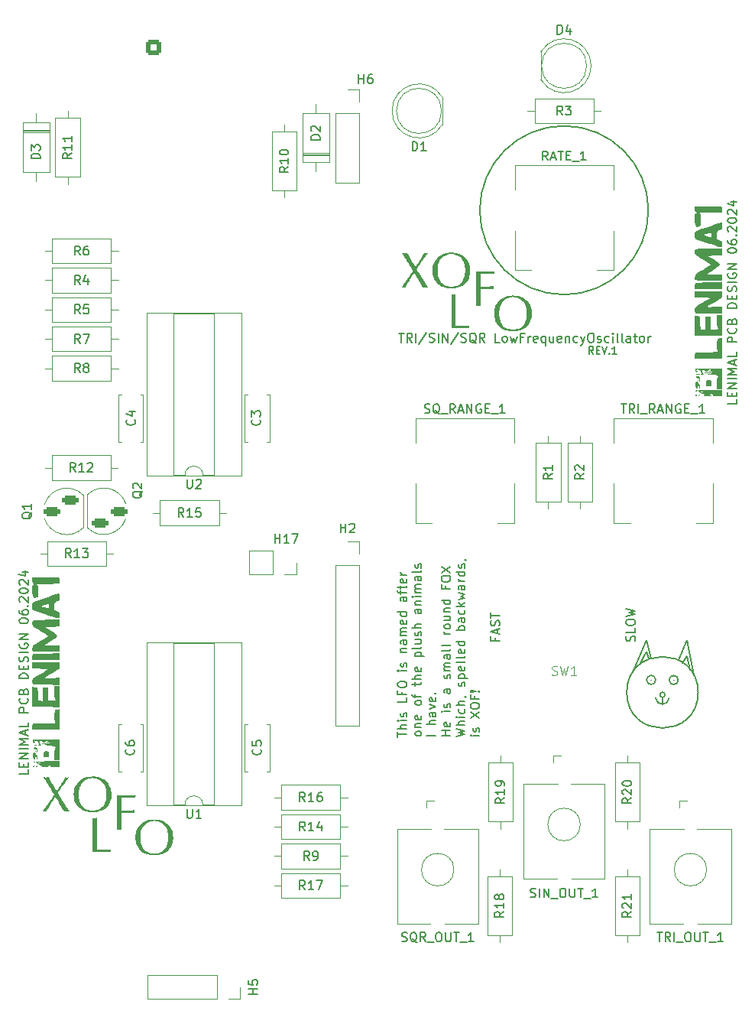
<source format=gto>
G04 #@! TF.GenerationSoftware,KiCad,Pcbnew,8.0.2-1*
G04 #@! TF.CreationDate,2024-06-17T09:13:27+02:00*
G04 #@! TF.ProjectId,XOF,584f462e-6b69-4636-9164-5f7063625858,rev?*
G04 #@! TF.SameCoordinates,Original*
G04 #@! TF.FileFunction,Legend,Top*
G04 #@! TF.FilePolarity,Positive*
%FSLAX46Y46*%
G04 Gerber Fmt 4.6, Leading zero omitted, Abs format (unit mm)*
G04 Created by KiCad (PCBNEW 8.0.2-1) date 2024-06-17 09:13:27*
%MOMM*%
%LPD*%
G01*
G04 APERTURE LIST*
G04 Aperture macros list*
%AMRoundRect*
0 Rectangle with rounded corners*
0 $1 Rounding radius*
0 $2 $3 $4 $5 $6 $7 $8 $9 X,Y pos of 4 corners*
0 Add a 4 corners polygon primitive as box body*
4,1,4,$2,$3,$4,$5,$6,$7,$8,$9,$2,$3,0*
0 Add four circle primitives for the rounded corners*
1,1,$1+$1,$2,$3*
1,1,$1+$1,$4,$5*
1,1,$1+$1,$6,$7*
1,1,$1+$1,$8,$9*
0 Add four rect primitives between the rounded corners*
20,1,$1+$1,$2,$3,$4,$5,0*
20,1,$1+$1,$4,$5,$6,$7,0*
20,1,$1+$1,$6,$7,$8,$9,0*
20,1,$1+$1,$8,$9,$2,$3,0*%
G04 Aperture macros list end*
%ADD10C,0.150000*%
%ADD11C,0.100000*%
%ADD12C,0.120000*%
%ADD13C,0.000000*%
%ADD14C,1.600000*%
%ADD15O,1.600000X1.600000*%
%ADD16C,3.200000*%
%ADD17R,2.400000X1.600000*%
%ADD18O,2.400000X1.600000*%
%ADD19R,1.930000X1.830000*%
%ADD20C,2.130000*%
%ADD21O,4.000000X4.000000*%
%ADD22R,1.800000X1.800000*%
%ADD23C,1.800000*%
%ADD24R,2.200000X2.200000*%
%ADD25O,2.200000X2.200000*%
%ADD26R,1.700000X1.700000*%
%ADD27O,1.700000X1.700000*%
%ADD28R,1.800000X1.100000*%
%ADD29RoundRect,0.275000X0.625000X-0.275000X0.625000X0.275000X-0.625000X0.275000X-0.625000X-0.275000X0*%
%ADD30RoundRect,0.275000X-0.625000X0.275000X-0.625000X-0.275000X0.625000X-0.275000X0.625000X0.275000X0*%
%ADD31C,2.850000*%
%ADD32C,2.000000*%
%ADD33C,1.440000*%
%ADD34R,1.200000X1.200000*%
%ADD35C,1.200000*%
%ADD36R,1.600000X1.600000*%
%ADD37RoundRect,0.250000X-0.600000X0.600000X-0.600000X-0.600000X0.600000X-0.600000X0.600000X0.600000X0*%
%ADD38C,1.700000*%
G04 APERTURE END LIST*
D10*
X120340771Y-72000000D02*
G75*
G02*
X101659229Y-72000000I-9340771J0D01*
G01*
X101659229Y-72000000D02*
G75*
G02*
X120340771Y-72000000I9340771J0D01*
G01*
X121150000Y-124000000D02*
G75*
G02*
X120150000Y-124000000I-500000J0D01*
G01*
X120150000Y-124000000D02*
G75*
G02*
X121150000Y-124000000I500000J0D01*
G01*
X121900000Y-125921973D02*
X121900000Y-126678027D01*
X123650000Y-124000000D02*
G75*
G02*
X122650000Y-124000000I-500000J0D01*
G01*
X122650000Y-124000000D02*
G75*
G02*
X123650000Y-124000000I500000J0D01*
G01*
X122649999Y-126017465D02*
G75*
G02*
X121150001Y-126017465I-749999J95492D01*
G01*
X120650001Y-124000000D02*
X120650001Y-124000000D01*
X120650001Y-124000000D01*
X120650001Y-124000000D01*
X120650001Y-124000000D01*
X120650001Y-124000000D01*
X120650001Y-124000001D01*
X120650001Y-124000001D01*
X120650001Y-124000001D01*
X120650001Y-124000001D01*
X120650001Y-124000001D01*
X120650001Y-124000001D01*
X120650001Y-124000001D01*
X120650000Y-124000001D01*
X120650000Y-124000001D01*
X120650000Y-124000001D01*
X120650000Y-124000001D01*
X120650000Y-124000001D01*
X120650000Y-124000001D01*
X120650000Y-124000001D01*
X120650000Y-124000001D01*
X120650000Y-124000001D01*
X120650000Y-124000001D01*
X120650000Y-124000001D01*
X120650000Y-124000001D01*
X120649999Y-124000001D01*
X120649999Y-124000001D01*
X120649999Y-124000001D01*
X120649999Y-124000001D01*
X120649999Y-124000001D01*
X120649999Y-124000001D01*
X120649999Y-124000000D01*
X120649999Y-124000000D01*
X120649999Y-124000000D01*
X120649999Y-124000000D01*
X120649999Y-124000000D01*
X120649999Y-124000000D01*
X120649999Y-124000000D02*
X120649999Y-124000000D01*
X120649999Y-124000000D01*
X120649999Y-124000000D01*
X120649999Y-124000000D01*
X120649999Y-124000000D01*
X120649999Y-124000000D01*
X120649999Y-123999999D01*
X120649999Y-123999999D01*
X120649999Y-123999999D01*
X120649999Y-123999999D01*
X120649999Y-123999999D01*
X120650000Y-123999999D01*
X120650000Y-123999999D01*
X120650000Y-123999999D01*
X120650000Y-123999999D01*
X120650000Y-123999999D01*
X120650000Y-123999999D01*
X120650000Y-123999999D01*
X120650000Y-123999999D01*
X120650000Y-123999999D01*
X120650000Y-123999999D01*
X120650000Y-123999999D01*
X120650000Y-123999999D01*
X120650001Y-123999999D01*
X120650001Y-123999999D01*
X120650001Y-123999999D01*
X120650001Y-123999999D01*
X120650001Y-123999999D01*
X120650001Y-123999999D01*
X120650001Y-124000000D01*
X120650001Y-124000000D01*
X120650001Y-124000000D01*
X120650001Y-124000000D01*
X120650001Y-124000000D01*
X120650001Y-124000000D01*
X120650001Y-124000000D01*
X120150000Y-119625000D02*
X120650000Y-121625000D01*
X123150001Y-124000000D02*
X123150001Y-124000000D01*
X123150001Y-124000000D01*
X123150001Y-124000000D01*
X123150001Y-124000000D01*
X123150001Y-124000000D01*
X123150001Y-124000001D01*
X123150001Y-124000001D01*
X123150001Y-124000001D01*
X123150001Y-124000001D01*
X123150001Y-124000001D01*
X123150001Y-124000001D01*
X123150001Y-124000001D01*
X123150000Y-124000001D01*
X123150000Y-124000001D01*
X123150000Y-124000001D01*
X123150000Y-124000001D01*
X123150000Y-124000001D01*
X123150000Y-124000001D01*
X123150000Y-124000001D01*
X123150000Y-124000001D01*
X123150000Y-124000001D01*
X123150000Y-124000001D01*
X123150000Y-124000001D01*
X123150000Y-124000001D01*
X123149999Y-124000001D01*
X123149999Y-124000001D01*
X123149999Y-124000001D01*
X123149999Y-124000001D01*
X123149999Y-124000001D01*
X123149999Y-124000001D01*
X123149999Y-124000000D01*
X123149999Y-124000000D01*
X123149999Y-124000000D01*
X123149999Y-124000000D01*
X123149999Y-124000000D01*
X123149999Y-124000000D01*
X123149999Y-124000000D02*
X123149999Y-124000000D01*
X123149999Y-124000000D01*
X123149999Y-124000000D01*
X123149999Y-124000000D01*
X123149999Y-124000000D01*
X123149999Y-124000000D01*
X123149999Y-123999999D01*
X123149999Y-123999999D01*
X123149999Y-123999999D01*
X123149999Y-123999999D01*
X123149999Y-123999999D01*
X123150000Y-123999999D01*
X123150000Y-123999999D01*
X123150000Y-123999999D01*
X123150000Y-123999999D01*
X123150000Y-123999999D01*
X123150000Y-123999999D01*
X123150000Y-123999999D01*
X123150000Y-123999999D01*
X123150000Y-123999999D01*
X123150000Y-123999999D01*
X123150000Y-123999999D01*
X123150000Y-123999999D01*
X123150001Y-123999999D01*
X123150001Y-123999999D01*
X123150001Y-123999999D01*
X123150001Y-123999999D01*
X123150001Y-123999999D01*
X123150001Y-123999999D01*
X123150001Y-124000000D01*
X123150001Y-124000000D01*
X123150001Y-124000000D01*
X123150001Y-124000000D01*
X123150001Y-124000000D01*
X123150001Y-124000000D01*
X123150001Y-124000000D01*
X120400000Y-121625000D02*
X120150000Y-120875000D01*
X122179508Y-125642465D02*
G75*
G02*
X121620492Y-125642465I-279508J0D01*
G01*
X121620492Y-125642465D02*
G75*
G02*
X122179508Y-125642465I279508J0D01*
G01*
X120150000Y-120875000D02*
X119400000Y-122300000D01*
X118650000Y-123125000D02*
X120150000Y-119625000D01*
X124650000Y-119625000D02*
X123650000Y-121800000D01*
X124650000Y-121375000D02*
X124150000Y-122125000D01*
X125852847Y-125375000D02*
G75*
G02*
X117947153Y-125375000I-3952847J0D01*
G01*
X117947153Y-125375000D02*
G75*
G02*
X125852847Y-125375000I3952847J0D01*
G01*
X125350000Y-123500000D02*
X124650000Y-119625000D01*
X124950000Y-122875000D02*
X124650000Y-121375000D01*
G36*
X98500209Y-82695959D02*
G01*
X98500209Y-82491038D01*
X98500209Y-82288436D01*
X98500209Y-82088152D01*
X98500209Y-81977885D01*
X98500209Y-81778889D01*
X98500209Y-81577575D01*
X98500209Y-81373942D01*
X98500209Y-81259811D01*
X98625261Y-81279351D01*
X98746406Y-81287166D01*
X98866573Y-81279351D01*
X98992602Y-81259811D01*
X98992602Y-81464260D01*
X98992602Y-81666544D01*
X98992602Y-81866665D01*
X98992602Y-81976908D01*
X98992602Y-82175354D01*
X98992602Y-82376119D01*
X98992602Y-82579202D01*
X98992602Y-82693028D01*
X98992602Y-82906764D01*
X98992602Y-83111389D01*
X98992602Y-83306903D01*
X98992602Y-83529492D01*
X98992602Y-83738961D01*
X98992602Y-83903496D01*
X98992602Y-84122324D01*
X98992602Y-84330867D01*
X98992602Y-84529126D01*
X98992602Y-84743113D01*
X98992602Y-84819895D01*
X99188302Y-84819895D01*
X99403355Y-84819895D01*
X99612998Y-84819895D01*
X99749755Y-84819895D01*
X99957570Y-84814640D01*
X100174349Y-84798875D01*
X100374567Y-84776038D01*
X100529378Y-84753461D01*
X100501046Y-84920523D01*
X100529378Y-85070000D01*
X100323787Y-85070000D01*
X100118196Y-85070000D01*
X100023307Y-85070000D01*
X99817716Y-85070000D01*
X99612124Y-85070000D01*
X99517236Y-85070000D01*
X99305976Y-85070000D01*
X99100844Y-85070000D01*
X99008234Y-85070000D01*
X98806562Y-85070000D01*
X98598440Y-85070000D01*
X98500209Y-85070000D01*
X98500209Y-84854016D01*
X98500209Y-84657837D01*
X98500209Y-84459957D01*
X98500209Y-84371465D01*
X98500209Y-84171052D01*
X98500209Y-83968785D01*
X98500209Y-83764663D01*
X98500209Y-83650460D01*
X98500209Y-82695959D01*
G37*
X130119819Y-92937030D02*
X130119819Y-93413220D01*
X130119819Y-93413220D02*
X129119819Y-93413220D01*
X129596009Y-92603696D02*
X129596009Y-92270363D01*
X130119819Y-92127506D02*
X130119819Y-92603696D01*
X130119819Y-92603696D02*
X129119819Y-92603696D01*
X129119819Y-92603696D02*
X129119819Y-92127506D01*
X130119819Y-91698934D02*
X129119819Y-91698934D01*
X129119819Y-91698934D02*
X130119819Y-91127506D01*
X130119819Y-91127506D02*
X129119819Y-91127506D01*
X130119819Y-90651315D02*
X129119819Y-90651315D01*
X130119819Y-90175125D02*
X129119819Y-90175125D01*
X129119819Y-90175125D02*
X129834104Y-89841792D01*
X129834104Y-89841792D02*
X129119819Y-89508459D01*
X129119819Y-89508459D02*
X130119819Y-89508459D01*
X129834104Y-89079887D02*
X129834104Y-88603697D01*
X130119819Y-89175125D02*
X129119819Y-88841792D01*
X129119819Y-88841792D02*
X130119819Y-88508459D01*
X130119819Y-87698935D02*
X130119819Y-88175125D01*
X130119819Y-88175125D02*
X129119819Y-88175125D01*
X130119819Y-86603696D02*
X129119819Y-86603696D01*
X129119819Y-86603696D02*
X129119819Y-86222744D01*
X129119819Y-86222744D02*
X129167438Y-86127506D01*
X129167438Y-86127506D02*
X129215057Y-86079887D01*
X129215057Y-86079887D02*
X129310295Y-86032268D01*
X129310295Y-86032268D02*
X129453152Y-86032268D01*
X129453152Y-86032268D02*
X129548390Y-86079887D01*
X129548390Y-86079887D02*
X129596009Y-86127506D01*
X129596009Y-86127506D02*
X129643628Y-86222744D01*
X129643628Y-86222744D02*
X129643628Y-86603696D01*
X130024580Y-85032268D02*
X130072200Y-85079887D01*
X130072200Y-85079887D02*
X130119819Y-85222744D01*
X130119819Y-85222744D02*
X130119819Y-85317982D01*
X130119819Y-85317982D02*
X130072200Y-85460839D01*
X130072200Y-85460839D02*
X129976961Y-85556077D01*
X129976961Y-85556077D02*
X129881723Y-85603696D01*
X129881723Y-85603696D02*
X129691247Y-85651315D01*
X129691247Y-85651315D02*
X129548390Y-85651315D01*
X129548390Y-85651315D02*
X129357914Y-85603696D01*
X129357914Y-85603696D02*
X129262676Y-85556077D01*
X129262676Y-85556077D02*
X129167438Y-85460839D01*
X129167438Y-85460839D02*
X129119819Y-85317982D01*
X129119819Y-85317982D02*
X129119819Y-85222744D01*
X129119819Y-85222744D02*
X129167438Y-85079887D01*
X129167438Y-85079887D02*
X129215057Y-85032268D01*
X129596009Y-84270363D02*
X129643628Y-84127506D01*
X129643628Y-84127506D02*
X129691247Y-84079887D01*
X129691247Y-84079887D02*
X129786485Y-84032268D01*
X129786485Y-84032268D02*
X129929342Y-84032268D01*
X129929342Y-84032268D02*
X130024580Y-84079887D01*
X130024580Y-84079887D02*
X130072200Y-84127506D01*
X130072200Y-84127506D02*
X130119819Y-84222744D01*
X130119819Y-84222744D02*
X130119819Y-84603696D01*
X130119819Y-84603696D02*
X129119819Y-84603696D01*
X129119819Y-84603696D02*
X129119819Y-84270363D01*
X129119819Y-84270363D02*
X129167438Y-84175125D01*
X129167438Y-84175125D02*
X129215057Y-84127506D01*
X129215057Y-84127506D02*
X129310295Y-84079887D01*
X129310295Y-84079887D02*
X129405533Y-84079887D01*
X129405533Y-84079887D02*
X129500771Y-84127506D01*
X129500771Y-84127506D02*
X129548390Y-84175125D01*
X129548390Y-84175125D02*
X129596009Y-84270363D01*
X129596009Y-84270363D02*
X129596009Y-84603696D01*
X130119819Y-82841791D02*
X129119819Y-82841791D01*
X129119819Y-82841791D02*
X129119819Y-82603696D01*
X129119819Y-82603696D02*
X129167438Y-82460839D01*
X129167438Y-82460839D02*
X129262676Y-82365601D01*
X129262676Y-82365601D02*
X129357914Y-82317982D01*
X129357914Y-82317982D02*
X129548390Y-82270363D01*
X129548390Y-82270363D02*
X129691247Y-82270363D01*
X129691247Y-82270363D02*
X129881723Y-82317982D01*
X129881723Y-82317982D02*
X129976961Y-82365601D01*
X129976961Y-82365601D02*
X130072200Y-82460839D01*
X130072200Y-82460839D02*
X130119819Y-82603696D01*
X130119819Y-82603696D02*
X130119819Y-82841791D01*
X129596009Y-81841791D02*
X129596009Y-81508458D01*
X130119819Y-81365601D02*
X130119819Y-81841791D01*
X130119819Y-81841791D02*
X129119819Y-81841791D01*
X129119819Y-81841791D02*
X129119819Y-81365601D01*
X130072200Y-80984648D02*
X130119819Y-80841791D01*
X130119819Y-80841791D02*
X130119819Y-80603696D01*
X130119819Y-80603696D02*
X130072200Y-80508458D01*
X130072200Y-80508458D02*
X130024580Y-80460839D01*
X130024580Y-80460839D02*
X129929342Y-80413220D01*
X129929342Y-80413220D02*
X129834104Y-80413220D01*
X129834104Y-80413220D02*
X129738866Y-80460839D01*
X129738866Y-80460839D02*
X129691247Y-80508458D01*
X129691247Y-80508458D02*
X129643628Y-80603696D01*
X129643628Y-80603696D02*
X129596009Y-80794172D01*
X129596009Y-80794172D02*
X129548390Y-80889410D01*
X129548390Y-80889410D02*
X129500771Y-80937029D01*
X129500771Y-80937029D02*
X129405533Y-80984648D01*
X129405533Y-80984648D02*
X129310295Y-80984648D01*
X129310295Y-80984648D02*
X129215057Y-80937029D01*
X129215057Y-80937029D02*
X129167438Y-80889410D01*
X129167438Y-80889410D02*
X129119819Y-80794172D01*
X129119819Y-80794172D02*
X129119819Y-80556077D01*
X129119819Y-80556077D02*
X129167438Y-80413220D01*
X130119819Y-79984648D02*
X129119819Y-79984648D01*
X129167438Y-78984649D02*
X129119819Y-79079887D01*
X129119819Y-79079887D02*
X129119819Y-79222744D01*
X129119819Y-79222744D02*
X129167438Y-79365601D01*
X129167438Y-79365601D02*
X129262676Y-79460839D01*
X129262676Y-79460839D02*
X129357914Y-79508458D01*
X129357914Y-79508458D02*
X129548390Y-79556077D01*
X129548390Y-79556077D02*
X129691247Y-79556077D01*
X129691247Y-79556077D02*
X129881723Y-79508458D01*
X129881723Y-79508458D02*
X129976961Y-79460839D01*
X129976961Y-79460839D02*
X130072200Y-79365601D01*
X130072200Y-79365601D02*
X130119819Y-79222744D01*
X130119819Y-79222744D02*
X130119819Y-79127506D01*
X130119819Y-79127506D02*
X130072200Y-78984649D01*
X130072200Y-78984649D02*
X130024580Y-78937030D01*
X130024580Y-78937030D02*
X129691247Y-78937030D01*
X129691247Y-78937030D02*
X129691247Y-79127506D01*
X130119819Y-78508458D02*
X129119819Y-78508458D01*
X129119819Y-78508458D02*
X130119819Y-77937030D01*
X130119819Y-77937030D02*
X129119819Y-77937030D01*
X129119819Y-76508458D02*
X129119819Y-76413220D01*
X129119819Y-76413220D02*
X129167438Y-76317982D01*
X129167438Y-76317982D02*
X129215057Y-76270363D01*
X129215057Y-76270363D02*
X129310295Y-76222744D01*
X129310295Y-76222744D02*
X129500771Y-76175125D01*
X129500771Y-76175125D02*
X129738866Y-76175125D01*
X129738866Y-76175125D02*
X129929342Y-76222744D01*
X129929342Y-76222744D02*
X130024580Y-76270363D01*
X130024580Y-76270363D02*
X130072200Y-76317982D01*
X130072200Y-76317982D02*
X130119819Y-76413220D01*
X130119819Y-76413220D02*
X130119819Y-76508458D01*
X130119819Y-76508458D02*
X130072200Y-76603696D01*
X130072200Y-76603696D02*
X130024580Y-76651315D01*
X130024580Y-76651315D02*
X129929342Y-76698934D01*
X129929342Y-76698934D02*
X129738866Y-76746553D01*
X129738866Y-76746553D02*
X129500771Y-76746553D01*
X129500771Y-76746553D02*
X129310295Y-76698934D01*
X129310295Y-76698934D02*
X129215057Y-76651315D01*
X129215057Y-76651315D02*
X129167438Y-76603696D01*
X129167438Y-76603696D02*
X129119819Y-76508458D01*
X129119819Y-75317982D02*
X129119819Y-75508458D01*
X129119819Y-75508458D02*
X129167438Y-75603696D01*
X129167438Y-75603696D02*
X129215057Y-75651315D01*
X129215057Y-75651315D02*
X129357914Y-75746553D01*
X129357914Y-75746553D02*
X129548390Y-75794172D01*
X129548390Y-75794172D02*
X129929342Y-75794172D01*
X129929342Y-75794172D02*
X130024580Y-75746553D01*
X130024580Y-75746553D02*
X130072200Y-75698934D01*
X130072200Y-75698934D02*
X130119819Y-75603696D01*
X130119819Y-75603696D02*
X130119819Y-75413220D01*
X130119819Y-75413220D02*
X130072200Y-75317982D01*
X130072200Y-75317982D02*
X130024580Y-75270363D01*
X130024580Y-75270363D02*
X129929342Y-75222744D01*
X129929342Y-75222744D02*
X129691247Y-75222744D01*
X129691247Y-75222744D02*
X129596009Y-75270363D01*
X129596009Y-75270363D02*
X129548390Y-75317982D01*
X129548390Y-75317982D02*
X129500771Y-75413220D01*
X129500771Y-75413220D02*
X129500771Y-75603696D01*
X129500771Y-75603696D02*
X129548390Y-75698934D01*
X129548390Y-75698934D02*
X129596009Y-75746553D01*
X129596009Y-75746553D02*
X129691247Y-75794172D01*
X130024580Y-74794172D02*
X130072200Y-74746553D01*
X130072200Y-74746553D02*
X130119819Y-74794172D01*
X130119819Y-74794172D02*
X130072200Y-74841791D01*
X130072200Y-74841791D02*
X130024580Y-74794172D01*
X130024580Y-74794172D02*
X130119819Y-74794172D01*
X129215057Y-74365601D02*
X129167438Y-74317982D01*
X129167438Y-74317982D02*
X129119819Y-74222744D01*
X129119819Y-74222744D02*
X129119819Y-73984649D01*
X129119819Y-73984649D02*
X129167438Y-73889411D01*
X129167438Y-73889411D02*
X129215057Y-73841792D01*
X129215057Y-73841792D02*
X129310295Y-73794173D01*
X129310295Y-73794173D02*
X129405533Y-73794173D01*
X129405533Y-73794173D02*
X129548390Y-73841792D01*
X129548390Y-73841792D02*
X130119819Y-74413220D01*
X130119819Y-74413220D02*
X130119819Y-73794173D01*
X129119819Y-73175125D02*
X129119819Y-73079887D01*
X129119819Y-73079887D02*
X129167438Y-72984649D01*
X129167438Y-72984649D02*
X129215057Y-72937030D01*
X129215057Y-72937030D02*
X129310295Y-72889411D01*
X129310295Y-72889411D02*
X129500771Y-72841792D01*
X129500771Y-72841792D02*
X129738866Y-72841792D01*
X129738866Y-72841792D02*
X129929342Y-72889411D01*
X129929342Y-72889411D02*
X130024580Y-72937030D01*
X130024580Y-72937030D02*
X130072200Y-72984649D01*
X130072200Y-72984649D02*
X130119819Y-73079887D01*
X130119819Y-73079887D02*
X130119819Y-73175125D01*
X130119819Y-73175125D02*
X130072200Y-73270363D01*
X130072200Y-73270363D02*
X130024580Y-73317982D01*
X130024580Y-73317982D02*
X129929342Y-73365601D01*
X129929342Y-73365601D02*
X129738866Y-73413220D01*
X129738866Y-73413220D02*
X129500771Y-73413220D01*
X129500771Y-73413220D02*
X129310295Y-73365601D01*
X129310295Y-73365601D02*
X129215057Y-73317982D01*
X129215057Y-73317982D02*
X129167438Y-73270363D01*
X129167438Y-73270363D02*
X129119819Y-73175125D01*
X129215057Y-72460839D02*
X129167438Y-72413220D01*
X129167438Y-72413220D02*
X129119819Y-72317982D01*
X129119819Y-72317982D02*
X129119819Y-72079887D01*
X129119819Y-72079887D02*
X129167438Y-71984649D01*
X129167438Y-71984649D02*
X129215057Y-71937030D01*
X129215057Y-71937030D02*
X129310295Y-71889411D01*
X129310295Y-71889411D02*
X129405533Y-71889411D01*
X129405533Y-71889411D02*
X129548390Y-71937030D01*
X129548390Y-71937030D02*
X130119819Y-72508458D01*
X130119819Y-72508458D02*
X130119819Y-71889411D01*
X129453152Y-71032268D02*
X130119819Y-71032268D01*
X129072200Y-71270363D02*
X129786485Y-71508458D01*
X129786485Y-71508458D02*
X129786485Y-70889411D01*
X103346009Y-119329887D02*
X103346009Y-119663220D01*
X103869819Y-119663220D02*
X102869819Y-119663220D01*
X102869819Y-119663220D02*
X102869819Y-119187030D01*
X103584104Y-118853696D02*
X103584104Y-118377506D01*
X103869819Y-118948934D02*
X102869819Y-118615601D01*
X102869819Y-118615601D02*
X103869819Y-118282268D01*
X103822200Y-117996553D02*
X103869819Y-117853696D01*
X103869819Y-117853696D02*
X103869819Y-117615601D01*
X103869819Y-117615601D02*
X103822200Y-117520363D01*
X103822200Y-117520363D02*
X103774580Y-117472744D01*
X103774580Y-117472744D02*
X103679342Y-117425125D01*
X103679342Y-117425125D02*
X103584104Y-117425125D01*
X103584104Y-117425125D02*
X103488866Y-117472744D01*
X103488866Y-117472744D02*
X103441247Y-117520363D01*
X103441247Y-117520363D02*
X103393628Y-117615601D01*
X103393628Y-117615601D02*
X103346009Y-117806077D01*
X103346009Y-117806077D02*
X103298390Y-117901315D01*
X103298390Y-117901315D02*
X103250771Y-117948934D01*
X103250771Y-117948934D02*
X103155533Y-117996553D01*
X103155533Y-117996553D02*
X103060295Y-117996553D01*
X103060295Y-117996553D02*
X102965057Y-117948934D01*
X102965057Y-117948934D02*
X102917438Y-117901315D01*
X102917438Y-117901315D02*
X102869819Y-117806077D01*
X102869819Y-117806077D02*
X102869819Y-117567982D01*
X102869819Y-117567982D02*
X102917438Y-117425125D01*
X102869819Y-117139410D02*
X102869819Y-116567982D01*
X103869819Y-116853696D02*
X102869819Y-116853696D01*
X51619819Y-133937030D02*
X51619819Y-134413220D01*
X51619819Y-134413220D02*
X50619819Y-134413220D01*
X51096009Y-133603696D02*
X51096009Y-133270363D01*
X51619819Y-133127506D02*
X51619819Y-133603696D01*
X51619819Y-133603696D02*
X50619819Y-133603696D01*
X50619819Y-133603696D02*
X50619819Y-133127506D01*
X51619819Y-132698934D02*
X50619819Y-132698934D01*
X50619819Y-132698934D02*
X51619819Y-132127506D01*
X51619819Y-132127506D02*
X50619819Y-132127506D01*
X51619819Y-131651315D02*
X50619819Y-131651315D01*
X51619819Y-131175125D02*
X50619819Y-131175125D01*
X50619819Y-131175125D02*
X51334104Y-130841792D01*
X51334104Y-130841792D02*
X50619819Y-130508459D01*
X50619819Y-130508459D02*
X51619819Y-130508459D01*
X51334104Y-130079887D02*
X51334104Y-129603697D01*
X51619819Y-130175125D02*
X50619819Y-129841792D01*
X50619819Y-129841792D02*
X51619819Y-129508459D01*
X51619819Y-128698935D02*
X51619819Y-129175125D01*
X51619819Y-129175125D02*
X50619819Y-129175125D01*
X51619819Y-127603696D02*
X50619819Y-127603696D01*
X50619819Y-127603696D02*
X50619819Y-127222744D01*
X50619819Y-127222744D02*
X50667438Y-127127506D01*
X50667438Y-127127506D02*
X50715057Y-127079887D01*
X50715057Y-127079887D02*
X50810295Y-127032268D01*
X50810295Y-127032268D02*
X50953152Y-127032268D01*
X50953152Y-127032268D02*
X51048390Y-127079887D01*
X51048390Y-127079887D02*
X51096009Y-127127506D01*
X51096009Y-127127506D02*
X51143628Y-127222744D01*
X51143628Y-127222744D02*
X51143628Y-127603696D01*
X51524580Y-126032268D02*
X51572200Y-126079887D01*
X51572200Y-126079887D02*
X51619819Y-126222744D01*
X51619819Y-126222744D02*
X51619819Y-126317982D01*
X51619819Y-126317982D02*
X51572200Y-126460839D01*
X51572200Y-126460839D02*
X51476961Y-126556077D01*
X51476961Y-126556077D02*
X51381723Y-126603696D01*
X51381723Y-126603696D02*
X51191247Y-126651315D01*
X51191247Y-126651315D02*
X51048390Y-126651315D01*
X51048390Y-126651315D02*
X50857914Y-126603696D01*
X50857914Y-126603696D02*
X50762676Y-126556077D01*
X50762676Y-126556077D02*
X50667438Y-126460839D01*
X50667438Y-126460839D02*
X50619819Y-126317982D01*
X50619819Y-126317982D02*
X50619819Y-126222744D01*
X50619819Y-126222744D02*
X50667438Y-126079887D01*
X50667438Y-126079887D02*
X50715057Y-126032268D01*
X51096009Y-125270363D02*
X51143628Y-125127506D01*
X51143628Y-125127506D02*
X51191247Y-125079887D01*
X51191247Y-125079887D02*
X51286485Y-125032268D01*
X51286485Y-125032268D02*
X51429342Y-125032268D01*
X51429342Y-125032268D02*
X51524580Y-125079887D01*
X51524580Y-125079887D02*
X51572200Y-125127506D01*
X51572200Y-125127506D02*
X51619819Y-125222744D01*
X51619819Y-125222744D02*
X51619819Y-125603696D01*
X51619819Y-125603696D02*
X50619819Y-125603696D01*
X50619819Y-125603696D02*
X50619819Y-125270363D01*
X50619819Y-125270363D02*
X50667438Y-125175125D01*
X50667438Y-125175125D02*
X50715057Y-125127506D01*
X50715057Y-125127506D02*
X50810295Y-125079887D01*
X50810295Y-125079887D02*
X50905533Y-125079887D01*
X50905533Y-125079887D02*
X51000771Y-125127506D01*
X51000771Y-125127506D02*
X51048390Y-125175125D01*
X51048390Y-125175125D02*
X51096009Y-125270363D01*
X51096009Y-125270363D02*
X51096009Y-125603696D01*
X51619819Y-123841791D02*
X50619819Y-123841791D01*
X50619819Y-123841791D02*
X50619819Y-123603696D01*
X50619819Y-123603696D02*
X50667438Y-123460839D01*
X50667438Y-123460839D02*
X50762676Y-123365601D01*
X50762676Y-123365601D02*
X50857914Y-123317982D01*
X50857914Y-123317982D02*
X51048390Y-123270363D01*
X51048390Y-123270363D02*
X51191247Y-123270363D01*
X51191247Y-123270363D02*
X51381723Y-123317982D01*
X51381723Y-123317982D02*
X51476961Y-123365601D01*
X51476961Y-123365601D02*
X51572200Y-123460839D01*
X51572200Y-123460839D02*
X51619819Y-123603696D01*
X51619819Y-123603696D02*
X51619819Y-123841791D01*
X51096009Y-122841791D02*
X51096009Y-122508458D01*
X51619819Y-122365601D02*
X51619819Y-122841791D01*
X51619819Y-122841791D02*
X50619819Y-122841791D01*
X50619819Y-122841791D02*
X50619819Y-122365601D01*
X51572200Y-121984648D02*
X51619819Y-121841791D01*
X51619819Y-121841791D02*
X51619819Y-121603696D01*
X51619819Y-121603696D02*
X51572200Y-121508458D01*
X51572200Y-121508458D02*
X51524580Y-121460839D01*
X51524580Y-121460839D02*
X51429342Y-121413220D01*
X51429342Y-121413220D02*
X51334104Y-121413220D01*
X51334104Y-121413220D02*
X51238866Y-121460839D01*
X51238866Y-121460839D02*
X51191247Y-121508458D01*
X51191247Y-121508458D02*
X51143628Y-121603696D01*
X51143628Y-121603696D02*
X51096009Y-121794172D01*
X51096009Y-121794172D02*
X51048390Y-121889410D01*
X51048390Y-121889410D02*
X51000771Y-121937029D01*
X51000771Y-121937029D02*
X50905533Y-121984648D01*
X50905533Y-121984648D02*
X50810295Y-121984648D01*
X50810295Y-121984648D02*
X50715057Y-121937029D01*
X50715057Y-121937029D02*
X50667438Y-121889410D01*
X50667438Y-121889410D02*
X50619819Y-121794172D01*
X50619819Y-121794172D02*
X50619819Y-121556077D01*
X50619819Y-121556077D02*
X50667438Y-121413220D01*
X51619819Y-120984648D02*
X50619819Y-120984648D01*
X50667438Y-119984649D02*
X50619819Y-120079887D01*
X50619819Y-120079887D02*
X50619819Y-120222744D01*
X50619819Y-120222744D02*
X50667438Y-120365601D01*
X50667438Y-120365601D02*
X50762676Y-120460839D01*
X50762676Y-120460839D02*
X50857914Y-120508458D01*
X50857914Y-120508458D02*
X51048390Y-120556077D01*
X51048390Y-120556077D02*
X51191247Y-120556077D01*
X51191247Y-120556077D02*
X51381723Y-120508458D01*
X51381723Y-120508458D02*
X51476961Y-120460839D01*
X51476961Y-120460839D02*
X51572200Y-120365601D01*
X51572200Y-120365601D02*
X51619819Y-120222744D01*
X51619819Y-120222744D02*
X51619819Y-120127506D01*
X51619819Y-120127506D02*
X51572200Y-119984649D01*
X51572200Y-119984649D02*
X51524580Y-119937030D01*
X51524580Y-119937030D02*
X51191247Y-119937030D01*
X51191247Y-119937030D02*
X51191247Y-120127506D01*
X51619819Y-119508458D02*
X50619819Y-119508458D01*
X50619819Y-119508458D02*
X51619819Y-118937030D01*
X51619819Y-118937030D02*
X50619819Y-118937030D01*
X50619819Y-117508458D02*
X50619819Y-117413220D01*
X50619819Y-117413220D02*
X50667438Y-117317982D01*
X50667438Y-117317982D02*
X50715057Y-117270363D01*
X50715057Y-117270363D02*
X50810295Y-117222744D01*
X50810295Y-117222744D02*
X51000771Y-117175125D01*
X51000771Y-117175125D02*
X51238866Y-117175125D01*
X51238866Y-117175125D02*
X51429342Y-117222744D01*
X51429342Y-117222744D02*
X51524580Y-117270363D01*
X51524580Y-117270363D02*
X51572200Y-117317982D01*
X51572200Y-117317982D02*
X51619819Y-117413220D01*
X51619819Y-117413220D02*
X51619819Y-117508458D01*
X51619819Y-117508458D02*
X51572200Y-117603696D01*
X51572200Y-117603696D02*
X51524580Y-117651315D01*
X51524580Y-117651315D02*
X51429342Y-117698934D01*
X51429342Y-117698934D02*
X51238866Y-117746553D01*
X51238866Y-117746553D02*
X51000771Y-117746553D01*
X51000771Y-117746553D02*
X50810295Y-117698934D01*
X50810295Y-117698934D02*
X50715057Y-117651315D01*
X50715057Y-117651315D02*
X50667438Y-117603696D01*
X50667438Y-117603696D02*
X50619819Y-117508458D01*
X50619819Y-116317982D02*
X50619819Y-116508458D01*
X50619819Y-116508458D02*
X50667438Y-116603696D01*
X50667438Y-116603696D02*
X50715057Y-116651315D01*
X50715057Y-116651315D02*
X50857914Y-116746553D01*
X50857914Y-116746553D02*
X51048390Y-116794172D01*
X51048390Y-116794172D02*
X51429342Y-116794172D01*
X51429342Y-116794172D02*
X51524580Y-116746553D01*
X51524580Y-116746553D02*
X51572200Y-116698934D01*
X51572200Y-116698934D02*
X51619819Y-116603696D01*
X51619819Y-116603696D02*
X51619819Y-116413220D01*
X51619819Y-116413220D02*
X51572200Y-116317982D01*
X51572200Y-116317982D02*
X51524580Y-116270363D01*
X51524580Y-116270363D02*
X51429342Y-116222744D01*
X51429342Y-116222744D02*
X51191247Y-116222744D01*
X51191247Y-116222744D02*
X51096009Y-116270363D01*
X51096009Y-116270363D02*
X51048390Y-116317982D01*
X51048390Y-116317982D02*
X51000771Y-116413220D01*
X51000771Y-116413220D02*
X51000771Y-116603696D01*
X51000771Y-116603696D02*
X51048390Y-116698934D01*
X51048390Y-116698934D02*
X51096009Y-116746553D01*
X51096009Y-116746553D02*
X51191247Y-116794172D01*
X51524580Y-115794172D02*
X51572200Y-115746553D01*
X51572200Y-115746553D02*
X51619819Y-115794172D01*
X51619819Y-115794172D02*
X51572200Y-115841791D01*
X51572200Y-115841791D02*
X51524580Y-115794172D01*
X51524580Y-115794172D02*
X51619819Y-115794172D01*
X50715057Y-115365601D02*
X50667438Y-115317982D01*
X50667438Y-115317982D02*
X50619819Y-115222744D01*
X50619819Y-115222744D02*
X50619819Y-114984649D01*
X50619819Y-114984649D02*
X50667438Y-114889411D01*
X50667438Y-114889411D02*
X50715057Y-114841792D01*
X50715057Y-114841792D02*
X50810295Y-114794173D01*
X50810295Y-114794173D02*
X50905533Y-114794173D01*
X50905533Y-114794173D02*
X51048390Y-114841792D01*
X51048390Y-114841792D02*
X51619819Y-115413220D01*
X51619819Y-115413220D02*
X51619819Y-114794173D01*
X50619819Y-114175125D02*
X50619819Y-114079887D01*
X50619819Y-114079887D02*
X50667438Y-113984649D01*
X50667438Y-113984649D02*
X50715057Y-113937030D01*
X50715057Y-113937030D02*
X50810295Y-113889411D01*
X50810295Y-113889411D02*
X51000771Y-113841792D01*
X51000771Y-113841792D02*
X51238866Y-113841792D01*
X51238866Y-113841792D02*
X51429342Y-113889411D01*
X51429342Y-113889411D02*
X51524580Y-113937030D01*
X51524580Y-113937030D02*
X51572200Y-113984649D01*
X51572200Y-113984649D02*
X51619819Y-114079887D01*
X51619819Y-114079887D02*
X51619819Y-114175125D01*
X51619819Y-114175125D02*
X51572200Y-114270363D01*
X51572200Y-114270363D02*
X51524580Y-114317982D01*
X51524580Y-114317982D02*
X51429342Y-114365601D01*
X51429342Y-114365601D02*
X51238866Y-114413220D01*
X51238866Y-114413220D02*
X51000771Y-114413220D01*
X51000771Y-114413220D02*
X50810295Y-114365601D01*
X50810295Y-114365601D02*
X50715057Y-114317982D01*
X50715057Y-114317982D02*
X50667438Y-114270363D01*
X50667438Y-114270363D02*
X50619819Y-114175125D01*
X50715057Y-113460839D02*
X50667438Y-113413220D01*
X50667438Y-113413220D02*
X50619819Y-113317982D01*
X50619819Y-113317982D02*
X50619819Y-113079887D01*
X50619819Y-113079887D02*
X50667438Y-112984649D01*
X50667438Y-112984649D02*
X50715057Y-112937030D01*
X50715057Y-112937030D02*
X50810295Y-112889411D01*
X50810295Y-112889411D02*
X50905533Y-112889411D01*
X50905533Y-112889411D02*
X51048390Y-112937030D01*
X51048390Y-112937030D02*
X51619819Y-113508458D01*
X51619819Y-113508458D02*
X51619819Y-112889411D01*
X50953152Y-112032268D02*
X51619819Y-112032268D01*
X50572200Y-112270363D02*
X51286485Y-112508458D01*
X51286485Y-112508458D02*
X51286485Y-111889411D01*
G36*
X65791683Y-139449735D02*
G01*
X66009960Y-139472572D01*
X66218589Y-139512017D01*
X66417571Y-139568071D01*
X66441765Y-139576245D01*
X66627878Y-139649823D01*
X66820906Y-139750845D01*
X66996624Y-139871187D01*
X67104152Y-139962149D01*
X67250408Y-140114073D01*
X67377036Y-140284080D01*
X67484034Y-140472171D01*
X67534996Y-140584480D01*
X67602529Y-140774501D01*
X67650767Y-140977222D01*
X67679710Y-141192644D01*
X67689207Y-141391557D01*
X67689357Y-141420767D01*
X67681971Y-141621497D01*
X67655440Y-141838995D01*
X67609614Y-142043792D01*
X67544493Y-142235889D01*
X67534996Y-142259009D01*
X67450549Y-142435596D01*
X67337008Y-142617324D01*
X67203837Y-142781123D01*
X67104152Y-142880362D01*
X66939975Y-143012966D01*
X66758487Y-143125014D01*
X66559689Y-143216504D01*
X66441765Y-143258450D01*
X66243989Y-143312733D01*
X66036566Y-143351507D01*
X65819495Y-143374771D01*
X65621644Y-143382405D01*
X65592777Y-143382526D01*
X65395013Y-143376588D01*
X65177698Y-143355263D01*
X64969664Y-143318428D01*
X64770911Y-143266084D01*
X64746720Y-143258450D01*
X64560607Y-143188292D01*
X64367578Y-143089948D01*
X64191861Y-142971049D01*
X64084333Y-142880362D01*
X63938471Y-142728516D01*
X63811930Y-142558740D01*
X63704708Y-142371036D01*
X63653489Y-142259009D01*
X63586383Y-142068499D01*
X63538450Y-141865289D01*
X63509691Y-141649378D01*
X63500254Y-141450038D01*
X63500104Y-141420767D01*
X63500390Y-141412951D01*
X64062840Y-141412951D01*
X64068403Y-141610802D01*
X64088385Y-141822149D01*
X64122900Y-142017741D01*
X64179099Y-142218953D01*
X64251760Y-142400372D01*
X64349533Y-142580196D01*
X64477801Y-142751555D01*
X64503454Y-142779734D01*
X64654946Y-142918696D01*
X64823294Y-143030644D01*
X64990963Y-143108974D01*
X65188580Y-143169602D01*
X65395894Y-143205064D01*
X65592777Y-143215464D01*
X65792140Y-143205064D01*
X66000861Y-143169602D01*
X66198499Y-143108974D01*
X66382725Y-143021583D01*
X66549865Y-142907179D01*
X66686985Y-142779734D01*
X66819083Y-142613413D01*
X66920138Y-142438168D01*
X67003067Y-142240026D01*
X67010362Y-142218953D01*
X67066562Y-142017741D01*
X67101077Y-141822149D01*
X67121059Y-141610802D01*
X67126622Y-141412951D01*
X67121059Y-141215147D01*
X67101077Y-141003969D01*
X67066562Y-140808666D01*
X67010362Y-140607927D01*
X66938174Y-140426036D01*
X66840744Y-140245868D01*
X66712634Y-140074352D01*
X66686985Y-140046168D01*
X66535377Y-139907322D01*
X66366683Y-139795720D01*
X66198499Y-139717906D01*
X66000861Y-139656721D01*
X65792140Y-139620934D01*
X65592777Y-139610439D01*
X65395894Y-139620934D01*
X65188580Y-139656721D01*
X64990963Y-139717906D01*
X64807293Y-139804740D01*
X64640478Y-139918819D01*
X64503454Y-140046168D01*
X64371240Y-140212606D01*
X64269879Y-140388155D01*
X64186455Y-140586793D01*
X64179099Y-140607927D01*
X64122900Y-140808666D01*
X64088385Y-141003969D01*
X64068403Y-141215147D01*
X64062840Y-141412951D01*
X63500390Y-141412951D01*
X63507444Y-141220465D01*
X63533807Y-141003455D01*
X63579343Y-140799146D01*
X63644052Y-140607538D01*
X63653489Y-140584480D01*
X63738302Y-140407465D01*
X63851964Y-140225402D01*
X63984945Y-140061422D01*
X64084333Y-139962149D01*
X64248510Y-139828927D01*
X64429998Y-139715025D01*
X64628796Y-139620443D01*
X64746720Y-139576245D01*
X64944312Y-139518115D01*
X65151186Y-139476594D01*
X65367341Y-139451681D01*
X65564090Y-139443507D01*
X65592777Y-139443377D01*
X65791683Y-139449735D01*
G37*
X118822200Y-119710839D02*
X118869819Y-119567982D01*
X118869819Y-119567982D02*
X118869819Y-119329887D01*
X118869819Y-119329887D02*
X118822200Y-119234649D01*
X118822200Y-119234649D02*
X118774580Y-119187030D01*
X118774580Y-119187030D02*
X118679342Y-119139411D01*
X118679342Y-119139411D02*
X118584104Y-119139411D01*
X118584104Y-119139411D02*
X118488866Y-119187030D01*
X118488866Y-119187030D02*
X118441247Y-119234649D01*
X118441247Y-119234649D02*
X118393628Y-119329887D01*
X118393628Y-119329887D02*
X118346009Y-119520363D01*
X118346009Y-119520363D02*
X118298390Y-119615601D01*
X118298390Y-119615601D02*
X118250771Y-119663220D01*
X118250771Y-119663220D02*
X118155533Y-119710839D01*
X118155533Y-119710839D02*
X118060295Y-119710839D01*
X118060295Y-119710839D02*
X117965057Y-119663220D01*
X117965057Y-119663220D02*
X117917438Y-119615601D01*
X117917438Y-119615601D02*
X117869819Y-119520363D01*
X117869819Y-119520363D02*
X117869819Y-119282268D01*
X117869819Y-119282268D02*
X117917438Y-119139411D01*
X118869819Y-118234649D02*
X118869819Y-118710839D01*
X118869819Y-118710839D02*
X117869819Y-118710839D01*
X117869819Y-117710839D02*
X117869819Y-117520363D01*
X117869819Y-117520363D02*
X117917438Y-117425125D01*
X117917438Y-117425125D02*
X118012676Y-117329887D01*
X118012676Y-117329887D02*
X118203152Y-117282268D01*
X118203152Y-117282268D02*
X118536485Y-117282268D01*
X118536485Y-117282268D02*
X118726961Y-117329887D01*
X118726961Y-117329887D02*
X118822200Y-117425125D01*
X118822200Y-117425125D02*
X118869819Y-117520363D01*
X118869819Y-117520363D02*
X118869819Y-117710839D01*
X118869819Y-117710839D02*
X118822200Y-117806077D01*
X118822200Y-117806077D02*
X118726961Y-117901315D01*
X118726961Y-117901315D02*
X118536485Y-117948934D01*
X118536485Y-117948934D02*
X118203152Y-117948934D01*
X118203152Y-117948934D02*
X118012676Y-117901315D01*
X118012676Y-117901315D02*
X117917438Y-117806077D01*
X117917438Y-117806077D02*
X117869819Y-117710839D01*
X117869819Y-116948934D02*
X118869819Y-116710839D01*
X118869819Y-116710839D02*
X118155533Y-116520363D01*
X118155533Y-116520363D02*
X118869819Y-116329887D01*
X118869819Y-116329887D02*
X117869819Y-116091792D01*
X92693922Y-85619819D02*
X93265350Y-85619819D01*
X92979636Y-86619819D02*
X92979636Y-85619819D01*
X94170112Y-86619819D02*
X93836779Y-86143628D01*
X93598684Y-86619819D02*
X93598684Y-85619819D01*
X93598684Y-85619819D02*
X93979636Y-85619819D01*
X93979636Y-85619819D02*
X94074874Y-85667438D01*
X94074874Y-85667438D02*
X94122493Y-85715057D01*
X94122493Y-85715057D02*
X94170112Y-85810295D01*
X94170112Y-85810295D02*
X94170112Y-85953152D01*
X94170112Y-85953152D02*
X94122493Y-86048390D01*
X94122493Y-86048390D02*
X94074874Y-86096009D01*
X94074874Y-86096009D02*
X93979636Y-86143628D01*
X93979636Y-86143628D02*
X93598684Y-86143628D01*
X94598684Y-86619819D02*
X94598684Y-85619819D01*
X95789159Y-85572200D02*
X94932017Y-86857914D01*
X96074874Y-86572200D02*
X96217731Y-86619819D01*
X96217731Y-86619819D02*
X96455826Y-86619819D01*
X96455826Y-86619819D02*
X96551064Y-86572200D01*
X96551064Y-86572200D02*
X96598683Y-86524580D01*
X96598683Y-86524580D02*
X96646302Y-86429342D01*
X96646302Y-86429342D02*
X96646302Y-86334104D01*
X96646302Y-86334104D02*
X96598683Y-86238866D01*
X96598683Y-86238866D02*
X96551064Y-86191247D01*
X96551064Y-86191247D02*
X96455826Y-86143628D01*
X96455826Y-86143628D02*
X96265350Y-86096009D01*
X96265350Y-86096009D02*
X96170112Y-86048390D01*
X96170112Y-86048390D02*
X96122493Y-86000771D01*
X96122493Y-86000771D02*
X96074874Y-85905533D01*
X96074874Y-85905533D02*
X96074874Y-85810295D01*
X96074874Y-85810295D02*
X96122493Y-85715057D01*
X96122493Y-85715057D02*
X96170112Y-85667438D01*
X96170112Y-85667438D02*
X96265350Y-85619819D01*
X96265350Y-85619819D02*
X96503445Y-85619819D01*
X96503445Y-85619819D02*
X96646302Y-85667438D01*
X97074874Y-86619819D02*
X97074874Y-85619819D01*
X97551064Y-86619819D02*
X97551064Y-85619819D01*
X97551064Y-85619819D02*
X98122492Y-86619819D01*
X98122492Y-86619819D02*
X98122492Y-85619819D01*
X99312968Y-85572200D02*
X98455826Y-86857914D01*
X99598683Y-86572200D02*
X99741540Y-86619819D01*
X99741540Y-86619819D02*
X99979635Y-86619819D01*
X99979635Y-86619819D02*
X100074873Y-86572200D01*
X100074873Y-86572200D02*
X100122492Y-86524580D01*
X100122492Y-86524580D02*
X100170111Y-86429342D01*
X100170111Y-86429342D02*
X100170111Y-86334104D01*
X100170111Y-86334104D02*
X100122492Y-86238866D01*
X100122492Y-86238866D02*
X100074873Y-86191247D01*
X100074873Y-86191247D02*
X99979635Y-86143628D01*
X99979635Y-86143628D02*
X99789159Y-86096009D01*
X99789159Y-86096009D02*
X99693921Y-86048390D01*
X99693921Y-86048390D02*
X99646302Y-86000771D01*
X99646302Y-86000771D02*
X99598683Y-85905533D01*
X99598683Y-85905533D02*
X99598683Y-85810295D01*
X99598683Y-85810295D02*
X99646302Y-85715057D01*
X99646302Y-85715057D02*
X99693921Y-85667438D01*
X99693921Y-85667438D02*
X99789159Y-85619819D01*
X99789159Y-85619819D02*
X100027254Y-85619819D01*
X100027254Y-85619819D02*
X100170111Y-85667438D01*
X101265349Y-86715057D02*
X101170111Y-86667438D01*
X101170111Y-86667438D02*
X101074873Y-86572200D01*
X101074873Y-86572200D02*
X100932016Y-86429342D01*
X100932016Y-86429342D02*
X100836778Y-86381723D01*
X100836778Y-86381723D02*
X100741540Y-86381723D01*
X100789159Y-86619819D02*
X100693921Y-86572200D01*
X100693921Y-86572200D02*
X100598683Y-86476961D01*
X100598683Y-86476961D02*
X100551064Y-86286485D01*
X100551064Y-86286485D02*
X100551064Y-85953152D01*
X100551064Y-85953152D02*
X100598683Y-85762676D01*
X100598683Y-85762676D02*
X100693921Y-85667438D01*
X100693921Y-85667438D02*
X100789159Y-85619819D01*
X100789159Y-85619819D02*
X100979635Y-85619819D01*
X100979635Y-85619819D02*
X101074873Y-85667438D01*
X101074873Y-85667438D02*
X101170111Y-85762676D01*
X101170111Y-85762676D02*
X101217730Y-85953152D01*
X101217730Y-85953152D02*
X101217730Y-86286485D01*
X101217730Y-86286485D02*
X101170111Y-86476961D01*
X101170111Y-86476961D02*
X101074873Y-86572200D01*
X101074873Y-86572200D02*
X100979635Y-86619819D01*
X100979635Y-86619819D02*
X100789159Y-86619819D01*
X102217730Y-86619819D02*
X101884397Y-86143628D01*
X101646302Y-86619819D02*
X101646302Y-85619819D01*
X101646302Y-85619819D02*
X102027254Y-85619819D01*
X102027254Y-85619819D02*
X102122492Y-85667438D01*
X102122492Y-85667438D02*
X102170111Y-85715057D01*
X102170111Y-85715057D02*
X102217730Y-85810295D01*
X102217730Y-85810295D02*
X102217730Y-85953152D01*
X102217730Y-85953152D02*
X102170111Y-86048390D01*
X102170111Y-86048390D02*
X102122492Y-86096009D01*
X102122492Y-86096009D02*
X102027254Y-86143628D01*
X102027254Y-86143628D02*
X101646302Y-86143628D01*
X103884397Y-86619819D02*
X103408207Y-86619819D01*
X103408207Y-86619819D02*
X103408207Y-85619819D01*
X104360588Y-86619819D02*
X104265350Y-86572200D01*
X104265350Y-86572200D02*
X104217731Y-86524580D01*
X104217731Y-86524580D02*
X104170112Y-86429342D01*
X104170112Y-86429342D02*
X104170112Y-86143628D01*
X104170112Y-86143628D02*
X104217731Y-86048390D01*
X104217731Y-86048390D02*
X104265350Y-86000771D01*
X104265350Y-86000771D02*
X104360588Y-85953152D01*
X104360588Y-85953152D02*
X104503445Y-85953152D01*
X104503445Y-85953152D02*
X104598683Y-86000771D01*
X104598683Y-86000771D02*
X104646302Y-86048390D01*
X104646302Y-86048390D02*
X104693921Y-86143628D01*
X104693921Y-86143628D02*
X104693921Y-86429342D01*
X104693921Y-86429342D02*
X104646302Y-86524580D01*
X104646302Y-86524580D02*
X104598683Y-86572200D01*
X104598683Y-86572200D02*
X104503445Y-86619819D01*
X104503445Y-86619819D02*
X104360588Y-86619819D01*
X105027255Y-85953152D02*
X105217731Y-86619819D01*
X105217731Y-86619819D02*
X105408207Y-86143628D01*
X105408207Y-86143628D02*
X105598683Y-86619819D01*
X105598683Y-86619819D02*
X105789159Y-85953152D01*
X106503445Y-86096009D02*
X106170112Y-86096009D01*
X106170112Y-86619819D02*
X106170112Y-85619819D01*
X106170112Y-85619819D02*
X106646302Y-85619819D01*
X107027255Y-86619819D02*
X107027255Y-85953152D01*
X107027255Y-86143628D02*
X107074874Y-86048390D01*
X107074874Y-86048390D02*
X107122493Y-86000771D01*
X107122493Y-86000771D02*
X107217731Y-85953152D01*
X107217731Y-85953152D02*
X107312969Y-85953152D01*
X108027255Y-86572200D02*
X107932017Y-86619819D01*
X107932017Y-86619819D02*
X107741541Y-86619819D01*
X107741541Y-86619819D02*
X107646303Y-86572200D01*
X107646303Y-86572200D02*
X107598684Y-86476961D01*
X107598684Y-86476961D02*
X107598684Y-86096009D01*
X107598684Y-86096009D02*
X107646303Y-86000771D01*
X107646303Y-86000771D02*
X107741541Y-85953152D01*
X107741541Y-85953152D02*
X107932017Y-85953152D01*
X107932017Y-85953152D02*
X108027255Y-86000771D01*
X108027255Y-86000771D02*
X108074874Y-86096009D01*
X108074874Y-86096009D02*
X108074874Y-86191247D01*
X108074874Y-86191247D02*
X107598684Y-86286485D01*
X108932017Y-85953152D02*
X108932017Y-86953152D01*
X108932017Y-86572200D02*
X108836779Y-86619819D01*
X108836779Y-86619819D02*
X108646303Y-86619819D01*
X108646303Y-86619819D02*
X108551065Y-86572200D01*
X108551065Y-86572200D02*
X108503446Y-86524580D01*
X108503446Y-86524580D02*
X108455827Y-86429342D01*
X108455827Y-86429342D02*
X108455827Y-86143628D01*
X108455827Y-86143628D02*
X108503446Y-86048390D01*
X108503446Y-86048390D02*
X108551065Y-86000771D01*
X108551065Y-86000771D02*
X108646303Y-85953152D01*
X108646303Y-85953152D02*
X108836779Y-85953152D01*
X108836779Y-85953152D02*
X108932017Y-86000771D01*
X109836779Y-85953152D02*
X109836779Y-86619819D01*
X109408208Y-85953152D02*
X109408208Y-86476961D01*
X109408208Y-86476961D02*
X109455827Y-86572200D01*
X109455827Y-86572200D02*
X109551065Y-86619819D01*
X109551065Y-86619819D02*
X109693922Y-86619819D01*
X109693922Y-86619819D02*
X109789160Y-86572200D01*
X109789160Y-86572200D02*
X109836779Y-86524580D01*
X110693922Y-86572200D02*
X110598684Y-86619819D01*
X110598684Y-86619819D02*
X110408208Y-86619819D01*
X110408208Y-86619819D02*
X110312970Y-86572200D01*
X110312970Y-86572200D02*
X110265351Y-86476961D01*
X110265351Y-86476961D02*
X110265351Y-86096009D01*
X110265351Y-86096009D02*
X110312970Y-86000771D01*
X110312970Y-86000771D02*
X110408208Y-85953152D01*
X110408208Y-85953152D02*
X110598684Y-85953152D01*
X110598684Y-85953152D02*
X110693922Y-86000771D01*
X110693922Y-86000771D02*
X110741541Y-86096009D01*
X110741541Y-86096009D02*
X110741541Y-86191247D01*
X110741541Y-86191247D02*
X110265351Y-86286485D01*
X111170113Y-85953152D02*
X111170113Y-86619819D01*
X111170113Y-86048390D02*
X111217732Y-86000771D01*
X111217732Y-86000771D02*
X111312970Y-85953152D01*
X111312970Y-85953152D02*
X111455827Y-85953152D01*
X111455827Y-85953152D02*
X111551065Y-86000771D01*
X111551065Y-86000771D02*
X111598684Y-86096009D01*
X111598684Y-86096009D02*
X111598684Y-86619819D01*
X112503446Y-86572200D02*
X112408208Y-86619819D01*
X112408208Y-86619819D02*
X112217732Y-86619819D01*
X112217732Y-86619819D02*
X112122494Y-86572200D01*
X112122494Y-86572200D02*
X112074875Y-86524580D01*
X112074875Y-86524580D02*
X112027256Y-86429342D01*
X112027256Y-86429342D02*
X112027256Y-86143628D01*
X112027256Y-86143628D02*
X112074875Y-86048390D01*
X112074875Y-86048390D02*
X112122494Y-86000771D01*
X112122494Y-86000771D02*
X112217732Y-85953152D01*
X112217732Y-85953152D02*
X112408208Y-85953152D01*
X112408208Y-85953152D02*
X112503446Y-86000771D01*
X112836780Y-85953152D02*
X113074875Y-86619819D01*
X113312970Y-85953152D02*
X113074875Y-86619819D01*
X113074875Y-86619819D02*
X112979637Y-86857914D01*
X112979637Y-86857914D02*
X112932018Y-86905533D01*
X112932018Y-86905533D02*
X112836780Y-86953152D01*
X113884399Y-85619819D02*
X114074875Y-85619819D01*
X114074875Y-85619819D02*
X114170113Y-85667438D01*
X114170113Y-85667438D02*
X114265351Y-85762676D01*
X114265351Y-85762676D02*
X114312970Y-85953152D01*
X114312970Y-85953152D02*
X114312970Y-86286485D01*
X114312970Y-86286485D02*
X114265351Y-86476961D01*
X114265351Y-86476961D02*
X114170113Y-86572200D01*
X114170113Y-86572200D02*
X114074875Y-86619819D01*
X114074875Y-86619819D02*
X113884399Y-86619819D01*
X113884399Y-86619819D02*
X113789161Y-86572200D01*
X113789161Y-86572200D02*
X113693923Y-86476961D01*
X113693923Y-86476961D02*
X113646304Y-86286485D01*
X113646304Y-86286485D02*
X113646304Y-85953152D01*
X113646304Y-85953152D02*
X113693923Y-85762676D01*
X113693923Y-85762676D02*
X113789161Y-85667438D01*
X113789161Y-85667438D02*
X113884399Y-85619819D01*
X114693923Y-86572200D02*
X114789161Y-86619819D01*
X114789161Y-86619819D02*
X114979637Y-86619819D01*
X114979637Y-86619819D02*
X115074875Y-86572200D01*
X115074875Y-86572200D02*
X115122494Y-86476961D01*
X115122494Y-86476961D02*
X115122494Y-86429342D01*
X115122494Y-86429342D02*
X115074875Y-86334104D01*
X115074875Y-86334104D02*
X114979637Y-86286485D01*
X114979637Y-86286485D02*
X114836780Y-86286485D01*
X114836780Y-86286485D02*
X114741542Y-86238866D01*
X114741542Y-86238866D02*
X114693923Y-86143628D01*
X114693923Y-86143628D02*
X114693923Y-86096009D01*
X114693923Y-86096009D02*
X114741542Y-86000771D01*
X114741542Y-86000771D02*
X114836780Y-85953152D01*
X114836780Y-85953152D02*
X114979637Y-85953152D01*
X114979637Y-85953152D02*
X115074875Y-86000771D01*
X115979637Y-86572200D02*
X115884399Y-86619819D01*
X115884399Y-86619819D02*
X115693923Y-86619819D01*
X115693923Y-86619819D02*
X115598685Y-86572200D01*
X115598685Y-86572200D02*
X115551066Y-86524580D01*
X115551066Y-86524580D02*
X115503447Y-86429342D01*
X115503447Y-86429342D02*
X115503447Y-86143628D01*
X115503447Y-86143628D02*
X115551066Y-86048390D01*
X115551066Y-86048390D02*
X115598685Y-86000771D01*
X115598685Y-86000771D02*
X115693923Y-85953152D01*
X115693923Y-85953152D02*
X115884399Y-85953152D01*
X115884399Y-85953152D02*
X115979637Y-86000771D01*
X116408209Y-86619819D02*
X116408209Y-85953152D01*
X116408209Y-85619819D02*
X116360590Y-85667438D01*
X116360590Y-85667438D02*
X116408209Y-85715057D01*
X116408209Y-85715057D02*
X116455828Y-85667438D01*
X116455828Y-85667438D02*
X116408209Y-85619819D01*
X116408209Y-85619819D02*
X116408209Y-85715057D01*
X117027256Y-86619819D02*
X116932018Y-86572200D01*
X116932018Y-86572200D02*
X116884399Y-86476961D01*
X116884399Y-86476961D02*
X116884399Y-85619819D01*
X117551066Y-86619819D02*
X117455828Y-86572200D01*
X117455828Y-86572200D02*
X117408209Y-86476961D01*
X117408209Y-86476961D02*
X117408209Y-85619819D01*
X118360590Y-86619819D02*
X118360590Y-86096009D01*
X118360590Y-86096009D02*
X118312971Y-86000771D01*
X118312971Y-86000771D02*
X118217733Y-85953152D01*
X118217733Y-85953152D02*
X118027257Y-85953152D01*
X118027257Y-85953152D02*
X117932019Y-86000771D01*
X118360590Y-86572200D02*
X118265352Y-86619819D01*
X118265352Y-86619819D02*
X118027257Y-86619819D01*
X118027257Y-86619819D02*
X117932019Y-86572200D01*
X117932019Y-86572200D02*
X117884400Y-86476961D01*
X117884400Y-86476961D02*
X117884400Y-86381723D01*
X117884400Y-86381723D02*
X117932019Y-86286485D01*
X117932019Y-86286485D02*
X118027257Y-86238866D01*
X118027257Y-86238866D02*
X118265352Y-86238866D01*
X118265352Y-86238866D02*
X118360590Y-86191247D01*
X118693924Y-85953152D02*
X119074876Y-85953152D01*
X118836781Y-85619819D02*
X118836781Y-86476961D01*
X118836781Y-86476961D02*
X118884400Y-86572200D01*
X118884400Y-86572200D02*
X118979638Y-86619819D01*
X118979638Y-86619819D02*
X119074876Y-86619819D01*
X119551067Y-86619819D02*
X119455829Y-86572200D01*
X119455829Y-86572200D02*
X119408210Y-86524580D01*
X119408210Y-86524580D02*
X119360591Y-86429342D01*
X119360591Y-86429342D02*
X119360591Y-86143628D01*
X119360591Y-86143628D02*
X119408210Y-86048390D01*
X119408210Y-86048390D02*
X119455829Y-86000771D01*
X119455829Y-86000771D02*
X119551067Y-85953152D01*
X119551067Y-85953152D02*
X119693924Y-85953152D01*
X119693924Y-85953152D02*
X119789162Y-86000771D01*
X119789162Y-86000771D02*
X119836781Y-86048390D01*
X119836781Y-86048390D02*
X119884400Y-86143628D01*
X119884400Y-86143628D02*
X119884400Y-86429342D01*
X119884400Y-86429342D02*
X119836781Y-86524580D01*
X119836781Y-86524580D02*
X119789162Y-86572200D01*
X119789162Y-86572200D02*
X119693924Y-86619819D01*
X119693924Y-86619819D02*
X119551067Y-86619819D01*
X120312972Y-86619819D02*
X120312972Y-85953152D01*
X120312972Y-86143628D02*
X120360591Y-86048390D01*
X120360591Y-86048390D02*
X120408210Y-86000771D01*
X120408210Y-86000771D02*
X120503448Y-85953152D01*
X120503448Y-85953152D02*
X120598686Y-85953152D01*
X92570099Y-130306077D02*
X92570099Y-129734649D01*
X93570099Y-130020363D02*
X92570099Y-130020363D01*
X93570099Y-129401315D02*
X92570099Y-129401315D01*
X93570099Y-128972744D02*
X93046289Y-128972744D01*
X93046289Y-128972744D02*
X92951051Y-129020363D01*
X92951051Y-129020363D02*
X92903432Y-129115601D01*
X92903432Y-129115601D02*
X92903432Y-129258458D01*
X92903432Y-129258458D02*
X92951051Y-129353696D01*
X92951051Y-129353696D02*
X92998670Y-129401315D01*
X93570099Y-128496553D02*
X92903432Y-128496553D01*
X92570099Y-128496553D02*
X92617718Y-128544172D01*
X92617718Y-128544172D02*
X92665337Y-128496553D01*
X92665337Y-128496553D02*
X92617718Y-128448934D01*
X92617718Y-128448934D02*
X92570099Y-128496553D01*
X92570099Y-128496553D02*
X92665337Y-128496553D01*
X93522480Y-128067982D02*
X93570099Y-127972744D01*
X93570099Y-127972744D02*
X93570099Y-127782268D01*
X93570099Y-127782268D02*
X93522480Y-127687030D01*
X93522480Y-127687030D02*
X93427241Y-127639411D01*
X93427241Y-127639411D02*
X93379622Y-127639411D01*
X93379622Y-127639411D02*
X93284384Y-127687030D01*
X93284384Y-127687030D02*
X93236765Y-127782268D01*
X93236765Y-127782268D02*
X93236765Y-127925125D01*
X93236765Y-127925125D02*
X93189146Y-128020363D01*
X93189146Y-128020363D02*
X93093908Y-128067982D01*
X93093908Y-128067982D02*
X93046289Y-128067982D01*
X93046289Y-128067982D02*
X92951051Y-128020363D01*
X92951051Y-128020363D02*
X92903432Y-127925125D01*
X92903432Y-127925125D02*
X92903432Y-127782268D01*
X92903432Y-127782268D02*
X92951051Y-127687030D01*
X93570099Y-125972744D02*
X93570099Y-126448934D01*
X93570099Y-126448934D02*
X92570099Y-126448934D01*
X93046289Y-125306077D02*
X93046289Y-125639410D01*
X93570099Y-125639410D02*
X92570099Y-125639410D01*
X92570099Y-125639410D02*
X92570099Y-125163220D01*
X92570099Y-124591791D02*
X92570099Y-124401315D01*
X92570099Y-124401315D02*
X92617718Y-124306077D01*
X92617718Y-124306077D02*
X92712956Y-124210839D01*
X92712956Y-124210839D02*
X92903432Y-124163220D01*
X92903432Y-124163220D02*
X93236765Y-124163220D01*
X93236765Y-124163220D02*
X93427241Y-124210839D01*
X93427241Y-124210839D02*
X93522480Y-124306077D01*
X93522480Y-124306077D02*
X93570099Y-124401315D01*
X93570099Y-124401315D02*
X93570099Y-124591791D01*
X93570099Y-124591791D02*
X93522480Y-124687029D01*
X93522480Y-124687029D02*
X93427241Y-124782267D01*
X93427241Y-124782267D02*
X93236765Y-124829886D01*
X93236765Y-124829886D02*
X92903432Y-124829886D01*
X92903432Y-124829886D02*
X92712956Y-124782267D01*
X92712956Y-124782267D02*
X92617718Y-124687029D01*
X92617718Y-124687029D02*
X92570099Y-124591791D01*
X93570099Y-122972743D02*
X92903432Y-122972743D01*
X92570099Y-122972743D02*
X92617718Y-123020362D01*
X92617718Y-123020362D02*
X92665337Y-122972743D01*
X92665337Y-122972743D02*
X92617718Y-122925124D01*
X92617718Y-122925124D02*
X92570099Y-122972743D01*
X92570099Y-122972743D02*
X92665337Y-122972743D01*
X93522480Y-122544172D02*
X93570099Y-122448934D01*
X93570099Y-122448934D02*
X93570099Y-122258458D01*
X93570099Y-122258458D02*
X93522480Y-122163220D01*
X93522480Y-122163220D02*
X93427241Y-122115601D01*
X93427241Y-122115601D02*
X93379622Y-122115601D01*
X93379622Y-122115601D02*
X93284384Y-122163220D01*
X93284384Y-122163220D02*
X93236765Y-122258458D01*
X93236765Y-122258458D02*
X93236765Y-122401315D01*
X93236765Y-122401315D02*
X93189146Y-122496553D01*
X93189146Y-122496553D02*
X93093908Y-122544172D01*
X93093908Y-122544172D02*
X93046289Y-122544172D01*
X93046289Y-122544172D02*
X92951051Y-122496553D01*
X92951051Y-122496553D02*
X92903432Y-122401315D01*
X92903432Y-122401315D02*
X92903432Y-122258458D01*
X92903432Y-122258458D02*
X92951051Y-122163220D01*
X92903432Y-120925124D02*
X93570099Y-120925124D01*
X92998670Y-120925124D02*
X92951051Y-120877505D01*
X92951051Y-120877505D02*
X92903432Y-120782267D01*
X92903432Y-120782267D02*
X92903432Y-120639410D01*
X92903432Y-120639410D02*
X92951051Y-120544172D01*
X92951051Y-120544172D02*
X93046289Y-120496553D01*
X93046289Y-120496553D02*
X93570099Y-120496553D01*
X93570099Y-119591791D02*
X93046289Y-119591791D01*
X93046289Y-119591791D02*
X92951051Y-119639410D01*
X92951051Y-119639410D02*
X92903432Y-119734648D01*
X92903432Y-119734648D02*
X92903432Y-119925124D01*
X92903432Y-119925124D02*
X92951051Y-120020362D01*
X93522480Y-119591791D02*
X93570099Y-119687029D01*
X93570099Y-119687029D02*
X93570099Y-119925124D01*
X93570099Y-119925124D02*
X93522480Y-120020362D01*
X93522480Y-120020362D02*
X93427241Y-120067981D01*
X93427241Y-120067981D02*
X93332003Y-120067981D01*
X93332003Y-120067981D02*
X93236765Y-120020362D01*
X93236765Y-120020362D02*
X93189146Y-119925124D01*
X93189146Y-119925124D02*
X93189146Y-119687029D01*
X93189146Y-119687029D02*
X93141527Y-119591791D01*
X93570099Y-119115600D02*
X92903432Y-119115600D01*
X92998670Y-119115600D02*
X92951051Y-119067981D01*
X92951051Y-119067981D02*
X92903432Y-118972743D01*
X92903432Y-118972743D02*
X92903432Y-118829886D01*
X92903432Y-118829886D02*
X92951051Y-118734648D01*
X92951051Y-118734648D02*
X93046289Y-118687029D01*
X93046289Y-118687029D02*
X93570099Y-118687029D01*
X93046289Y-118687029D02*
X92951051Y-118639410D01*
X92951051Y-118639410D02*
X92903432Y-118544172D01*
X92903432Y-118544172D02*
X92903432Y-118401315D01*
X92903432Y-118401315D02*
X92951051Y-118306076D01*
X92951051Y-118306076D02*
X93046289Y-118258457D01*
X93046289Y-118258457D02*
X93570099Y-118258457D01*
X93522480Y-117401315D02*
X93570099Y-117496553D01*
X93570099Y-117496553D02*
X93570099Y-117687029D01*
X93570099Y-117687029D02*
X93522480Y-117782267D01*
X93522480Y-117782267D02*
X93427241Y-117829886D01*
X93427241Y-117829886D02*
X93046289Y-117829886D01*
X93046289Y-117829886D02*
X92951051Y-117782267D01*
X92951051Y-117782267D02*
X92903432Y-117687029D01*
X92903432Y-117687029D02*
X92903432Y-117496553D01*
X92903432Y-117496553D02*
X92951051Y-117401315D01*
X92951051Y-117401315D02*
X93046289Y-117353696D01*
X93046289Y-117353696D02*
X93141527Y-117353696D01*
X93141527Y-117353696D02*
X93236765Y-117829886D01*
X93570099Y-116496553D02*
X92570099Y-116496553D01*
X93522480Y-116496553D02*
X93570099Y-116591791D01*
X93570099Y-116591791D02*
X93570099Y-116782267D01*
X93570099Y-116782267D02*
X93522480Y-116877505D01*
X93522480Y-116877505D02*
X93474860Y-116925124D01*
X93474860Y-116925124D02*
X93379622Y-116972743D01*
X93379622Y-116972743D02*
X93093908Y-116972743D01*
X93093908Y-116972743D02*
X92998670Y-116925124D01*
X92998670Y-116925124D02*
X92951051Y-116877505D01*
X92951051Y-116877505D02*
X92903432Y-116782267D01*
X92903432Y-116782267D02*
X92903432Y-116591791D01*
X92903432Y-116591791D02*
X92951051Y-116496553D01*
X93570099Y-114829886D02*
X93046289Y-114829886D01*
X93046289Y-114829886D02*
X92951051Y-114877505D01*
X92951051Y-114877505D02*
X92903432Y-114972743D01*
X92903432Y-114972743D02*
X92903432Y-115163219D01*
X92903432Y-115163219D02*
X92951051Y-115258457D01*
X93522480Y-114829886D02*
X93570099Y-114925124D01*
X93570099Y-114925124D02*
X93570099Y-115163219D01*
X93570099Y-115163219D02*
X93522480Y-115258457D01*
X93522480Y-115258457D02*
X93427241Y-115306076D01*
X93427241Y-115306076D02*
X93332003Y-115306076D01*
X93332003Y-115306076D02*
X93236765Y-115258457D01*
X93236765Y-115258457D02*
X93189146Y-115163219D01*
X93189146Y-115163219D02*
X93189146Y-114925124D01*
X93189146Y-114925124D02*
X93141527Y-114829886D01*
X92903432Y-114496552D02*
X92903432Y-114115600D01*
X93570099Y-114353695D02*
X92712956Y-114353695D01*
X92712956Y-114353695D02*
X92617718Y-114306076D01*
X92617718Y-114306076D02*
X92570099Y-114210838D01*
X92570099Y-114210838D02*
X92570099Y-114115600D01*
X92903432Y-113925123D02*
X92903432Y-113544171D01*
X92570099Y-113782266D02*
X93427241Y-113782266D01*
X93427241Y-113782266D02*
X93522480Y-113734647D01*
X93522480Y-113734647D02*
X93570099Y-113639409D01*
X93570099Y-113639409D02*
X93570099Y-113544171D01*
X93522480Y-112829885D02*
X93570099Y-112925123D01*
X93570099Y-112925123D02*
X93570099Y-113115599D01*
X93570099Y-113115599D02*
X93522480Y-113210837D01*
X93522480Y-113210837D02*
X93427241Y-113258456D01*
X93427241Y-113258456D02*
X93046289Y-113258456D01*
X93046289Y-113258456D02*
X92951051Y-113210837D01*
X92951051Y-113210837D02*
X92903432Y-113115599D01*
X92903432Y-113115599D02*
X92903432Y-112925123D01*
X92903432Y-112925123D02*
X92951051Y-112829885D01*
X92951051Y-112829885D02*
X93046289Y-112782266D01*
X93046289Y-112782266D02*
X93141527Y-112782266D01*
X93141527Y-112782266D02*
X93236765Y-113258456D01*
X93570099Y-112353694D02*
X92903432Y-112353694D01*
X93093908Y-112353694D02*
X92998670Y-112306075D01*
X92998670Y-112306075D02*
X92951051Y-112258456D01*
X92951051Y-112258456D02*
X92903432Y-112163218D01*
X92903432Y-112163218D02*
X92903432Y-112067980D01*
X95180043Y-130020363D02*
X95132424Y-130115601D01*
X95132424Y-130115601D02*
X95084804Y-130163220D01*
X95084804Y-130163220D02*
X94989566Y-130210839D01*
X94989566Y-130210839D02*
X94703852Y-130210839D01*
X94703852Y-130210839D02*
X94608614Y-130163220D01*
X94608614Y-130163220D02*
X94560995Y-130115601D01*
X94560995Y-130115601D02*
X94513376Y-130020363D01*
X94513376Y-130020363D02*
X94513376Y-129877506D01*
X94513376Y-129877506D02*
X94560995Y-129782268D01*
X94560995Y-129782268D02*
X94608614Y-129734649D01*
X94608614Y-129734649D02*
X94703852Y-129687030D01*
X94703852Y-129687030D02*
X94989566Y-129687030D01*
X94989566Y-129687030D02*
X95084804Y-129734649D01*
X95084804Y-129734649D02*
X95132424Y-129782268D01*
X95132424Y-129782268D02*
X95180043Y-129877506D01*
X95180043Y-129877506D02*
X95180043Y-130020363D01*
X94513376Y-129258458D02*
X95180043Y-129258458D01*
X94608614Y-129258458D02*
X94560995Y-129210839D01*
X94560995Y-129210839D02*
X94513376Y-129115601D01*
X94513376Y-129115601D02*
X94513376Y-128972744D01*
X94513376Y-128972744D02*
X94560995Y-128877506D01*
X94560995Y-128877506D02*
X94656233Y-128829887D01*
X94656233Y-128829887D02*
X95180043Y-128829887D01*
X95132424Y-127972744D02*
X95180043Y-128067982D01*
X95180043Y-128067982D02*
X95180043Y-128258458D01*
X95180043Y-128258458D02*
X95132424Y-128353696D01*
X95132424Y-128353696D02*
X95037185Y-128401315D01*
X95037185Y-128401315D02*
X94656233Y-128401315D01*
X94656233Y-128401315D02*
X94560995Y-128353696D01*
X94560995Y-128353696D02*
X94513376Y-128258458D01*
X94513376Y-128258458D02*
X94513376Y-128067982D01*
X94513376Y-128067982D02*
X94560995Y-127972744D01*
X94560995Y-127972744D02*
X94656233Y-127925125D01*
X94656233Y-127925125D02*
X94751471Y-127925125D01*
X94751471Y-127925125D02*
X94846709Y-128401315D01*
X95180043Y-126591791D02*
X95132424Y-126687029D01*
X95132424Y-126687029D02*
X95084804Y-126734648D01*
X95084804Y-126734648D02*
X94989566Y-126782267D01*
X94989566Y-126782267D02*
X94703852Y-126782267D01*
X94703852Y-126782267D02*
X94608614Y-126734648D01*
X94608614Y-126734648D02*
X94560995Y-126687029D01*
X94560995Y-126687029D02*
X94513376Y-126591791D01*
X94513376Y-126591791D02*
X94513376Y-126448934D01*
X94513376Y-126448934D02*
X94560995Y-126353696D01*
X94560995Y-126353696D02*
X94608614Y-126306077D01*
X94608614Y-126306077D02*
X94703852Y-126258458D01*
X94703852Y-126258458D02*
X94989566Y-126258458D01*
X94989566Y-126258458D02*
X95084804Y-126306077D01*
X95084804Y-126306077D02*
X95132424Y-126353696D01*
X95132424Y-126353696D02*
X95180043Y-126448934D01*
X95180043Y-126448934D02*
X95180043Y-126591791D01*
X94513376Y-125972743D02*
X94513376Y-125591791D01*
X95180043Y-125829886D02*
X94322900Y-125829886D01*
X94322900Y-125829886D02*
X94227662Y-125782267D01*
X94227662Y-125782267D02*
X94180043Y-125687029D01*
X94180043Y-125687029D02*
X94180043Y-125591791D01*
X94513376Y-124639409D02*
X94513376Y-124258457D01*
X94180043Y-124496552D02*
X95037185Y-124496552D01*
X95037185Y-124496552D02*
X95132424Y-124448933D01*
X95132424Y-124448933D02*
X95180043Y-124353695D01*
X95180043Y-124353695D02*
X95180043Y-124258457D01*
X95180043Y-123925123D02*
X94180043Y-123925123D01*
X95180043Y-123496552D02*
X94656233Y-123496552D01*
X94656233Y-123496552D02*
X94560995Y-123544171D01*
X94560995Y-123544171D02*
X94513376Y-123639409D01*
X94513376Y-123639409D02*
X94513376Y-123782266D01*
X94513376Y-123782266D02*
X94560995Y-123877504D01*
X94560995Y-123877504D02*
X94608614Y-123925123D01*
X95132424Y-122639409D02*
X95180043Y-122734647D01*
X95180043Y-122734647D02*
X95180043Y-122925123D01*
X95180043Y-122925123D02*
X95132424Y-123020361D01*
X95132424Y-123020361D02*
X95037185Y-123067980D01*
X95037185Y-123067980D02*
X94656233Y-123067980D01*
X94656233Y-123067980D02*
X94560995Y-123020361D01*
X94560995Y-123020361D02*
X94513376Y-122925123D01*
X94513376Y-122925123D02*
X94513376Y-122734647D01*
X94513376Y-122734647D02*
X94560995Y-122639409D01*
X94560995Y-122639409D02*
X94656233Y-122591790D01*
X94656233Y-122591790D02*
X94751471Y-122591790D01*
X94751471Y-122591790D02*
X94846709Y-123067980D01*
X94513376Y-121401313D02*
X95513376Y-121401313D01*
X94560995Y-121401313D02*
X94513376Y-121306075D01*
X94513376Y-121306075D02*
X94513376Y-121115599D01*
X94513376Y-121115599D02*
X94560995Y-121020361D01*
X94560995Y-121020361D02*
X94608614Y-120972742D01*
X94608614Y-120972742D02*
X94703852Y-120925123D01*
X94703852Y-120925123D02*
X94989566Y-120925123D01*
X94989566Y-120925123D02*
X95084804Y-120972742D01*
X95084804Y-120972742D02*
X95132424Y-121020361D01*
X95132424Y-121020361D02*
X95180043Y-121115599D01*
X95180043Y-121115599D02*
X95180043Y-121306075D01*
X95180043Y-121306075D02*
X95132424Y-121401313D01*
X95180043Y-120353694D02*
X95132424Y-120448932D01*
X95132424Y-120448932D02*
X95037185Y-120496551D01*
X95037185Y-120496551D02*
X94180043Y-120496551D01*
X94513376Y-119544170D02*
X95180043Y-119544170D01*
X94513376Y-119972741D02*
X95037185Y-119972741D01*
X95037185Y-119972741D02*
X95132424Y-119925122D01*
X95132424Y-119925122D02*
X95180043Y-119829884D01*
X95180043Y-119829884D02*
X95180043Y-119687027D01*
X95180043Y-119687027D02*
X95132424Y-119591789D01*
X95132424Y-119591789D02*
X95084804Y-119544170D01*
X95132424Y-119115598D02*
X95180043Y-119020360D01*
X95180043Y-119020360D02*
X95180043Y-118829884D01*
X95180043Y-118829884D02*
X95132424Y-118734646D01*
X95132424Y-118734646D02*
X95037185Y-118687027D01*
X95037185Y-118687027D02*
X94989566Y-118687027D01*
X94989566Y-118687027D02*
X94894328Y-118734646D01*
X94894328Y-118734646D02*
X94846709Y-118829884D01*
X94846709Y-118829884D02*
X94846709Y-118972741D01*
X94846709Y-118972741D02*
X94799090Y-119067979D01*
X94799090Y-119067979D02*
X94703852Y-119115598D01*
X94703852Y-119115598D02*
X94656233Y-119115598D01*
X94656233Y-119115598D02*
X94560995Y-119067979D01*
X94560995Y-119067979D02*
X94513376Y-118972741D01*
X94513376Y-118972741D02*
X94513376Y-118829884D01*
X94513376Y-118829884D02*
X94560995Y-118734646D01*
X95180043Y-118258455D02*
X94180043Y-118258455D01*
X95180043Y-117829884D02*
X94656233Y-117829884D01*
X94656233Y-117829884D02*
X94560995Y-117877503D01*
X94560995Y-117877503D02*
X94513376Y-117972741D01*
X94513376Y-117972741D02*
X94513376Y-118115598D01*
X94513376Y-118115598D02*
X94560995Y-118210836D01*
X94560995Y-118210836D02*
X94608614Y-118258455D01*
X95180043Y-116163217D02*
X94656233Y-116163217D01*
X94656233Y-116163217D02*
X94560995Y-116210836D01*
X94560995Y-116210836D02*
X94513376Y-116306074D01*
X94513376Y-116306074D02*
X94513376Y-116496550D01*
X94513376Y-116496550D02*
X94560995Y-116591788D01*
X95132424Y-116163217D02*
X95180043Y-116258455D01*
X95180043Y-116258455D02*
X95180043Y-116496550D01*
X95180043Y-116496550D02*
X95132424Y-116591788D01*
X95132424Y-116591788D02*
X95037185Y-116639407D01*
X95037185Y-116639407D02*
X94941947Y-116639407D01*
X94941947Y-116639407D02*
X94846709Y-116591788D01*
X94846709Y-116591788D02*
X94799090Y-116496550D01*
X94799090Y-116496550D02*
X94799090Y-116258455D01*
X94799090Y-116258455D02*
X94751471Y-116163217D01*
X94513376Y-115687026D02*
X95180043Y-115687026D01*
X94608614Y-115687026D02*
X94560995Y-115639407D01*
X94560995Y-115639407D02*
X94513376Y-115544169D01*
X94513376Y-115544169D02*
X94513376Y-115401312D01*
X94513376Y-115401312D02*
X94560995Y-115306074D01*
X94560995Y-115306074D02*
X94656233Y-115258455D01*
X94656233Y-115258455D02*
X95180043Y-115258455D01*
X95180043Y-114782264D02*
X94513376Y-114782264D01*
X94180043Y-114782264D02*
X94227662Y-114829883D01*
X94227662Y-114829883D02*
X94275281Y-114782264D01*
X94275281Y-114782264D02*
X94227662Y-114734645D01*
X94227662Y-114734645D02*
X94180043Y-114782264D01*
X94180043Y-114782264D02*
X94275281Y-114782264D01*
X95180043Y-114306074D02*
X94513376Y-114306074D01*
X94608614Y-114306074D02*
X94560995Y-114258455D01*
X94560995Y-114258455D02*
X94513376Y-114163217D01*
X94513376Y-114163217D02*
X94513376Y-114020360D01*
X94513376Y-114020360D02*
X94560995Y-113925122D01*
X94560995Y-113925122D02*
X94656233Y-113877503D01*
X94656233Y-113877503D02*
X95180043Y-113877503D01*
X94656233Y-113877503D02*
X94560995Y-113829884D01*
X94560995Y-113829884D02*
X94513376Y-113734646D01*
X94513376Y-113734646D02*
X94513376Y-113591789D01*
X94513376Y-113591789D02*
X94560995Y-113496550D01*
X94560995Y-113496550D02*
X94656233Y-113448931D01*
X94656233Y-113448931D02*
X95180043Y-113448931D01*
X95180043Y-112544170D02*
X94656233Y-112544170D01*
X94656233Y-112544170D02*
X94560995Y-112591789D01*
X94560995Y-112591789D02*
X94513376Y-112687027D01*
X94513376Y-112687027D02*
X94513376Y-112877503D01*
X94513376Y-112877503D02*
X94560995Y-112972741D01*
X95132424Y-112544170D02*
X95180043Y-112639408D01*
X95180043Y-112639408D02*
X95180043Y-112877503D01*
X95180043Y-112877503D02*
X95132424Y-112972741D01*
X95132424Y-112972741D02*
X95037185Y-113020360D01*
X95037185Y-113020360D02*
X94941947Y-113020360D01*
X94941947Y-113020360D02*
X94846709Y-112972741D01*
X94846709Y-112972741D02*
X94799090Y-112877503D01*
X94799090Y-112877503D02*
X94799090Y-112639408D01*
X94799090Y-112639408D02*
X94751471Y-112544170D01*
X95180043Y-111925122D02*
X95132424Y-112020360D01*
X95132424Y-112020360D02*
X95037185Y-112067979D01*
X95037185Y-112067979D02*
X94180043Y-112067979D01*
X95132424Y-111591788D02*
X95180043Y-111496550D01*
X95180043Y-111496550D02*
X95180043Y-111306074D01*
X95180043Y-111306074D02*
X95132424Y-111210836D01*
X95132424Y-111210836D02*
X95037185Y-111163217D01*
X95037185Y-111163217D02*
X94989566Y-111163217D01*
X94989566Y-111163217D02*
X94894328Y-111210836D01*
X94894328Y-111210836D02*
X94846709Y-111306074D01*
X94846709Y-111306074D02*
X94846709Y-111448931D01*
X94846709Y-111448931D02*
X94799090Y-111544169D01*
X94799090Y-111544169D02*
X94703852Y-111591788D01*
X94703852Y-111591788D02*
X94656233Y-111591788D01*
X94656233Y-111591788D02*
X94560995Y-111544169D01*
X94560995Y-111544169D02*
X94513376Y-111448931D01*
X94513376Y-111448931D02*
X94513376Y-111306074D01*
X94513376Y-111306074D02*
X94560995Y-111210836D01*
X96789987Y-130163220D02*
X95789987Y-130163220D01*
X96789987Y-128925125D02*
X95789987Y-128925125D01*
X96789987Y-128496554D02*
X96266177Y-128496554D01*
X96266177Y-128496554D02*
X96170939Y-128544173D01*
X96170939Y-128544173D02*
X96123320Y-128639411D01*
X96123320Y-128639411D02*
X96123320Y-128782268D01*
X96123320Y-128782268D02*
X96170939Y-128877506D01*
X96170939Y-128877506D02*
X96218558Y-128925125D01*
X96789987Y-127591792D02*
X96266177Y-127591792D01*
X96266177Y-127591792D02*
X96170939Y-127639411D01*
X96170939Y-127639411D02*
X96123320Y-127734649D01*
X96123320Y-127734649D02*
X96123320Y-127925125D01*
X96123320Y-127925125D02*
X96170939Y-128020363D01*
X96742368Y-127591792D02*
X96789987Y-127687030D01*
X96789987Y-127687030D02*
X96789987Y-127925125D01*
X96789987Y-127925125D02*
X96742368Y-128020363D01*
X96742368Y-128020363D02*
X96647129Y-128067982D01*
X96647129Y-128067982D02*
X96551891Y-128067982D01*
X96551891Y-128067982D02*
X96456653Y-128020363D01*
X96456653Y-128020363D02*
X96409034Y-127925125D01*
X96409034Y-127925125D02*
X96409034Y-127687030D01*
X96409034Y-127687030D02*
X96361415Y-127591792D01*
X96123320Y-127210839D02*
X96789987Y-126972744D01*
X96789987Y-126972744D02*
X96123320Y-126734649D01*
X96742368Y-125972744D02*
X96789987Y-126067982D01*
X96789987Y-126067982D02*
X96789987Y-126258458D01*
X96789987Y-126258458D02*
X96742368Y-126353696D01*
X96742368Y-126353696D02*
X96647129Y-126401315D01*
X96647129Y-126401315D02*
X96266177Y-126401315D01*
X96266177Y-126401315D02*
X96170939Y-126353696D01*
X96170939Y-126353696D02*
X96123320Y-126258458D01*
X96123320Y-126258458D02*
X96123320Y-126067982D01*
X96123320Y-126067982D02*
X96170939Y-125972744D01*
X96170939Y-125972744D02*
X96266177Y-125925125D01*
X96266177Y-125925125D02*
X96361415Y-125925125D01*
X96361415Y-125925125D02*
X96456653Y-126401315D01*
X96694748Y-125496553D02*
X96742368Y-125448934D01*
X96742368Y-125448934D02*
X96789987Y-125496553D01*
X96789987Y-125496553D02*
X96742368Y-125544172D01*
X96742368Y-125544172D02*
X96694748Y-125496553D01*
X96694748Y-125496553D02*
X96789987Y-125496553D01*
X98399931Y-130163220D02*
X97399931Y-130163220D01*
X97876121Y-130163220D02*
X97876121Y-129591792D01*
X98399931Y-129591792D02*
X97399931Y-129591792D01*
X98352312Y-128734649D02*
X98399931Y-128829887D01*
X98399931Y-128829887D02*
X98399931Y-129020363D01*
X98399931Y-129020363D02*
X98352312Y-129115601D01*
X98352312Y-129115601D02*
X98257073Y-129163220D01*
X98257073Y-129163220D02*
X97876121Y-129163220D01*
X97876121Y-129163220D02*
X97780883Y-129115601D01*
X97780883Y-129115601D02*
X97733264Y-129020363D01*
X97733264Y-129020363D02*
X97733264Y-128829887D01*
X97733264Y-128829887D02*
X97780883Y-128734649D01*
X97780883Y-128734649D02*
X97876121Y-128687030D01*
X97876121Y-128687030D02*
X97971359Y-128687030D01*
X97971359Y-128687030D02*
X98066597Y-129163220D01*
X98399931Y-127496553D02*
X97733264Y-127496553D01*
X97399931Y-127496553D02*
X97447550Y-127544172D01*
X97447550Y-127544172D02*
X97495169Y-127496553D01*
X97495169Y-127496553D02*
X97447550Y-127448934D01*
X97447550Y-127448934D02*
X97399931Y-127496553D01*
X97399931Y-127496553D02*
X97495169Y-127496553D01*
X98352312Y-127067982D02*
X98399931Y-126972744D01*
X98399931Y-126972744D02*
X98399931Y-126782268D01*
X98399931Y-126782268D02*
X98352312Y-126687030D01*
X98352312Y-126687030D02*
X98257073Y-126639411D01*
X98257073Y-126639411D02*
X98209454Y-126639411D01*
X98209454Y-126639411D02*
X98114216Y-126687030D01*
X98114216Y-126687030D02*
X98066597Y-126782268D01*
X98066597Y-126782268D02*
X98066597Y-126925125D01*
X98066597Y-126925125D02*
X98018978Y-127020363D01*
X98018978Y-127020363D02*
X97923740Y-127067982D01*
X97923740Y-127067982D02*
X97876121Y-127067982D01*
X97876121Y-127067982D02*
X97780883Y-127020363D01*
X97780883Y-127020363D02*
X97733264Y-126925125D01*
X97733264Y-126925125D02*
X97733264Y-126782268D01*
X97733264Y-126782268D02*
X97780883Y-126687030D01*
X98399931Y-125020363D02*
X97876121Y-125020363D01*
X97876121Y-125020363D02*
X97780883Y-125067982D01*
X97780883Y-125067982D02*
X97733264Y-125163220D01*
X97733264Y-125163220D02*
X97733264Y-125353696D01*
X97733264Y-125353696D02*
X97780883Y-125448934D01*
X98352312Y-125020363D02*
X98399931Y-125115601D01*
X98399931Y-125115601D02*
X98399931Y-125353696D01*
X98399931Y-125353696D02*
X98352312Y-125448934D01*
X98352312Y-125448934D02*
X98257073Y-125496553D01*
X98257073Y-125496553D02*
X98161835Y-125496553D01*
X98161835Y-125496553D02*
X98066597Y-125448934D01*
X98066597Y-125448934D02*
X98018978Y-125353696D01*
X98018978Y-125353696D02*
X98018978Y-125115601D01*
X98018978Y-125115601D02*
X97971359Y-125020363D01*
X98352312Y-123829886D02*
X98399931Y-123734648D01*
X98399931Y-123734648D02*
X98399931Y-123544172D01*
X98399931Y-123544172D02*
X98352312Y-123448934D01*
X98352312Y-123448934D02*
X98257073Y-123401315D01*
X98257073Y-123401315D02*
X98209454Y-123401315D01*
X98209454Y-123401315D02*
X98114216Y-123448934D01*
X98114216Y-123448934D02*
X98066597Y-123544172D01*
X98066597Y-123544172D02*
X98066597Y-123687029D01*
X98066597Y-123687029D02*
X98018978Y-123782267D01*
X98018978Y-123782267D02*
X97923740Y-123829886D01*
X97923740Y-123829886D02*
X97876121Y-123829886D01*
X97876121Y-123829886D02*
X97780883Y-123782267D01*
X97780883Y-123782267D02*
X97733264Y-123687029D01*
X97733264Y-123687029D02*
X97733264Y-123544172D01*
X97733264Y-123544172D02*
X97780883Y-123448934D01*
X98399931Y-122972743D02*
X97733264Y-122972743D01*
X97828502Y-122972743D02*
X97780883Y-122925124D01*
X97780883Y-122925124D02*
X97733264Y-122829886D01*
X97733264Y-122829886D02*
X97733264Y-122687029D01*
X97733264Y-122687029D02*
X97780883Y-122591791D01*
X97780883Y-122591791D02*
X97876121Y-122544172D01*
X97876121Y-122544172D02*
X98399931Y-122544172D01*
X97876121Y-122544172D02*
X97780883Y-122496553D01*
X97780883Y-122496553D02*
X97733264Y-122401315D01*
X97733264Y-122401315D02*
X97733264Y-122258458D01*
X97733264Y-122258458D02*
X97780883Y-122163219D01*
X97780883Y-122163219D02*
X97876121Y-122115600D01*
X97876121Y-122115600D02*
X98399931Y-122115600D01*
X98399931Y-121210839D02*
X97876121Y-121210839D01*
X97876121Y-121210839D02*
X97780883Y-121258458D01*
X97780883Y-121258458D02*
X97733264Y-121353696D01*
X97733264Y-121353696D02*
X97733264Y-121544172D01*
X97733264Y-121544172D02*
X97780883Y-121639410D01*
X98352312Y-121210839D02*
X98399931Y-121306077D01*
X98399931Y-121306077D02*
X98399931Y-121544172D01*
X98399931Y-121544172D02*
X98352312Y-121639410D01*
X98352312Y-121639410D02*
X98257073Y-121687029D01*
X98257073Y-121687029D02*
X98161835Y-121687029D01*
X98161835Y-121687029D02*
X98066597Y-121639410D01*
X98066597Y-121639410D02*
X98018978Y-121544172D01*
X98018978Y-121544172D02*
X98018978Y-121306077D01*
X98018978Y-121306077D02*
X97971359Y-121210839D01*
X98399931Y-120591791D02*
X98352312Y-120687029D01*
X98352312Y-120687029D02*
X98257073Y-120734648D01*
X98257073Y-120734648D02*
X97399931Y-120734648D01*
X98399931Y-120067981D02*
X98352312Y-120163219D01*
X98352312Y-120163219D02*
X98257073Y-120210838D01*
X98257073Y-120210838D02*
X97399931Y-120210838D01*
X98399931Y-118925123D02*
X97733264Y-118925123D01*
X97923740Y-118925123D02*
X97828502Y-118877504D01*
X97828502Y-118877504D02*
X97780883Y-118829885D01*
X97780883Y-118829885D02*
X97733264Y-118734647D01*
X97733264Y-118734647D02*
X97733264Y-118639409D01*
X98399931Y-118163218D02*
X98352312Y-118258456D01*
X98352312Y-118258456D02*
X98304692Y-118306075D01*
X98304692Y-118306075D02*
X98209454Y-118353694D01*
X98209454Y-118353694D02*
X97923740Y-118353694D01*
X97923740Y-118353694D02*
X97828502Y-118306075D01*
X97828502Y-118306075D02*
X97780883Y-118258456D01*
X97780883Y-118258456D02*
X97733264Y-118163218D01*
X97733264Y-118163218D02*
X97733264Y-118020361D01*
X97733264Y-118020361D02*
X97780883Y-117925123D01*
X97780883Y-117925123D02*
X97828502Y-117877504D01*
X97828502Y-117877504D02*
X97923740Y-117829885D01*
X97923740Y-117829885D02*
X98209454Y-117829885D01*
X98209454Y-117829885D02*
X98304692Y-117877504D01*
X98304692Y-117877504D02*
X98352312Y-117925123D01*
X98352312Y-117925123D02*
X98399931Y-118020361D01*
X98399931Y-118020361D02*
X98399931Y-118163218D01*
X97733264Y-116972742D02*
X98399931Y-116972742D01*
X97733264Y-117401313D02*
X98257073Y-117401313D01*
X98257073Y-117401313D02*
X98352312Y-117353694D01*
X98352312Y-117353694D02*
X98399931Y-117258456D01*
X98399931Y-117258456D02*
X98399931Y-117115599D01*
X98399931Y-117115599D02*
X98352312Y-117020361D01*
X98352312Y-117020361D02*
X98304692Y-116972742D01*
X97733264Y-116496551D02*
X98399931Y-116496551D01*
X97828502Y-116496551D02*
X97780883Y-116448932D01*
X97780883Y-116448932D02*
X97733264Y-116353694D01*
X97733264Y-116353694D02*
X97733264Y-116210837D01*
X97733264Y-116210837D02*
X97780883Y-116115599D01*
X97780883Y-116115599D02*
X97876121Y-116067980D01*
X97876121Y-116067980D02*
X98399931Y-116067980D01*
X98399931Y-115163218D02*
X97399931Y-115163218D01*
X98352312Y-115163218D02*
X98399931Y-115258456D01*
X98399931Y-115258456D02*
X98399931Y-115448932D01*
X98399931Y-115448932D02*
X98352312Y-115544170D01*
X98352312Y-115544170D02*
X98304692Y-115591789D01*
X98304692Y-115591789D02*
X98209454Y-115639408D01*
X98209454Y-115639408D02*
X97923740Y-115639408D01*
X97923740Y-115639408D02*
X97828502Y-115591789D01*
X97828502Y-115591789D02*
X97780883Y-115544170D01*
X97780883Y-115544170D02*
X97733264Y-115448932D01*
X97733264Y-115448932D02*
X97733264Y-115258456D01*
X97733264Y-115258456D02*
X97780883Y-115163218D01*
X97876121Y-113591789D02*
X97876121Y-113925122D01*
X98399931Y-113925122D02*
X97399931Y-113925122D01*
X97399931Y-113925122D02*
X97399931Y-113448932D01*
X97399931Y-112877503D02*
X97399931Y-112687027D01*
X97399931Y-112687027D02*
X97447550Y-112591789D01*
X97447550Y-112591789D02*
X97542788Y-112496551D01*
X97542788Y-112496551D02*
X97733264Y-112448932D01*
X97733264Y-112448932D02*
X98066597Y-112448932D01*
X98066597Y-112448932D02*
X98257073Y-112496551D01*
X98257073Y-112496551D02*
X98352312Y-112591789D01*
X98352312Y-112591789D02*
X98399931Y-112687027D01*
X98399931Y-112687027D02*
X98399931Y-112877503D01*
X98399931Y-112877503D02*
X98352312Y-112972741D01*
X98352312Y-112972741D02*
X98257073Y-113067979D01*
X98257073Y-113067979D02*
X98066597Y-113115598D01*
X98066597Y-113115598D02*
X97733264Y-113115598D01*
X97733264Y-113115598D02*
X97542788Y-113067979D01*
X97542788Y-113067979D02*
X97447550Y-112972741D01*
X97447550Y-112972741D02*
X97399931Y-112877503D01*
X97399931Y-112115598D02*
X98399931Y-111448932D01*
X97399931Y-111448932D02*
X98399931Y-112115598D01*
X99009875Y-130258458D02*
X100009875Y-130020363D01*
X100009875Y-130020363D02*
X99295589Y-129829887D01*
X99295589Y-129829887D02*
X100009875Y-129639411D01*
X100009875Y-129639411D02*
X99009875Y-129401316D01*
X100009875Y-129020363D02*
X99009875Y-129020363D01*
X100009875Y-128591792D02*
X99486065Y-128591792D01*
X99486065Y-128591792D02*
X99390827Y-128639411D01*
X99390827Y-128639411D02*
X99343208Y-128734649D01*
X99343208Y-128734649D02*
X99343208Y-128877506D01*
X99343208Y-128877506D02*
X99390827Y-128972744D01*
X99390827Y-128972744D02*
X99438446Y-129020363D01*
X100009875Y-128115601D02*
X99343208Y-128115601D01*
X99009875Y-128115601D02*
X99057494Y-128163220D01*
X99057494Y-128163220D02*
X99105113Y-128115601D01*
X99105113Y-128115601D02*
X99057494Y-128067982D01*
X99057494Y-128067982D02*
X99009875Y-128115601D01*
X99009875Y-128115601D02*
X99105113Y-128115601D01*
X99962256Y-127210840D02*
X100009875Y-127306078D01*
X100009875Y-127306078D02*
X100009875Y-127496554D01*
X100009875Y-127496554D02*
X99962256Y-127591792D01*
X99962256Y-127591792D02*
X99914636Y-127639411D01*
X99914636Y-127639411D02*
X99819398Y-127687030D01*
X99819398Y-127687030D02*
X99533684Y-127687030D01*
X99533684Y-127687030D02*
X99438446Y-127639411D01*
X99438446Y-127639411D02*
X99390827Y-127591792D01*
X99390827Y-127591792D02*
X99343208Y-127496554D01*
X99343208Y-127496554D02*
X99343208Y-127306078D01*
X99343208Y-127306078D02*
X99390827Y-127210840D01*
X100009875Y-126782268D02*
X99009875Y-126782268D01*
X100009875Y-126353697D02*
X99486065Y-126353697D01*
X99486065Y-126353697D02*
X99390827Y-126401316D01*
X99390827Y-126401316D02*
X99343208Y-126496554D01*
X99343208Y-126496554D02*
X99343208Y-126639411D01*
X99343208Y-126639411D02*
X99390827Y-126734649D01*
X99390827Y-126734649D02*
X99438446Y-126782268D01*
X99962256Y-125829887D02*
X100009875Y-125829887D01*
X100009875Y-125829887D02*
X100105113Y-125877506D01*
X100105113Y-125877506D02*
X100152732Y-125925125D01*
X99962256Y-124687030D02*
X100009875Y-124591792D01*
X100009875Y-124591792D02*
X100009875Y-124401316D01*
X100009875Y-124401316D02*
X99962256Y-124306078D01*
X99962256Y-124306078D02*
X99867017Y-124258459D01*
X99867017Y-124258459D02*
X99819398Y-124258459D01*
X99819398Y-124258459D02*
X99724160Y-124306078D01*
X99724160Y-124306078D02*
X99676541Y-124401316D01*
X99676541Y-124401316D02*
X99676541Y-124544173D01*
X99676541Y-124544173D02*
X99628922Y-124639411D01*
X99628922Y-124639411D02*
X99533684Y-124687030D01*
X99533684Y-124687030D02*
X99486065Y-124687030D01*
X99486065Y-124687030D02*
X99390827Y-124639411D01*
X99390827Y-124639411D02*
X99343208Y-124544173D01*
X99343208Y-124544173D02*
X99343208Y-124401316D01*
X99343208Y-124401316D02*
X99390827Y-124306078D01*
X99343208Y-123829887D02*
X100343208Y-123829887D01*
X99390827Y-123829887D02*
X99343208Y-123734649D01*
X99343208Y-123734649D02*
X99343208Y-123544173D01*
X99343208Y-123544173D02*
X99390827Y-123448935D01*
X99390827Y-123448935D02*
X99438446Y-123401316D01*
X99438446Y-123401316D02*
X99533684Y-123353697D01*
X99533684Y-123353697D02*
X99819398Y-123353697D01*
X99819398Y-123353697D02*
X99914636Y-123401316D01*
X99914636Y-123401316D02*
X99962256Y-123448935D01*
X99962256Y-123448935D02*
X100009875Y-123544173D01*
X100009875Y-123544173D02*
X100009875Y-123734649D01*
X100009875Y-123734649D02*
X99962256Y-123829887D01*
X99962256Y-122544173D02*
X100009875Y-122639411D01*
X100009875Y-122639411D02*
X100009875Y-122829887D01*
X100009875Y-122829887D02*
X99962256Y-122925125D01*
X99962256Y-122925125D02*
X99867017Y-122972744D01*
X99867017Y-122972744D02*
X99486065Y-122972744D01*
X99486065Y-122972744D02*
X99390827Y-122925125D01*
X99390827Y-122925125D02*
X99343208Y-122829887D01*
X99343208Y-122829887D02*
X99343208Y-122639411D01*
X99343208Y-122639411D02*
X99390827Y-122544173D01*
X99390827Y-122544173D02*
X99486065Y-122496554D01*
X99486065Y-122496554D02*
X99581303Y-122496554D01*
X99581303Y-122496554D02*
X99676541Y-122972744D01*
X100009875Y-121925125D02*
X99962256Y-122020363D01*
X99962256Y-122020363D02*
X99867017Y-122067982D01*
X99867017Y-122067982D02*
X99009875Y-122067982D01*
X100009875Y-121401315D02*
X99962256Y-121496553D01*
X99962256Y-121496553D02*
X99867017Y-121544172D01*
X99867017Y-121544172D02*
X99009875Y-121544172D01*
X99962256Y-120639410D02*
X100009875Y-120734648D01*
X100009875Y-120734648D02*
X100009875Y-120925124D01*
X100009875Y-120925124D02*
X99962256Y-121020362D01*
X99962256Y-121020362D02*
X99867017Y-121067981D01*
X99867017Y-121067981D02*
X99486065Y-121067981D01*
X99486065Y-121067981D02*
X99390827Y-121020362D01*
X99390827Y-121020362D02*
X99343208Y-120925124D01*
X99343208Y-120925124D02*
X99343208Y-120734648D01*
X99343208Y-120734648D02*
X99390827Y-120639410D01*
X99390827Y-120639410D02*
X99486065Y-120591791D01*
X99486065Y-120591791D02*
X99581303Y-120591791D01*
X99581303Y-120591791D02*
X99676541Y-121067981D01*
X100009875Y-119734648D02*
X99009875Y-119734648D01*
X99962256Y-119734648D02*
X100009875Y-119829886D01*
X100009875Y-119829886D02*
X100009875Y-120020362D01*
X100009875Y-120020362D02*
X99962256Y-120115600D01*
X99962256Y-120115600D02*
X99914636Y-120163219D01*
X99914636Y-120163219D02*
X99819398Y-120210838D01*
X99819398Y-120210838D02*
X99533684Y-120210838D01*
X99533684Y-120210838D02*
X99438446Y-120163219D01*
X99438446Y-120163219D02*
X99390827Y-120115600D01*
X99390827Y-120115600D02*
X99343208Y-120020362D01*
X99343208Y-120020362D02*
X99343208Y-119829886D01*
X99343208Y-119829886D02*
X99390827Y-119734648D01*
X100009875Y-118496552D02*
X99009875Y-118496552D01*
X99390827Y-118496552D02*
X99343208Y-118401314D01*
X99343208Y-118401314D02*
X99343208Y-118210838D01*
X99343208Y-118210838D02*
X99390827Y-118115600D01*
X99390827Y-118115600D02*
X99438446Y-118067981D01*
X99438446Y-118067981D02*
X99533684Y-118020362D01*
X99533684Y-118020362D02*
X99819398Y-118020362D01*
X99819398Y-118020362D02*
X99914636Y-118067981D01*
X99914636Y-118067981D02*
X99962256Y-118115600D01*
X99962256Y-118115600D02*
X100009875Y-118210838D01*
X100009875Y-118210838D02*
X100009875Y-118401314D01*
X100009875Y-118401314D02*
X99962256Y-118496552D01*
X100009875Y-117163219D02*
X99486065Y-117163219D01*
X99486065Y-117163219D02*
X99390827Y-117210838D01*
X99390827Y-117210838D02*
X99343208Y-117306076D01*
X99343208Y-117306076D02*
X99343208Y-117496552D01*
X99343208Y-117496552D02*
X99390827Y-117591790D01*
X99962256Y-117163219D02*
X100009875Y-117258457D01*
X100009875Y-117258457D02*
X100009875Y-117496552D01*
X100009875Y-117496552D02*
X99962256Y-117591790D01*
X99962256Y-117591790D02*
X99867017Y-117639409D01*
X99867017Y-117639409D02*
X99771779Y-117639409D01*
X99771779Y-117639409D02*
X99676541Y-117591790D01*
X99676541Y-117591790D02*
X99628922Y-117496552D01*
X99628922Y-117496552D02*
X99628922Y-117258457D01*
X99628922Y-117258457D02*
X99581303Y-117163219D01*
X99962256Y-116258457D02*
X100009875Y-116353695D01*
X100009875Y-116353695D02*
X100009875Y-116544171D01*
X100009875Y-116544171D02*
X99962256Y-116639409D01*
X99962256Y-116639409D02*
X99914636Y-116687028D01*
X99914636Y-116687028D02*
X99819398Y-116734647D01*
X99819398Y-116734647D02*
X99533684Y-116734647D01*
X99533684Y-116734647D02*
X99438446Y-116687028D01*
X99438446Y-116687028D02*
X99390827Y-116639409D01*
X99390827Y-116639409D02*
X99343208Y-116544171D01*
X99343208Y-116544171D02*
X99343208Y-116353695D01*
X99343208Y-116353695D02*
X99390827Y-116258457D01*
X100009875Y-115829885D02*
X99009875Y-115829885D01*
X99628922Y-115734647D02*
X100009875Y-115448933D01*
X99343208Y-115448933D02*
X99724160Y-115829885D01*
X99343208Y-115115599D02*
X100009875Y-114925123D01*
X100009875Y-114925123D02*
X99533684Y-114734647D01*
X99533684Y-114734647D02*
X100009875Y-114544171D01*
X100009875Y-114544171D02*
X99343208Y-114353695D01*
X100009875Y-113544171D02*
X99486065Y-113544171D01*
X99486065Y-113544171D02*
X99390827Y-113591790D01*
X99390827Y-113591790D02*
X99343208Y-113687028D01*
X99343208Y-113687028D02*
X99343208Y-113877504D01*
X99343208Y-113877504D02*
X99390827Y-113972742D01*
X99962256Y-113544171D02*
X100009875Y-113639409D01*
X100009875Y-113639409D02*
X100009875Y-113877504D01*
X100009875Y-113877504D02*
X99962256Y-113972742D01*
X99962256Y-113972742D02*
X99867017Y-114020361D01*
X99867017Y-114020361D02*
X99771779Y-114020361D01*
X99771779Y-114020361D02*
X99676541Y-113972742D01*
X99676541Y-113972742D02*
X99628922Y-113877504D01*
X99628922Y-113877504D02*
X99628922Y-113639409D01*
X99628922Y-113639409D02*
X99581303Y-113544171D01*
X100009875Y-113067980D02*
X99343208Y-113067980D01*
X99533684Y-113067980D02*
X99438446Y-113020361D01*
X99438446Y-113020361D02*
X99390827Y-112972742D01*
X99390827Y-112972742D02*
X99343208Y-112877504D01*
X99343208Y-112877504D02*
X99343208Y-112782266D01*
X100009875Y-112020361D02*
X99009875Y-112020361D01*
X99962256Y-112020361D02*
X100009875Y-112115599D01*
X100009875Y-112115599D02*
X100009875Y-112306075D01*
X100009875Y-112306075D02*
X99962256Y-112401313D01*
X99962256Y-112401313D02*
X99914636Y-112448932D01*
X99914636Y-112448932D02*
X99819398Y-112496551D01*
X99819398Y-112496551D02*
X99533684Y-112496551D01*
X99533684Y-112496551D02*
X99438446Y-112448932D01*
X99438446Y-112448932D02*
X99390827Y-112401313D01*
X99390827Y-112401313D02*
X99343208Y-112306075D01*
X99343208Y-112306075D02*
X99343208Y-112115599D01*
X99343208Y-112115599D02*
X99390827Y-112020361D01*
X99962256Y-111591789D02*
X100009875Y-111496551D01*
X100009875Y-111496551D02*
X100009875Y-111306075D01*
X100009875Y-111306075D02*
X99962256Y-111210837D01*
X99962256Y-111210837D02*
X99867017Y-111163218D01*
X99867017Y-111163218D02*
X99819398Y-111163218D01*
X99819398Y-111163218D02*
X99724160Y-111210837D01*
X99724160Y-111210837D02*
X99676541Y-111306075D01*
X99676541Y-111306075D02*
X99676541Y-111448932D01*
X99676541Y-111448932D02*
X99628922Y-111544170D01*
X99628922Y-111544170D02*
X99533684Y-111591789D01*
X99533684Y-111591789D02*
X99486065Y-111591789D01*
X99486065Y-111591789D02*
X99390827Y-111544170D01*
X99390827Y-111544170D02*
X99343208Y-111448932D01*
X99343208Y-111448932D02*
X99343208Y-111306075D01*
X99343208Y-111306075D02*
X99390827Y-111210837D01*
X99962256Y-110687027D02*
X100009875Y-110687027D01*
X100009875Y-110687027D02*
X100105113Y-110734646D01*
X100105113Y-110734646D02*
X100152732Y-110782265D01*
X101619819Y-130163220D02*
X100953152Y-130163220D01*
X100619819Y-130163220D02*
X100667438Y-130210839D01*
X100667438Y-130210839D02*
X100715057Y-130163220D01*
X100715057Y-130163220D02*
X100667438Y-130115601D01*
X100667438Y-130115601D02*
X100619819Y-130163220D01*
X100619819Y-130163220D02*
X100715057Y-130163220D01*
X101572200Y-129734649D02*
X101619819Y-129639411D01*
X101619819Y-129639411D02*
X101619819Y-129448935D01*
X101619819Y-129448935D02*
X101572200Y-129353697D01*
X101572200Y-129353697D02*
X101476961Y-129306078D01*
X101476961Y-129306078D02*
X101429342Y-129306078D01*
X101429342Y-129306078D02*
X101334104Y-129353697D01*
X101334104Y-129353697D02*
X101286485Y-129448935D01*
X101286485Y-129448935D02*
X101286485Y-129591792D01*
X101286485Y-129591792D02*
X101238866Y-129687030D01*
X101238866Y-129687030D02*
X101143628Y-129734649D01*
X101143628Y-129734649D02*
X101096009Y-129734649D01*
X101096009Y-129734649D02*
X101000771Y-129687030D01*
X101000771Y-129687030D02*
X100953152Y-129591792D01*
X100953152Y-129591792D02*
X100953152Y-129448935D01*
X100953152Y-129448935D02*
X101000771Y-129353697D01*
X100619819Y-128210839D02*
X101619819Y-127544173D01*
X100619819Y-127544173D02*
X101619819Y-128210839D01*
X100619819Y-126972744D02*
X100619819Y-126782268D01*
X100619819Y-126782268D02*
X100667438Y-126687030D01*
X100667438Y-126687030D02*
X100762676Y-126591792D01*
X100762676Y-126591792D02*
X100953152Y-126544173D01*
X100953152Y-126544173D02*
X101286485Y-126544173D01*
X101286485Y-126544173D02*
X101476961Y-126591792D01*
X101476961Y-126591792D02*
X101572200Y-126687030D01*
X101572200Y-126687030D02*
X101619819Y-126782268D01*
X101619819Y-126782268D02*
X101619819Y-126972744D01*
X101619819Y-126972744D02*
X101572200Y-127067982D01*
X101572200Y-127067982D02*
X101476961Y-127163220D01*
X101476961Y-127163220D02*
X101286485Y-127210839D01*
X101286485Y-127210839D02*
X100953152Y-127210839D01*
X100953152Y-127210839D02*
X100762676Y-127163220D01*
X100762676Y-127163220D02*
X100667438Y-127067982D01*
X100667438Y-127067982D02*
X100619819Y-126972744D01*
X101096009Y-125782268D02*
X101096009Y-126115601D01*
X101619819Y-126115601D02*
X100619819Y-126115601D01*
X100619819Y-126115601D02*
X100619819Y-125639411D01*
X101524580Y-125258458D02*
X101572200Y-125210839D01*
X101572200Y-125210839D02*
X101619819Y-125258458D01*
X101619819Y-125258458D02*
X101572200Y-125306077D01*
X101572200Y-125306077D02*
X101524580Y-125258458D01*
X101524580Y-125258458D02*
X101619819Y-125258458D01*
X101238866Y-125258458D02*
X100667438Y-125306077D01*
X100667438Y-125306077D02*
X100619819Y-125258458D01*
X100619819Y-125258458D02*
X100667438Y-125210839D01*
X100667438Y-125210839D02*
X101238866Y-125258458D01*
X101238866Y-125258458D02*
X100619819Y-125258458D01*
G36*
X105541683Y-81449735D02*
G01*
X105759960Y-81472572D01*
X105968589Y-81512017D01*
X106167571Y-81568071D01*
X106191765Y-81576245D01*
X106377878Y-81649823D01*
X106570906Y-81750845D01*
X106746624Y-81871187D01*
X106854152Y-81962149D01*
X107000408Y-82114073D01*
X107127036Y-82284080D01*
X107234034Y-82472171D01*
X107284996Y-82584480D01*
X107352529Y-82774501D01*
X107400767Y-82977222D01*
X107429710Y-83192644D01*
X107439207Y-83391557D01*
X107439357Y-83420767D01*
X107431971Y-83621497D01*
X107405440Y-83838995D01*
X107359614Y-84043792D01*
X107294493Y-84235889D01*
X107284996Y-84259009D01*
X107200549Y-84435596D01*
X107087008Y-84617324D01*
X106953837Y-84781123D01*
X106854152Y-84880362D01*
X106689975Y-85012966D01*
X106508487Y-85125014D01*
X106309689Y-85216504D01*
X106191765Y-85258450D01*
X105993989Y-85312733D01*
X105786566Y-85351507D01*
X105569495Y-85374771D01*
X105371644Y-85382405D01*
X105342777Y-85382526D01*
X105145013Y-85376588D01*
X104927698Y-85355263D01*
X104719664Y-85318428D01*
X104520911Y-85266084D01*
X104496720Y-85258450D01*
X104310607Y-85188292D01*
X104117578Y-85089948D01*
X103941861Y-84971049D01*
X103834333Y-84880362D01*
X103688471Y-84728516D01*
X103561930Y-84558740D01*
X103454708Y-84371036D01*
X103403489Y-84259009D01*
X103336383Y-84068499D01*
X103288450Y-83865289D01*
X103259691Y-83649378D01*
X103250254Y-83450038D01*
X103250104Y-83420767D01*
X103250390Y-83412951D01*
X103812840Y-83412951D01*
X103818403Y-83610802D01*
X103838385Y-83822149D01*
X103872900Y-84017741D01*
X103929099Y-84218953D01*
X104001760Y-84400372D01*
X104099533Y-84580196D01*
X104227801Y-84751555D01*
X104253454Y-84779734D01*
X104404946Y-84918696D01*
X104573294Y-85030644D01*
X104740963Y-85108974D01*
X104938580Y-85169602D01*
X105145894Y-85205064D01*
X105342777Y-85215464D01*
X105542140Y-85205064D01*
X105750861Y-85169602D01*
X105948499Y-85108974D01*
X106132725Y-85021583D01*
X106299865Y-84907179D01*
X106436985Y-84779734D01*
X106569083Y-84613413D01*
X106670138Y-84438168D01*
X106753067Y-84240026D01*
X106760362Y-84218953D01*
X106816562Y-84017741D01*
X106851077Y-83822149D01*
X106871059Y-83610802D01*
X106876622Y-83412951D01*
X106871059Y-83215147D01*
X106851077Y-83003969D01*
X106816562Y-82808666D01*
X106760362Y-82607927D01*
X106688174Y-82426036D01*
X106590744Y-82245868D01*
X106462634Y-82074352D01*
X106436985Y-82046168D01*
X106285377Y-81907322D01*
X106116683Y-81795720D01*
X105948499Y-81717906D01*
X105750861Y-81656721D01*
X105542140Y-81620934D01*
X105342777Y-81610439D01*
X105145894Y-81620934D01*
X104938580Y-81656721D01*
X104740963Y-81717906D01*
X104557293Y-81804740D01*
X104390478Y-81918819D01*
X104253454Y-82046168D01*
X104121240Y-82212606D01*
X104019879Y-82388155D01*
X103936455Y-82586793D01*
X103929099Y-82607927D01*
X103872900Y-82808666D01*
X103838385Y-83003969D01*
X103818403Y-83215147D01*
X103812840Y-83412951D01*
X103250390Y-83412951D01*
X103257444Y-83220465D01*
X103283807Y-83003455D01*
X103329343Y-82799146D01*
X103394052Y-82607538D01*
X103403489Y-82584480D01*
X103488302Y-82407465D01*
X103601964Y-82225402D01*
X103734945Y-82061422D01*
X103834333Y-81962149D01*
X103998510Y-81828927D01*
X104179998Y-81715025D01*
X104378796Y-81620443D01*
X104496720Y-81576245D01*
X104694312Y-81518115D01*
X104901186Y-81476594D01*
X105117341Y-81451681D01*
X105314090Y-81443507D01*
X105342777Y-81443377D01*
X105541683Y-81449735D01*
G37*
X114246303Y-87894295D02*
X113979636Y-87513342D01*
X113789160Y-87894295D02*
X113789160Y-87094295D01*
X113789160Y-87094295D02*
X114093922Y-87094295D01*
X114093922Y-87094295D02*
X114170112Y-87132390D01*
X114170112Y-87132390D02*
X114208207Y-87170485D01*
X114208207Y-87170485D02*
X114246303Y-87246676D01*
X114246303Y-87246676D02*
X114246303Y-87360961D01*
X114246303Y-87360961D02*
X114208207Y-87437152D01*
X114208207Y-87437152D02*
X114170112Y-87475247D01*
X114170112Y-87475247D02*
X114093922Y-87513342D01*
X114093922Y-87513342D02*
X113789160Y-87513342D01*
X114589160Y-87475247D02*
X114855826Y-87475247D01*
X114970112Y-87894295D02*
X114589160Y-87894295D01*
X114589160Y-87894295D02*
X114589160Y-87094295D01*
X114589160Y-87094295D02*
X114970112Y-87094295D01*
X115198684Y-87094295D02*
X115465351Y-87894295D01*
X115465351Y-87894295D02*
X115732017Y-87094295D01*
X115998684Y-87818104D02*
X116036779Y-87856200D01*
X116036779Y-87856200D02*
X115998684Y-87894295D01*
X115998684Y-87894295D02*
X115960588Y-87856200D01*
X115960588Y-87856200D02*
X115998684Y-87818104D01*
X115998684Y-87818104D02*
X115998684Y-87894295D01*
X116798683Y-87894295D02*
X116341540Y-87894295D01*
X116570112Y-87894295D02*
X116570112Y-87094295D01*
X116570112Y-87094295D02*
X116493921Y-87208580D01*
X116493921Y-87208580D02*
X116417731Y-87284771D01*
X116417731Y-87284771D02*
X116341540Y-87322866D01*
G36*
X101250209Y-80197913D02*
G01*
X101250209Y-79992365D01*
X101250209Y-79788982D01*
X101250209Y-79587762D01*
X101250209Y-79476908D01*
X101250209Y-79276890D01*
X101250209Y-79074709D01*
X101250209Y-78870363D01*
X101250209Y-78755903D01*
X101452141Y-78755903D01*
X101653107Y-78755903D01*
X101745533Y-78755903D01*
X101946052Y-78755903D01*
X102147538Y-78755903D01*
X102240858Y-78755903D01*
X102444080Y-78755903D01*
X102648915Y-78755903D01*
X102743998Y-78755903D01*
X102941560Y-78755903D01*
X103151762Y-78755903D01*
X103298918Y-78755903D01*
X103282309Y-78904403D01*
X103298918Y-79051926D01*
X103097396Y-79013586D01*
X102934508Y-79006008D01*
X102732907Y-79006008D01*
X102527442Y-79006008D01*
X102499755Y-79006008D01*
X102296409Y-79006008D01*
X102100361Y-79006008D01*
X102074773Y-79006008D01*
X101877401Y-79006008D01*
X101735764Y-79006008D01*
X101735764Y-79209689D01*
X101735764Y-79381165D01*
X101735764Y-79582608D01*
X101735764Y-79739713D01*
X101735764Y-79938772D01*
X101735764Y-80100216D01*
X101735764Y-80300632D01*
X101735764Y-80444110D01*
X101942324Y-80444110D01*
X102147649Y-80444110D01*
X102351736Y-80444110D01*
X102464584Y-80444110D01*
X102666826Y-80440478D01*
X102867986Y-80429581D01*
X103068064Y-80411420D01*
X103178750Y-80398192D01*
X103157257Y-80560369D01*
X103178750Y-80722547D01*
X102981941Y-80697562D01*
X102867096Y-80694214D01*
X102667920Y-80694214D01*
X102506594Y-80694214D01*
X102306189Y-80694214D01*
X102127529Y-80694214D01*
X101926962Y-80694214D01*
X101758234Y-80694214D01*
X101758234Y-81164138D01*
X101758234Y-81368818D01*
X101758234Y-81571798D01*
X101758234Y-81773078D01*
X101758234Y-81884166D01*
X101758234Y-82082251D01*
X101758234Y-82278637D01*
X101758234Y-82494849D01*
X101758234Y-82580746D01*
X101562458Y-82570514D01*
X101504221Y-82570000D01*
X101303103Y-82576559D01*
X101250209Y-82580746D01*
X101250209Y-82364057D01*
X101250209Y-82167079D01*
X101250209Y-81968246D01*
X101250209Y-81879281D01*
X101250209Y-81677846D01*
X101250209Y-81474712D01*
X101250209Y-81269877D01*
X101250209Y-81155345D01*
X101250209Y-80197913D01*
G37*
G36*
X94536880Y-78284863D02*
G01*
X94647563Y-78120004D01*
X94769822Y-77933998D01*
X94887562Y-77750556D01*
X95000784Y-77569679D01*
X95014619Y-77547250D01*
X95126360Y-77363213D01*
X95239811Y-77170628D01*
X95340483Y-76995103D01*
X95442464Y-76813033D01*
X95471842Y-76759811D01*
X95668305Y-76787059D01*
X95678960Y-76787166D01*
X95878422Y-76761494D01*
X95886078Y-76759811D01*
X95766689Y-76924091D01*
X95648124Y-77087203D01*
X95530384Y-77249148D01*
X95413468Y-77409924D01*
X95297376Y-77569533D01*
X95258862Y-77622477D01*
X95144213Y-77781742D01*
X95031075Y-77943000D01*
X94919448Y-78106249D01*
X94809333Y-78271491D01*
X94700729Y-78438725D01*
X94664863Y-78494912D01*
X94764745Y-78663173D01*
X94884730Y-78863574D01*
X95004851Y-79062327D01*
X95125110Y-79259431D01*
X95245507Y-79454886D01*
X95305757Y-79551995D01*
X95427138Y-79745630D01*
X95549480Y-79938922D01*
X95672785Y-80131870D01*
X95797051Y-80324474D01*
X95922279Y-80516735D01*
X95964235Y-80580746D01*
X95806943Y-80570000D01*
X95650628Y-80570000D01*
X95493335Y-80570000D01*
X95337020Y-80580746D01*
X95239233Y-80402664D01*
X95141633Y-80223178D01*
X95044220Y-80042291D01*
X94946994Y-79860001D01*
X94891521Y-79755205D01*
X94791837Y-79571272D01*
X94685983Y-79387059D01*
X94573957Y-79202565D01*
X94455761Y-79017790D01*
X94385450Y-78912079D01*
X94262131Y-79097014D01*
X94142646Y-79281668D01*
X94026994Y-79466042D01*
X93915175Y-79650135D01*
X93853000Y-79755205D01*
X93745803Y-79938297D01*
X93639635Y-80119986D01*
X93534495Y-80300272D01*
X93430384Y-80479156D01*
X93371353Y-80580746D01*
X93261933Y-80570000D01*
X93164235Y-80570000D01*
X93065561Y-80570000D01*
X92957117Y-80580746D01*
X93082529Y-80407410D01*
X93206703Y-80233250D01*
X93329641Y-80058265D01*
X93451343Y-79882456D01*
X93571808Y-79705823D01*
X93611688Y-79646762D01*
X93731489Y-79468857D01*
X93851290Y-79289785D01*
X93971092Y-79109546D01*
X94090893Y-78928138D01*
X94210694Y-78745563D01*
X94250628Y-78684445D01*
X94141348Y-78501182D01*
X94031862Y-78319225D01*
X93922171Y-78138573D01*
X93812273Y-77959227D01*
X93702169Y-77781185D01*
X93665422Y-77722128D01*
X93554665Y-77544224D01*
X93442947Y-77365152D01*
X93330267Y-77184912D01*
X93216625Y-77003504D01*
X93102022Y-76820929D01*
X93063607Y-76759811D01*
X93214061Y-76779351D01*
X93366468Y-76787166D01*
X93516922Y-76779351D01*
X93668353Y-76759811D01*
X93762447Y-76945497D01*
X93860083Y-77130327D01*
X93961261Y-77314303D01*
X94065980Y-77497424D01*
X94175279Y-77683293D01*
X94275523Y-77851939D01*
X94380069Y-78026195D01*
X94488915Y-78206061D01*
X94536880Y-78284863D01*
G37*
G36*
X98711083Y-76699735D02*
G01*
X98929360Y-76722572D01*
X99137989Y-76762017D01*
X99336971Y-76818071D01*
X99361165Y-76826245D01*
X99547278Y-76899823D01*
X99740306Y-77000845D01*
X99916024Y-77121187D01*
X100023551Y-77212149D01*
X100169808Y-77364073D01*
X100296436Y-77534080D01*
X100403434Y-77722171D01*
X100454396Y-77834480D01*
X100521929Y-78024501D01*
X100570167Y-78227222D01*
X100599110Y-78442644D01*
X100608607Y-78641557D01*
X100608757Y-78670767D01*
X100601371Y-78871497D01*
X100574840Y-79088995D01*
X100529014Y-79293792D01*
X100463893Y-79485889D01*
X100454396Y-79509009D01*
X100369949Y-79685596D01*
X100256407Y-79867324D01*
X100123237Y-80031123D01*
X100023551Y-80130362D01*
X99859375Y-80262966D01*
X99677887Y-80375014D01*
X99479088Y-80466504D01*
X99361165Y-80508450D01*
X99163389Y-80562733D01*
X98955966Y-80601507D01*
X98738895Y-80624771D01*
X98541044Y-80632405D01*
X98512177Y-80632526D01*
X98314413Y-80626588D01*
X98097097Y-80605263D01*
X97889064Y-80568428D01*
X97690311Y-80516084D01*
X97666120Y-80508450D01*
X97480006Y-80438292D01*
X97286978Y-80339948D01*
X97111261Y-80221049D01*
X97003733Y-80130362D01*
X96857871Y-79978516D01*
X96731330Y-79808740D01*
X96624108Y-79621036D01*
X96572889Y-79509009D01*
X96505783Y-79318499D01*
X96457850Y-79115289D01*
X96429091Y-78899378D01*
X96419654Y-78700038D01*
X96419504Y-78670767D01*
X96419790Y-78662951D01*
X96982240Y-78662951D01*
X96987803Y-78860802D01*
X97007785Y-79072149D01*
X97042299Y-79267741D01*
X97098499Y-79468953D01*
X97171159Y-79650372D01*
X97268933Y-79830196D01*
X97397201Y-80001555D01*
X97422854Y-80029734D01*
X97574346Y-80168696D01*
X97742693Y-80280644D01*
X97910362Y-80358974D01*
X98107980Y-80419602D01*
X98315294Y-80455064D01*
X98512177Y-80465464D01*
X98711540Y-80455064D01*
X98920261Y-80419602D01*
X99117899Y-80358974D01*
X99302125Y-80271583D01*
X99469265Y-80157179D01*
X99606385Y-80029734D01*
X99738483Y-79863413D01*
X99839538Y-79688168D01*
X99922466Y-79490026D01*
X99929762Y-79468953D01*
X99985962Y-79267741D01*
X100020477Y-79072149D01*
X100040459Y-78860802D01*
X100046022Y-78662951D01*
X100040459Y-78465147D01*
X100020477Y-78253969D01*
X99985962Y-78058666D01*
X99929762Y-77857927D01*
X99857574Y-77676036D01*
X99760144Y-77495868D01*
X99632034Y-77324352D01*
X99606385Y-77296168D01*
X99454777Y-77157322D01*
X99286083Y-77045720D01*
X99117899Y-76967906D01*
X98920261Y-76906721D01*
X98711540Y-76870934D01*
X98512177Y-76860439D01*
X98315294Y-76870934D01*
X98107980Y-76906721D01*
X97910362Y-76967906D01*
X97726693Y-77054740D01*
X97559878Y-77168819D01*
X97422854Y-77296168D01*
X97290640Y-77462606D01*
X97189279Y-77638155D01*
X97105855Y-77836793D01*
X97098499Y-77857927D01*
X97042299Y-78058666D01*
X97007785Y-78253969D01*
X96987803Y-78465147D01*
X96982240Y-78662951D01*
X96419790Y-78662951D01*
X96426844Y-78470465D01*
X96453207Y-78253455D01*
X96498743Y-78049146D01*
X96563452Y-77857538D01*
X96572889Y-77834480D01*
X96657702Y-77657465D01*
X96771364Y-77475402D01*
X96904345Y-77311422D01*
X97003733Y-77212149D01*
X97167910Y-77078927D01*
X97349398Y-76965025D01*
X97548196Y-76870443D01*
X97666120Y-76826245D01*
X97863712Y-76768115D01*
X98070586Y-76726594D01*
X98286741Y-76701681D01*
X98483490Y-76693507D01*
X98512177Y-76693377D01*
X98711083Y-76699735D01*
G37*
G36*
X54786880Y-136284863D02*
G01*
X54897563Y-136120004D01*
X55019822Y-135933998D01*
X55137562Y-135750556D01*
X55250784Y-135569679D01*
X55264619Y-135547250D01*
X55376360Y-135363213D01*
X55489811Y-135170628D01*
X55590483Y-134995103D01*
X55692464Y-134813033D01*
X55721842Y-134759811D01*
X55918305Y-134787059D01*
X55928960Y-134787166D01*
X56128422Y-134761494D01*
X56136078Y-134759811D01*
X56016689Y-134924091D01*
X55898124Y-135087203D01*
X55780384Y-135249148D01*
X55663468Y-135409924D01*
X55547376Y-135569533D01*
X55508862Y-135622477D01*
X55394213Y-135781742D01*
X55281075Y-135943000D01*
X55169448Y-136106249D01*
X55059333Y-136271491D01*
X54950729Y-136438725D01*
X54914863Y-136494912D01*
X55014745Y-136663173D01*
X55134730Y-136863574D01*
X55254851Y-137062327D01*
X55375110Y-137259431D01*
X55495507Y-137454886D01*
X55555757Y-137551995D01*
X55677138Y-137745630D01*
X55799480Y-137938922D01*
X55922785Y-138131870D01*
X56047051Y-138324474D01*
X56172279Y-138516735D01*
X56214235Y-138580746D01*
X56056943Y-138570000D01*
X55900628Y-138570000D01*
X55743335Y-138570000D01*
X55587020Y-138580746D01*
X55489233Y-138402664D01*
X55391633Y-138223178D01*
X55294220Y-138042291D01*
X55196994Y-137860001D01*
X55141521Y-137755205D01*
X55041837Y-137571272D01*
X54935983Y-137387059D01*
X54823957Y-137202565D01*
X54705761Y-137017790D01*
X54635450Y-136912079D01*
X54512131Y-137097014D01*
X54392646Y-137281668D01*
X54276994Y-137466042D01*
X54165175Y-137650135D01*
X54103000Y-137755205D01*
X53995803Y-137938297D01*
X53889635Y-138119986D01*
X53784495Y-138300272D01*
X53680384Y-138479156D01*
X53621353Y-138580746D01*
X53511933Y-138570000D01*
X53414235Y-138570000D01*
X53315561Y-138570000D01*
X53207117Y-138580746D01*
X53332529Y-138407410D01*
X53456703Y-138233250D01*
X53579641Y-138058265D01*
X53701343Y-137882456D01*
X53821808Y-137705823D01*
X53861688Y-137646762D01*
X53981489Y-137468857D01*
X54101290Y-137289785D01*
X54221092Y-137109546D01*
X54340893Y-136928138D01*
X54460694Y-136745563D01*
X54500628Y-136684445D01*
X54391348Y-136501182D01*
X54281862Y-136319225D01*
X54172171Y-136138573D01*
X54062273Y-135959227D01*
X53952169Y-135781185D01*
X53915422Y-135722128D01*
X53804665Y-135544224D01*
X53692947Y-135365152D01*
X53580267Y-135184912D01*
X53466625Y-135003504D01*
X53352022Y-134820929D01*
X53313607Y-134759811D01*
X53464061Y-134779351D01*
X53616468Y-134787166D01*
X53766922Y-134779351D01*
X53918353Y-134759811D01*
X54012447Y-134945497D01*
X54110083Y-135130327D01*
X54211261Y-135314303D01*
X54315980Y-135497424D01*
X54425279Y-135683293D01*
X54525523Y-135851939D01*
X54630069Y-136026195D01*
X54738915Y-136206061D01*
X54786880Y-136284863D01*
G37*
G36*
X58961083Y-134699735D02*
G01*
X59179360Y-134722572D01*
X59387989Y-134762017D01*
X59586971Y-134818071D01*
X59611165Y-134826245D01*
X59797278Y-134899823D01*
X59990306Y-135000845D01*
X60166024Y-135121187D01*
X60273551Y-135212149D01*
X60419808Y-135364073D01*
X60546436Y-135534080D01*
X60653434Y-135722171D01*
X60704396Y-135834480D01*
X60771929Y-136024501D01*
X60820167Y-136227222D01*
X60849110Y-136442644D01*
X60858607Y-136641557D01*
X60858757Y-136670767D01*
X60851371Y-136871497D01*
X60824840Y-137088995D01*
X60779014Y-137293792D01*
X60713893Y-137485889D01*
X60704396Y-137509009D01*
X60619949Y-137685596D01*
X60506407Y-137867324D01*
X60373237Y-138031123D01*
X60273551Y-138130362D01*
X60109375Y-138262966D01*
X59927887Y-138375014D01*
X59729088Y-138466504D01*
X59611165Y-138508450D01*
X59413389Y-138562733D01*
X59205966Y-138601507D01*
X58988895Y-138624771D01*
X58791044Y-138632405D01*
X58762177Y-138632526D01*
X58564413Y-138626588D01*
X58347097Y-138605263D01*
X58139064Y-138568428D01*
X57940311Y-138516084D01*
X57916120Y-138508450D01*
X57730006Y-138438292D01*
X57536978Y-138339948D01*
X57361261Y-138221049D01*
X57253733Y-138130362D01*
X57107871Y-137978516D01*
X56981330Y-137808740D01*
X56874108Y-137621036D01*
X56822889Y-137509009D01*
X56755783Y-137318499D01*
X56707850Y-137115289D01*
X56679091Y-136899378D01*
X56669654Y-136700038D01*
X56669504Y-136670767D01*
X56669790Y-136662951D01*
X57232240Y-136662951D01*
X57237803Y-136860802D01*
X57257785Y-137072149D01*
X57292299Y-137267741D01*
X57348499Y-137468953D01*
X57421159Y-137650372D01*
X57518933Y-137830196D01*
X57647201Y-138001555D01*
X57672854Y-138029734D01*
X57824346Y-138168696D01*
X57992693Y-138280644D01*
X58160362Y-138358974D01*
X58357980Y-138419602D01*
X58565294Y-138455064D01*
X58762177Y-138465464D01*
X58961540Y-138455064D01*
X59170261Y-138419602D01*
X59367899Y-138358974D01*
X59552125Y-138271583D01*
X59719265Y-138157179D01*
X59856385Y-138029734D01*
X59988483Y-137863413D01*
X60089538Y-137688168D01*
X60172466Y-137490026D01*
X60179762Y-137468953D01*
X60235962Y-137267741D01*
X60270477Y-137072149D01*
X60290459Y-136860802D01*
X60296022Y-136662951D01*
X60290459Y-136465147D01*
X60270477Y-136253969D01*
X60235962Y-136058666D01*
X60179762Y-135857927D01*
X60107574Y-135676036D01*
X60010144Y-135495868D01*
X59882034Y-135324352D01*
X59856385Y-135296168D01*
X59704777Y-135157322D01*
X59536083Y-135045720D01*
X59367899Y-134967906D01*
X59170261Y-134906721D01*
X58961540Y-134870934D01*
X58762177Y-134860439D01*
X58565294Y-134870934D01*
X58357980Y-134906721D01*
X58160362Y-134967906D01*
X57976693Y-135054740D01*
X57809878Y-135168819D01*
X57672854Y-135296168D01*
X57540640Y-135462606D01*
X57439279Y-135638155D01*
X57355855Y-135836793D01*
X57348499Y-135857927D01*
X57292299Y-136058666D01*
X57257785Y-136253969D01*
X57237803Y-136465147D01*
X57232240Y-136662951D01*
X56669790Y-136662951D01*
X56676844Y-136470465D01*
X56703207Y-136253455D01*
X56748743Y-136049146D01*
X56813452Y-135857538D01*
X56822889Y-135834480D01*
X56907702Y-135657465D01*
X57021364Y-135475402D01*
X57154345Y-135311422D01*
X57253733Y-135212149D01*
X57417910Y-135078927D01*
X57599398Y-134965025D01*
X57798196Y-134870443D01*
X57916120Y-134826245D01*
X58113712Y-134768115D01*
X58320586Y-134726594D01*
X58536741Y-134701681D01*
X58733490Y-134693507D01*
X58762177Y-134693377D01*
X58961083Y-134699735D01*
G37*
G36*
X58750209Y-140695959D02*
G01*
X58750209Y-140491038D01*
X58750209Y-140288436D01*
X58750209Y-140088152D01*
X58750209Y-139977885D01*
X58750209Y-139778889D01*
X58750209Y-139577575D01*
X58750209Y-139373942D01*
X58750209Y-139259811D01*
X58875261Y-139279351D01*
X58996406Y-139287166D01*
X59116573Y-139279351D01*
X59242602Y-139259811D01*
X59242602Y-139464260D01*
X59242602Y-139666544D01*
X59242602Y-139866665D01*
X59242602Y-139976908D01*
X59242602Y-140175354D01*
X59242602Y-140376119D01*
X59242602Y-140579202D01*
X59242602Y-140693028D01*
X59242602Y-140906764D01*
X59242602Y-141111389D01*
X59242602Y-141306903D01*
X59242602Y-141529492D01*
X59242602Y-141738961D01*
X59242602Y-141903496D01*
X59242602Y-142122324D01*
X59242602Y-142330867D01*
X59242602Y-142529126D01*
X59242602Y-142743113D01*
X59242602Y-142819895D01*
X59438302Y-142819895D01*
X59653355Y-142819895D01*
X59862998Y-142819895D01*
X59999755Y-142819895D01*
X60207570Y-142814640D01*
X60424349Y-142798875D01*
X60624567Y-142776038D01*
X60779378Y-142753461D01*
X60751046Y-142920523D01*
X60779378Y-143070000D01*
X60573787Y-143070000D01*
X60368196Y-143070000D01*
X60273307Y-143070000D01*
X60067716Y-143070000D01*
X59862124Y-143070000D01*
X59767236Y-143070000D01*
X59555976Y-143070000D01*
X59350844Y-143070000D01*
X59258234Y-143070000D01*
X59056562Y-143070000D01*
X58848440Y-143070000D01*
X58750209Y-143070000D01*
X58750209Y-142854016D01*
X58750209Y-142657837D01*
X58750209Y-142459957D01*
X58750209Y-142371465D01*
X58750209Y-142171052D01*
X58750209Y-141968785D01*
X58750209Y-141764663D01*
X58750209Y-141650460D01*
X58750209Y-140695959D01*
G37*
G36*
X61500209Y-138197913D02*
G01*
X61500209Y-137992365D01*
X61500209Y-137788982D01*
X61500209Y-137587762D01*
X61500209Y-137476908D01*
X61500209Y-137276890D01*
X61500209Y-137074709D01*
X61500209Y-136870363D01*
X61500209Y-136755903D01*
X61702141Y-136755903D01*
X61903107Y-136755903D01*
X61995533Y-136755903D01*
X62196052Y-136755903D01*
X62397538Y-136755903D01*
X62490858Y-136755903D01*
X62694080Y-136755903D01*
X62898915Y-136755903D01*
X62993998Y-136755903D01*
X63191560Y-136755903D01*
X63401762Y-136755903D01*
X63548918Y-136755903D01*
X63532309Y-136904403D01*
X63548918Y-137051926D01*
X63347396Y-137013586D01*
X63184508Y-137006008D01*
X62982907Y-137006008D01*
X62777442Y-137006008D01*
X62749755Y-137006008D01*
X62546409Y-137006008D01*
X62350361Y-137006008D01*
X62324773Y-137006008D01*
X62127401Y-137006008D01*
X61985764Y-137006008D01*
X61985764Y-137209689D01*
X61985764Y-137381165D01*
X61985764Y-137582608D01*
X61985764Y-137739713D01*
X61985764Y-137938772D01*
X61985764Y-138100216D01*
X61985764Y-138300632D01*
X61985764Y-138444110D01*
X62192324Y-138444110D01*
X62397649Y-138444110D01*
X62601736Y-138444110D01*
X62714584Y-138444110D01*
X62916826Y-138440478D01*
X63117986Y-138429581D01*
X63318064Y-138411420D01*
X63428750Y-138398192D01*
X63407257Y-138560369D01*
X63428750Y-138722547D01*
X63231941Y-138697562D01*
X63117096Y-138694214D01*
X62917920Y-138694214D01*
X62756594Y-138694214D01*
X62556189Y-138694214D01*
X62377529Y-138694214D01*
X62176962Y-138694214D01*
X62008234Y-138694214D01*
X62008234Y-139164138D01*
X62008234Y-139368818D01*
X62008234Y-139571798D01*
X62008234Y-139773078D01*
X62008234Y-139884166D01*
X62008234Y-140082251D01*
X62008234Y-140278637D01*
X62008234Y-140494849D01*
X62008234Y-140580746D01*
X61812458Y-140570514D01*
X61754221Y-140570000D01*
X61553103Y-140576559D01*
X61500209Y-140580746D01*
X61500209Y-140364057D01*
X61500209Y-140167079D01*
X61500209Y-139968246D01*
X61500209Y-139879281D01*
X61500209Y-139677846D01*
X61500209Y-139474712D01*
X61500209Y-139269877D01*
X61500209Y-139155345D01*
X61500209Y-138197913D01*
G37*
X82307142Y-140704819D02*
X81973809Y-140228628D01*
X81735714Y-140704819D02*
X81735714Y-139704819D01*
X81735714Y-139704819D02*
X82116666Y-139704819D01*
X82116666Y-139704819D02*
X82211904Y-139752438D01*
X82211904Y-139752438D02*
X82259523Y-139800057D01*
X82259523Y-139800057D02*
X82307142Y-139895295D01*
X82307142Y-139895295D02*
X82307142Y-140038152D01*
X82307142Y-140038152D02*
X82259523Y-140133390D01*
X82259523Y-140133390D02*
X82211904Y-140181009D01*
X82211904Y-140181009D02*
X82116666Y-140228628D01*
X82116666Y-140228628D02*
X81735714Y-140228628D01*
X83259523Y-140704819D02*
X82688095Y-140704819D01*
X82973809Y-140704819D02*
X82973809Y-139704819D01*
X82973809Y-139704819D02*
X82878571Y-139847676D01*
X82878571Y-139847676D02*
X82783333Y-139942914D01*
X82783333Y-139942914D02*
X82688095Y-139990533D01*
X84116666Y-140038152D02*
X84116666Y-140704819D01*
X83878571Y-139657200D02*
X83640476Y-140371485D01*
X83640476Y-140371485D02*
X84259523Y-140371485D01*
X69228095Y-101784819D02*
X69228095Y-102594342D01*
X69228095Y-102594342D02*
X69275714Y-102689580D01*
X69275714Y-102689580D02*
X69323333Y-102737200D01*
X69323333Y-102737200D02*
X69418571Y-102784819D01*
X69418571Y-102784819D02*
X69609047Y-102784819D01*
X69609047Y-102784819D02*
X69704285Y-102737200D01*
X69704285Y-102737200D02*
X69751904Y-102689580D01*
X69751904Y-102689580D02*
X69799523Y-102594342D01*
X69799523Y-102594342D02*
X69799523Y-101784819D01*
X70228095Y-101880057D02*
X70275714Y-101832438D01*
X70275714Y-101832438D02*
X70370952Y-101784819D01*
X70370952Y-101784819D02*
X70609047Y-101784819D01*
X70609047Y-101784819D02*
X70704285Y-101832438D01*
X70704285Y-101832438D02*
X70751904Y-101880057D01*
X70751904Y-101880057D02*
X70799523Y-101975295D01*
X70799523Y-101975295D02*
X70799523Y-102070533D01*
X70799523Y-102070533D02*
X70751904Y-102213390D01*
X70751904Y-102213390D02*
X70180476Y-102784819D01*
X70180476Y-102784819D02*
X70799523Y-102784819D01*
X109704819Y-101166666D02*
X109228628Y-101499999D01*
X109704819Y-101738094D02*
X108704819Y-101738094D01*
X108704819Y-101738094D02*
X108704819Y-101357142D01*
X108704819Y-101357142D02*
X108752438Y-101261904D01*
X108752438Y-101261904D02*
X108800057Y-101214285D01*
X108800057Y-101214285D02*
X108895295Y-101166666D01*
X108895295Y-101166666D02*
X109038152Y-101166666D01*
X109038152Y-101166666D02*
X109133390Y-101214285D01*
X109133390Y-101214285D02*
X109181009Y-101261904D01*
X109181009Y-101261904D02*
X109228628Y-101357142D01*
X109228628Y-101357142D02*
X109228628Y-101738094D01*
X109704819Y-100214285D02*
X109704819Y-100785713D01*
X109704819Y-100499999D02*
X108704819Y-100499999D01*
X108704819Y-100499999D02*
X108847676Y-100595237D01*
X108847676Y-100595237D02*
X108942914Y-100690475D01*
X108942914Y-100690475D02*
X108990533Y-100785713D01*
X121309524Y-151954819D02*
X121880952Y-151954819D01*
X121595238Y-152954819D02*
X121595238Y-151954819D01*
X122785714Y-152954819D02*
X122452381Y-152478628D01*
X122214286Y-152954819D02*
X122214286Y-151954819D01*
X122214286Y-151954819D02*
X122595238Y-151954819D01*
X122595238Y-151954819D02*
X122690476Y-152002438D01*
X122690476Y-152002438D02*
X122738095Y-152050057D01*
X122738095Y-152050057D02*
X122785714Y-152145295D01*
X122785714Y-152145295D02*
X122785714Y-152288152D01*
X122785714Y-152288152D02*
X122738095Y-152383390D01*
X122738095Y-152383390D02*
X122690476Y-152431009D01*
X122690476Y-152431009D02*
X122595238Y-152478628D01*
X122595238Y-152478628D02*
X122214286Y-152478628D01*
X123214286Y-152954819D02*
X123214286Y-151954819D01*
X123452381Y-153050057D02*
X124214285Y-153050057D01*
X124642857Y-151954819D02*
X124833333Y-151954819D01*
X124833333Y-151954819D02*
X124928571Y-152002438D01*
X124928571Y-152002438D02*
X125023809Y-152097676D01*
X125023809Y-152097676D02*
X125071428Y-152288152D01*
X125071428Y-152288152D02*
X125071428Y-152621485D01*
X125071428Y-152621485D02*
X125023809Y-152811961D01*
X125023809Y-152811961D02*
X124928571Y-152907200D01*
X124928571Y-152907200D02*
X124833333Y-152954819D01*
X124833333Y-152954819D02*
X124642857Y-152954819D01*
X124642857Y-152954819D02*
X124547619Y-152907200D01*
X124547619Y-152907200D02*
X124452381Y-152811961D01*
X124452381Y-152811961D02*
X124404762Y-152621485D01*
X124404762Y-152621485D02*
X124404762Y-152288152D01*
X124404762Y-152288152D02*
X124452381Y-152097676D01*
X124452381Y-152097676D02*
X124547619Y-152002438D01*
X124547619Y-152002438D02*
X124642857Y-151954819D01*
X125500000Y-151954819D02*
X125500000Y-152764342D01*
X125500000Y-152764342D02*
X125547619Y-152859580D01*
X125547619Y-152859580D02*
X125595238Y-152907200D01*
X125595238Y-152907200D02*
X125690476Y-152954819D01*
X125690476Y-152954819D02*
X125880952Y-152954819D01*
X125880952Y-152954819D02*
X125976190Y-152907200D01*
X125976190Y-152907200D02*
X126023809Y-152859580D01*
X126023809Y-152859580D02*
X126071428Y-152764342D01*
X126071428Y-152764342D02*
X126071428Y-151954819D01*
X126404762Y-151954819D02*
X126976190Y-151954819D01*
X126690476Y-152954819D02*
X126690476Y-151954819D01*
X127071429Y-153050057D02*
X127833333Y-153050057D01*
X128595238Y-152954819D02*
X128023810Y-152954819D01*
X128309524Y-152954819D02*
X128309524Y-151954819D01*
X128309524Y-151954819D02*
X128214286Y-152097676D01*
X128214286Y-152097676D02*
X128119048Y-152192914D01*
X128119048Y-152192914D02*
X128023810Y-152240533D01*
X57383333Y-86704819D02*
X57050000Y-86228628D01*
X56811905Y-86704819D02*
X56811905Y-85704819D01*
X56811905Y-85704819D02*
X57192857Y-85704819D01*
X57192857Y-85704819D02*
X57288095Y-85752438D01*
X57288095Y-85752438D02*
X57335714Y-85800057D01*
X57335714Y-85800057D02*
X57383333Y-85895295D01*
X57383333Y-85895295D02*
X57383333Y-86038152D01*
X57383333Y-86038152D02*
X57335714Y-86133390D01*
X57335714Y-86133390D02*
X57288095Y-86181009D01*
X57288095Y-86181009D02*
X57192857Y-86228628D01*
X57192857Y-86228628D02*
X56811905Y-86228628D01*
X57716667Y-85704819D02*
X58383333Y-85704819D01*
X58383333Y-85704819D02*
X57954762Y-86704819D01*
X95547619Y-94407200D02*
X95690476Y-94454819D01*
X95690476Y-94454819D02*
X95928571Y-94454819D01*
X95928571Y-94454819D02*
X96023809Y-94407200D01*
X96023809Y-94407200D02*
X96071428Y-94359580D01*
X96071428Y-94359580D02*
X96119047Y-94264342D01*
X96119047Y-94264342D02*
X96119047Y-94169104D01*
X96119047Y-94169104D02*
X96071428Y-94073866D01*
X96071428Y-94073866D02*
X96023809Y-94026247D01*
X96023809Y-94026247D02*
X95928571Y-93978628D01*
X95928571Y-93978628D02*
X95738095Y-93931009D01*
X95738095Y-93931009D02*
X95642857Y-93883390D01*
X95642857Y-93883390D02*
X95595238Y-93835771D01*
X95595238Y-93835771D02*
X95547619Y-93740533D01*
X95547619Y-93740533D02*
X95547619Y-93645295D01*
X95547619Y-93645295D02*
X95595238Y-93550057D01*
X95595238Y-93550057D02*
X95642857Y-93502438D01*
X95642857Y-93502438D02*
X95738095Y-93454819D01*
X95738095Y-93454819D02*
X95976190Y-93454819D01*
X95976190Y-93454819D02*
X96119047Y-93502438D01*
X97214285Y-94550057D02*
X97119047Y-94502438D01*
X97119047Y-94502438D02*
X97023809Y-94407200D01*
X97023809Y-94407200D02*
X96880952Y-94264342D01*
X96880952Y-94264342D02*
X96785714Y-94216723D01*
X96785714Y-94216723D02*
X96690476Y-94216723D01*
X96738095Y-94454819D02*
X96642857Y-94407200D01*
X96642857Y-94407200D02*
X96547619Y-94311961D01*
X96547619Y-94311961D02*
X96500000Y-94121485D01*
X96500000Y-94121485D02*
X96500000Y-93788152D01*
X96500000Y-93788152D02*
X96547619Y-93597676D01*
X96547619Y-93597676D02*
X96642857Y-93502438D01*
X96642857Y-93502438D02*
X96738095Y-93454819D01*
X96738095Y-93454819D02*
X96928571Y-93454819D01*
X96928571Y-93454819D02*
X97023809Y-93502438D01*
X97023809Y-93502438D02*
X97119047Y-93597676D01*
X97119047Y-93597676D02*
X97166666Y-93788152D01*
X97166666Y-93788152D02*
X97166666Y-94121485D01*
X97166666Y-94121485D02*
X97119047Y-94311961D01*
X97119047Y-94311961D02*
X97023809Y-94407200D01*
X97023809Y-94407200D02*
X96928571Y-94454819D01*
X96928571Y-94454819D02*
X96738095Y-94454819D01*
X97357143Y-94550057D02*
X98119047Y-94550057D01*
X98928571Y-94454819D02*
X98595238Y-93978628D01*
X98357143Y-94454819D02*
X98357143Y-93454819D01*
X98357143Y-93454819D02*
X98738095Y-93454819D01*
X98738095Y-93454819D02*
X98833333Y-93502438D01*
X98833333Y-93502438D02*
X98880952Y-93550057D01*
X98880952Y-93550057D02*
X98928571Y-93645295D01*
X98928571Y-93645295D02*
X98928571Y-93788152D01*
X98928571Y-93788152D02*
X98880952Y-93883390D01*
X98880952Y-93883390D02*
X98833333Y-93931009D01*
X98833333Y-93931009D02*
X98738095Y-93978628D01*
X98738095Y-93978628D02*
X98357143Y-93978628D01*
X99309524Y-94169104D02*
X99785714Y-94169104D01*
X99214286Y-94454819D02*
X99547619Y-93454819D01*
X99547619Y-93454819D02*
X99880952Y-94454819D01*
X100214286Y-94454819D02*
X100214286Y-93454819D01*
X100214286Y-93454819D02*
X100785714Y-94454819D01*
X100785714Y-94454819D02*
X100785714Y-93454819D01*
X101785714Y-93502438D02*
X101690476Y-93454819D01*
X101690476Y-93454819D02*
X101547619Y-93454819D01*
X101547619Y-93454819D02*
X101404762Y-93502438D01*
X101404762Y-93502438D02*
X101309524Y-93597676D01*
X101309524Y-93597676D02*
X101261905Y-93692914D01*
X101261905Y-93692914D02*
X101214286Y-93883390D01*
X101214286Y-93883390D02*
X101214286Y-94026247D01*
X101214286Y-94026247D02*
X101261905Y-94216723D01*
X101261905Y-94216723D02*
X101309524Y-94311961D01*
X101309524Y-94311961D02*
X101404762Y-94407200D01*
X101404762Y-94407200D02*
X101547619Y-94454819D01*
X101547619Y-94454819D02*
X101642857Y-94454819D01*
X101642857Y-94454819D02*
X101785714Y-94407200D01*
X101785714Y-94407200D02*
X101833333Y-94359580D01*
X101833333Y-94359580D02*
X101833333Y-94026247D01*
X101833333Y-94026247D02*
X101642857Y-94026247D01*
X102261905Y-93931009D02*
X102595238Y-93931009D01*
X102738095Y-94454819D02*
X102261905Y-94454819D01*
X102261905Y-94454819D02*
X102261905Y-93454819D01*
X102261905Y-93454819D02*
X102738095Y-93454819D01*
X102928572Y-94550057D02*
X103690476Y-94550057D01*
X104452381Y-94454819D02*
X103880953Y-94454819D01*
X104166667Y-94454819D02*
X104166667Y-93454819D01*
X104166667Y-93454819D02*
X104071429Y-93597676D01*
X104071429Y-93597676D02*
X103976191Y-93692914D01*
X103976191Y-93692914D02*
X103880953Y-93740533D01*
X57383333Y-83454819D02*
X57050000Y-82978628D01*
X56811905Y-83454819D02*
X56811905Y-82454819D01*
X56811905Y-82454819D02*
X57192857Y-82454819D01*
X57192857Y-82454819D02*
X57288095Y-82502438D01*
X57288095Y-82502438D02*
X57335714Y-82550057D01*
X57335714Y-82550057D02*
X57383333Y-82645295D01*
X57383333Y-82645295D02*
X57383333Y-82788152D01*
X57383333Y-82788152D02*
X57335714Y-82883390D01*
X57335714Y-82883390D02*
X57288095Y-82931009D01*
X57288095Y-82931009D02*
X57192857Y-82978628D01*
X57192857Y-82978628D02*
X56811905Y-82978628D01*
X58288095Y-82454819D02*
X57811905Y-82454819D01*
X57811905Y-82454819D02*
X57764286Y-82931009D01*
X57764286Y-82931009D02*
X57811905Y-82883390D01*
X57811905Y-82883390D02*
X57907143Y-82835771D01*
X57907143Y-82835771D02*
X58145238Y-82835771D01*
X58145238Y-82835771D02*
X58240476Y-82883390D01*
X58240476Y-82883390D02*
X58288095Y-82931009D01*
X58288095Y-82931009D02*
X58335714Y-83026247D01*
X58335714Y-83026247D02*
X58335714Y-83264342D01*
X58335714Y-83264342D02*
X58288095Y-83359580D01*
X58288095Y-83359580D02*
X58240476Y-83407200D01*
X58240476Y-83407200D02*
X58145238Y-83454819D01*
X58145238Y-83454819D02*
X57907143Y-83454819D01*
X57907143Y-83454819D02*
X57811905Y-83407200D01*
X57811905Y-83407200D02*
X57764286Y-83359580D01*
X113204819Y-101166666D02*
X112728628Y-101499999D01*
X113204819Y-101738094D02*
X112204819Y-101738094D01*
X112204819Y-101738094D02*
X112204819Y-101357142D01*
X112204819Y-101357142D02*
X112252438Y-101261904D01*
X112252438Y-101261904D02*
X112300057Y-101214285D01*
X112300057Y-101214285D02*
X112395295Y-101166666D01*
X112395295Y-101166666D02*
X112538152Y-101166666D01*
X112538152Y-101166666D02*
X112633390Y-101214285D01*
X112633390Y-101214285D02*
X112681009Y-101261904D01*
X112681009Y-101261904D02*
X112728628Y-101357142D01*
X112728628Y-101357142D02*
X112728628Y-101738094D01*
X112300057Y-100785713D02*
X112252438Y-100738094D01*
X112252438Y-100738094D02*
X112204819Y-100642856D01*
X112204819Y-100642856D02*
X112204819Y-100404761D01*
X112204819Y-100404761D02*
X112252438Y-100309523D01*
X112252438Y-100309523D02*
X112300057Y-100261904D01*
X112300057Y-100261904D02*
X112395295Y-100214285D01*
X112395295Y-100214285D02*
X112490533Y-100214285D01*
X112490533Y-100214285D02*
X112633390Y-100261904D01*
X112633390Y-100261904D02*
X113204819Y-100833332D01*
X113204819Y-100833332D02*
X113204819Y-100214285D01*
X118454819Y-149642857D02*
X117978628Y-149976190D01*
X118454819Y-150214285D02*
X117454819Y-150214285D01*
X117454819Y-150214285D02*
X117454819Y-149833333D01*
X117454819Y-149833333D02*
X117502438Y-149738095D01*
X117502438Y-149738095D02*
X117550057Y-149690476D01*
X117550057Y-149690476D02*
X117645295Y-149642857D01*
X117645295Y-149642857D02*
X117788152Y-149642857D01*
X117788152Y-149642857D02*
X117883390Y-149690476D01*
X117883390Y-149690476D02*
X117931009Y-149738095D01*
X117931009Y-149738095D02*
X117978628Y-149833333D01*
X117978628Y-149833333D02*
X117978628Y-150214285D01*
X117550057Y-149261904D02*
X117502438Y-149214285D01*
X117502438Y-149214285D02*
X117454819Y-149119047D01*
X117454819Y-149119047D02*
X117454819Y-148880952D01*
X117454819Y-148880952D02*
X117502438Y-148785714D01*
X117502438Y-148785714D02*
X117550057Y-148738095D01*
X117550057Y-148738095D02*
X117645295Y-148690476D01*
X117645295Y-148690476D02*
X117740533Y-148690476D01*
X117740533Y-148690476D02*
X117883390Y-148738095D01*
X117883390Y-148738095D02*
X118454819Y-149309523D01*
X118454819Y-149309523D02*
X118454819Y-148690476D01*
X118454819Y-147738095D02*
X118454819Y-148309523D01*
X118454819Y-148023809D02*
X117454819Y-148023809D01*
X117454819Y-148023809D02*
X117597676Y-148119047D01*
X117597676Y-148119047D02*
X117692914Y-148214285D01*
X117692914Y-148214285D02*
X117740533Y-148309523D01*
X63309580Y-131666666D02*
X63357200Y-131714285D01*
X63357200Y-131714285D02*
X63404819Y-131857142D01*
X63404819Y-131857142D02*
X63404819Y-131952380D01*
X63404819Y-131952380D02*
X63357200Y-132095237D01*
X63357200Y-132095237D02*
X63261961Y-132190475D01*
X63261961Y-132190475D02*
X63166723Y-132238094D01*
X63166723Y-132238094D02*
X62976247Y-132285713D01*
X62976247Y-132285713D02*
X62833390Y-132285713D01*
X62833390Y-132285713D02*
X62642914Y-132238094D01*
X62642914Y-132238094D02*
X62547676Y-132190475D01*
X62547676Y-132190475D02*
X62452438Y-132095237D01*
X62452438Y-132095237D02*
X62404819Y-131952380D01*
X62404819Y-131952380D02*
X62404819Y-131857142D01*
X62404819Y-131857142D02*
X62452438Y-131714285D01*
X62452438Y-131714285D02*
X62500057Y-131666666D01*
X62404819Y-130809523D02*
X62404819Y-130999999D01*
X62404819Y-130999999D02*
X62452438Y-131095237D01*
X62452438Y-131095237D02*
X62500057Y-131142856D01*
X62500057Y-131142856D02*
X62642914Y-131238094D01*
X62642914Y-131238094D02*
X62833390Y-131285713D01*
X62833390Y-131285713D02*
X63214342Y-131285713D01*
X63214342Y-131285713D02*
X63309580Y-131238094D01*
X63309580Y-131238094D02*
X63357200Y-131190475D01*
X63357200Y-131190475D02*
X63404819Y-131095237D01*
X63404819Y-131095237D02*
X63404819Y-130904761D01*
X63404819Y-130904761D02*
X63357200Y-130809523D01*
X63357200Y-130809523D02*
X63309580Y-130761904D01*
X63309580Y-130761904D02*
X63214342Y-130714285D01*
X63214342Y-130714285D02*
X62976247Y-130714285D01*
X62976247Y-130714285D02*
X62881009Y-130761904D01*
X62881009Y-130761904D02*
X62833390Y-130809523D01*
X62833390Y-130809523D02*
X62785771Y-130904761D01*
X62785771Y-130904761D02*
X62785771Y-131095237D01*
X62785771Y-131095237D02*
X62833390Y-131190475D01*
X62833390Y-131190475D02*
X62881009Y-131238094D01*
X62881009Y-131238094D02*
X62976247Y-131285713D01*
X110261905Y-52494819D02*
X110261905Y-51494819D01*
X110261905Y-51494819D02*
X110500000Y-51494819D01*
X110500000Y-51494819D02*
X110642857Y-51542438D01*
X110642857Y-51542438D02*
X110738095Y-51637676D01*
X110738095Y-51637676D02*
X110785714Y-51732914D01*
X110785714Y-51732914D02*
X110833333Y-51923390D01*
X110833333Y-51923390D02*
X110833333Y-52066247D01*
X110833333Y-52066247D02*
X110785714Y-52256723D01*
X110785714Y-52256723D02*
X110738095Y-52351961D01*
X110738095Y-52351961D02*
X110642857Y-52447200D01*
X110642857Y-52447200D02*
X110500000Y-52494819D01*
X110500000Y-52494819D02*
X110261905Y-52494819D01*
X111690476Y-51828152D02*
X111690476Y-52494819D01*
X111452381Y-51447200D02*
X111214286Y-52161485D01*
X111214286Y-52161485D02*
X111833333Y-52161485D01*
X94191905Y-65414819D02*
X94191905Y-64414819D01*
X94191905Y-64414819D02*
X94430000Y-64414819D01*
X94430000Y-64414819D02*
X94572857Y-64462438D01*
X94572857Y-64462438D02*
X94668095Y-64557676D01*
X94668095Y-64557676D02*
X94715714Y-64652914D01*
X94715714Y-64652914D02*
X94763333Y-64843390D01*
X94763333Y-64843390D02*
X94763333Y-64986247D01*
X94763333Y-64986247D02*
X94715714Y-65176723D01*
X94715714Y-65176723D02*
X94668095Y-65271961D01*
X94668095Y-65271961D02*
X94572857Y-65367200D01*
X94572857Y-65367200D02*
X94430000Y-65414819D01*
X94430000Y-65414819D02*
X94191905Y-65414819D01*
X95715714Y-65414819D02*
X95144286Y-65414819D01*
X95430000Y-65414819D02*
X95430000Y-64414819D01*
X95430000Y-64414819D02*
X95334762Y-64557676D01*
X95334762Y-64557676D02*
X95239524Y-64652914D01*
X95239524Y-64652914D02*
X95144286Y-64700533D01*
X104324819Y-149642857D02*
X103848628Y-149976190D01*
X104324819Y-150214285D02*
X103324819Y-150214285D01*
X103324819Y-150214285D02*
X103324819Y-149833333D01*
X103324819Y-149833333D02*
X103372438Y-149738095D01*
X103372438Y-149738095D02*
X103420057Y-149690476D01*
X103420057Y-149690476D02*
X103515295Y-149642857D01*
X103515295Y-149642857D02*
X103658152Y-149642857D01*
X103658152Y-149642857D02*
X103753390Y-149690476D01*
X103753390Y-149690476D02*
X103801009Y-149738095D01*
X103801009Y-149738095D02*
X103848628Y-149833333D01*
X103848628Y-149833333D02*
X103848628Y-150214285D01*
X104324819Y-148690476D02*
X104324819Y-149261904D01*
X104324819Y-148976190D02*
X103324819Y-148976190D01*
X103324819Y-148976190D02*
X103467676Y-149071428D01*
X103467676Y-149071428D02*
X103562914Y-149166666D01*
X103562914Y-149166666D02*
X103610533Y-149261904D01*
X103753390Y-148119047D02*
X103705771Y-148214285D01*
X103705771Y-148214285D02*
X103658152Y-148261904D01*
X103658152Y-148261904D02*
X103562914Y-148309523D01*
X103562914Y-148309523D02*
X103515295Y-148309523D01*
X103515295Y-148309523D02*
X103420057Y-148261904D01*
X103420057Y-148261904D02*
X103372438Y-148214285D01*
X103372438Y-148214285D02*
X103324819Y-148119047D01*
X103324819Y-148119047D02*
X103324819Y-147928571D01*
X103324819Y-147928571D02*
X103372438Y-147833333D01*
X103372438Y-147833333D02*
X103420057Y-147785714D01*
X103420057Y-147785714D02*
X103515295Y-147738095D01*
X103515295Y-147738095D02*
X103562914Y-147738095D01*
X103562914Y-147738095D02*
X103658152Y-147785714D01*
X103658152Y-147785714D02*
X103705771Y-147833333D01*
X103705771Y-147833333D02*
X103753390Y-147928571D01*
X103753390Y-147928571D02*
X103753390Y-148119047D01*
X103753390Y-148119047D02*
X103801009Y-148214285D01*
X103801009Y-148214285D02*
X103848628Y-148261904D01*
X103848628Y-148261904D02*
X103943866Y-148309523D01*
X103943866Y-148309523D02*
X104134342Y-148309523D01*
X104134342Y-148309523D02*
X104229580Y-148261904D01*
X104229580Y-148261904D02*
X104277200Y-148214285D01*
X104277200Y-148214285D02*
X104324819Y-148119047D01*
X104324819Y-148119047D02*
X104324819Y-147928571D01*
X104324819Y-147928571D02*
X104277200Y-147833333D01*
X104277200Y-147833333D02*
X104229580Y-147785714D01*
X104229580Y-147785714D02*
X104134342Y-147738095D01*
X104134342Y-147738095D02*
X103943866Y-147738095D01*
X103943866Y-147738095D02*
X103848628Y-147785714D01*
X103848628Y-147785714D02*
X103801009Y-147833333D01*
X103801009Y-147833333D02*
X103753390Y-147928571D01*
X77259580Y-95166666D02*
X77307200Y-95214285D01*
X77307200Y-95214285D02*
X77354819Y-95357142D01*
X77354819Y-95357142D02*
X77354819Y-95452380D01*
X77354819Y-95452380D02*
X77307200Y-95595237D01*
X77307200Y-95595237D02*
X77211961Y-95690475D01*
X77211961Y-95690475D02*
X77116723Y-95738094D01*
X77116723Y-95738094D02*
X76926247Y-95785713D01*
X76926247Y-95785713D02*
X76783390Y-95785713D01*
X76783390Y-95785713D02*
X76592914Y-95738094D01*
X76592914Y-95738094D02*
X76497676Y-95690475D01*
X76497676Y-95690475D02*
X76402438Y-95595237D01*
X76402438Y-95595237D02*
X76354819Y-95452380D01*
X76354819Y-95452380D02*
X76354819Y-95357142D01*
X76354819Y-95357142D02*
X76402438Y-95214285D01*
X76402438Y-95214285D02*
X76450057Y-95166666D01*
X76354819Y-94833332D02*
X76354819Y-94214285D01*
X76354819Y-94214285D02*
X76735771Y-94547618D01*
X76735771Y-94547618D02*
X76735771Y-94404761D01*
X76735771Y-94404761D02*
X76783390Y-94309523D01*
X76783390Y-94309523D02*
X76831009Y-94261904D01*
X76831009Y-94261904D02*
X76926247Y-94214285D01*
X76926247Y-94214285D02*
X77164342Y-94214285D01*
X77164342Y-94214285D02*
X77259580Y-94261904D01*
X77259580Y-94261904D02*
X77307200Y-94309523D01*
X77307200Y-94309523D02*
X77354819Y-94404761D01*
X77354819Y-94404761D02*
X77354819Y-94690475D01*
X77354819Y-94690475D02*
X77307200Y-94785713D01*
X77307200Y-94785713D02*
X77259580Y-94833332D01*
X56857142Y-100954819D02*
X56523809Y-100478628D01*
X56285714Y-100954819D02*
X56285714Y-99954819D01*
X56285714Y-99954819D02*
X56666666Y-99954819D01*
X56666666Y-99954819D02*
X56761904Y-100002438D01*
X56761904Y-100002438D02*
X56809523Y-100050057D01*
X56809523Y-100050057D02*
X56857142Y-100145295D01*
X56857142Y-100145295D02*
X56857142Y-100288152D01*
X56857142Y-100288152D02*
X56809523Y-100383390D01*
X56809523Y-100383390D02*
X56761904Y-100431009D01*
X56761904Y-100431009D02*
X56666666Y-100478628D01*
X56666666Y-100478628D02*
X56285714Y-100478628D01*
X57809523Y-100954819D02*
X57238095Y-100954819D01*
X57523809Y-100954819D02*
X57523809Y-99954819D01*
X57523809Y-99954819D02*
X57428571Y-100097676D01*
X57428571Y-100097676D02*
X57333333Y-100192914D01*
X57333333Y-100192914D02*
X57238095Y-100240533D01*
X58190476Y-100050057D02*
X58238095Y-100002438D01*
X58238095Y-100002438D02*
X58333333Y-99954819D01*
X58333333Y-99954819D02*
X58571428Y-99954819D01*
X58571428Y-99954819D02*
X58666666Y-100002438D01*
X58666666Y-100002438D02*
X58714285Y-100050057D01*
X58714285Y-100050057D02*
X58761904Y-100145295D01*
X58761904Y-100145295D02*
X58761904Y-100240533D01*
X58761904Y-100240533D02*
X58714285Y-100383390D01*
X58714285Y-100383390D02*
X58142857Y-100954819D01*
X58142857Y-100954819D02*
X58761904Y-100954819D01*
X77359580Y-131666666D02*
X77407200Y-131714285D01*
X77407200Y-131714285D02*
X77454819Y-131857142D01*
X77454819Y-131857142D02*
X77454819Y-131952380D01*
X77454819Y-131952380D02*
X77407200Y-132095237D01*
X77407200Y-132095237D02*
X77311961Y-132190475D01*
X77311961Y-132190475D02*
X77216723Y-132238094D01*
X77216723Y-132238094D02*
X77026247Y-132285713D01*
X77026247Y-132285713D02*
X76883390Y-132285713D01*
X76883390Y-132285713D02*
X76692914Y-132238094D01*
X76692914Y-132238094D02*
X76597676Y-132190475D01*
X76597676Y-132190475D02*
X76502438Y-132095237D01*
X76502438Y-132095237D02*
X76454819Y-131952380D01*
X76454819Y-131952380D02*
X76454819Y-131857142D01*
X76454819Y-131857142D02*
X76502438Y-131714285D01*
X76502438Y-131714285D02*
X76550057Y-131666666D01*
X76454819Y-130761904D02*
X76454819Y-131238094D01*
X76454819Y-131238094D02*
X76931009Y-131285713D01*
X76931009Y-131285713D02*
X76883390Y-131238094D01*
X76883390Y-131238094D02*
X76835771Y-131142856D01*
X76835771Y-131142856D02*
X76835771Y-130904761D01*
X76835771Y-130904761D02*
X76883390Y-130809523D01*
X76883390Y-130809523D02*
X76931009Y-130761904D01*
X76931009Y-130761904D02*
X77026247Y-130714285D01*
X77026247Y-130714285D02*
X77264342Y-130714285D01*
X77264342Y-130714285D02*
X77359580Y-130761904D01*
X77359580Y-130761904D02*
X77407200Y-130809523D01*
X77407200Y-130809523D02*
X77454819Y-130904761D01*
X77454819Y-130904761D02*
X77454819Y-131142856D01*
X77454819Y-131142856D02*
X77407200Y-131238094D01*
X77407200Y-131238094D02*
X77359580Y-131285713D01*
X117333333Y-93454819D02*
X117904761Y-93454819D01*
X117619047Y-94454819D02*
X117619047Y-93454819D01*
X118809523Y-94454819D02*
X118476190Y-93978628D01*
X118238095Y-94454819D02*
X118238095Y-93454819D01*
X118238095Y-93454819D02*
X118619047Y-93454819D01*
X118619047Y-93454819D02*
X118714285Y-93502438D01*
X118714285Y-93502438D02*
X118761904Y-93550057D01*
X118761904Y-93550057D02*
X118809523Y-93645295D01*
X118809523Y-93645295D02*
X118809523Y-93788152D01*
X118809523Y-93788152D02*
X118761904Y-93883390D01*
X118761904Y-93883390D02*
X118714285Y-93931009D01*
X118714285Y-93931009D02*
X118619047Y-93978628D01*
X118619047Y-93978628D02*
X118238095Y-93978628D01*
X119238095Y-94454819D02*
X119238095Y-93454819D01*
X119476190Y-94550057D02*
X120238094Y-94550057D01*
X121047618Y-94454819D02*
X120714285Y-93978628D01*
X120476190Y-94454819D02*
X120476190Y-93454819D01*
X120476190Y-93454819D02*
X120857142Y-93454819D01*
X120857142Y-93454819D02*
X120952380Y-93502438D01*
X120952380Y-93502438D02*
X120999999Y-93550057D01*
X120999999Y-93550057D02*
X121047618Y-93645295D01*
X121047618Y-93645295D02*
X121047618Y-93788152D01*
X121047618Y-93788152D02*
X120999999Y-93883390D01*
X120999999Y-93883390D02*
X120952380Y-93931009D01*
X120952380Y-93931009D02*
X120857142Y-93978628D01*
X120857142Y-93978628D02*
X120476190Y-93978628D01*
X121428571Y-94169104D02*
X121904761Y-94169104D01*
X121333333Y-94454819D02*
X121666666Y-93454819D01*
X121666666Y-93454819D02*
X121999999Y-94454819D01*
X122333333Y-94454819D02*
X122333333Y-93454819D01*
X122333333Y-93454819D02*
X122904761Y-94454819D01*
X122904761Y-94454819D02*
X122904761Y-93454819D01*
X123904761Y-93502438D02*
X123809523Y-93454819D01*
X123809523Y-93454819D02*
X123666666Y-93454819D01*
X123666666Y-93454819D02*
X123523809Y-93502438D01*
X123523809Y-93502438D02*
X123428571Y-93597676D01*
X123428571Y-93597676D02*
X123380952Y-93692914D01*
X123380952Y-93692914D02*
X123333333Y-93883390D01*
X123333333Y-93883390D02*
X123333333Y-94026247D01*
X123333333Y-94026247D02*
X123380952Y-94216723D01*
X123380952Y-94216723D02*
X123428571Y-94311961D01*
X123428571Y-94311961D02*
X123523809Y-94407200D01*
X123523809Y-94407200D02*
X123666666Y-94454819D01*
X123666666Y-94454819D02*
X123761904Y-94454819D01*
X123761904Y-94454819D02*
X123904761Y-94407200D01*
X123904761Y-94407200D02*
X123952380Y-94359580D01*
X123952380Y-94359580D02*
X123952380Y-94026247D01*
X123952380Y-94026247D02*
X123761904Y-94026247D01*
X124380952Y-93931009D02*
X124714285Y-93931009D01*
X124857142Y-94454819D02*
X124380952Y-94454819D01*
X124380952Y-94454819D02*
X124380952Y-93454819D01*
X124380952Y-93454819D02*
X124857142Y-93454819D01*
X125047619Y-94550057D02*
X125809523Y-94550057D01*
X126571428Y-94454819D02*
X126000000Y-94454819D01*
X126285714Y-94454819D02*
X126285714Y-93454819D01*
X126285714Y-93454819D02*
X126190476Y-93597676D01*
X126190476Y-93597676D02*
X126095238Y-93692914D01*
X126095238Y-93692914D02*
X126000000Y-93740533D01*
X52954819Y-66288094D02*
X51954819Y-66288094D01*
X51954819Y-66288094D02*
X51954819Y-66049999D01*
X51954819Y-66049999D02*
X52002438Y-65907142D01*
X52002438Y-65907142D02*
X52097676Y-65811904D01*
X52097676Y-65811904D02*
X52192914Y-65764285D01*
X52192914Y-65764285D02*
X52383390Y-65716666D01*
X52383390Y-65716666D02*
X52526247Y-65716666D01*
X52526247Y-65716666D02*
X52716723Y-65764285D01*
X52716723Y-65764285D02*
X52811961Y-65811904D01*
X52811961Y-65811904D02*
X52907200Y-65907142D01*
X52907200Y-65907142D02*
X52954819Y-66049999D01*
X52954819Y-66049999D02*
X52954819Y-66288094D01*
X51954819Y-65383332D02*
X51954819Y-64764285D01*
X51954819Y-64764285D02*
X52335771Y-65097618D01*
X52335771Y-65097618D02*
X52335771Y-64954761D01*
X52335771Y-64954761D02*
X52383390Y-64859523D01*
X52383390Y-64859523D02*
X52431009Y-64811904D01*
X52431009Y-64811904D02*
X52526247Y-64764285D01*
X52526247Y-64764285D02*
X52764342Y-64764285D01*
X52764342Y-64764285D02*
X52859580Y-64811904D01*
X52859580Y-64811904D02*
X52907200Y-64859523D01*
X52907200Y-64859523D02*
X52954819Y-64954761D01*
X52954819Y-64954761D02*
X52954819Y-65240475D01*
X52954819Y-65240475D02*
X52907200Y-65335713D01*
X52907200Y-65335713D02*
X52859580Y-65383332D01*
X78961905Y-108854819D02*
X78961905Y-107854819D01*
X78961905Y-108331009D02*
X79533333Y-108331009D01*
X79533333Y-108854819D02*
X79533333Y-107854819D01*
X80533333Y-108854819D02*
X79961905Y-108854819D01*
X80247619Y-108854819D02*
X80247619Y-107854819D01*
X80247619Y-107854819D02*
X80152381Y-107997676D01*
X80152381Y-107997676D02*
X80057143Y-108092914D01*
X80057143Y-108092914D02*
X79961905Y-108140533D01*
X80866667Y-107854819D02*
X81533333Y-107854819D01*
X81533333Y-107854819D02*
X81104762Y-108854819D01*
X118454819Y-137062857D02*
X117978628Y-137396190D01*
X118454819Y-137634285D02*
X117454819Y-137634285D01*
X117454819Y-137634285D02*
X117454819Y-137253333D01*
X117454819Y-137253333D02*
X117502438Y-137158095D01*
X117502438Y-137158095D02*
X117550057Y-137110476D01*
X117550057Y-137110476D02*
X117645295Y-137062857D01*
X117645295Y-137062857D02*
X117788152Y-137062857D01*
X117788152Y-137062857D02*
X117883390Y-137110476D01*
X117883390Y-137110476D02*
X117931009Y-137158095D01*
X117931009Y-137158095D02*
X117978628Y-137253333D01*
X117978628Y-137253333D02*
X117978628Y-137634285D01*
X117550057Y-136681904D02*
X117502438Y-136634285D01*
X117502438Y-136634285D02*
X117454819Y-136539047D01*
X117454819Y-136539047D02*
X117454819Y-136300952D01*
X117454819Y-136300952D02*
X117502438Y-136205714D01*
X117502438Y-136205714D02*
X117550057Y-136158095D01*
X117550057Y-136158095D02*
X117645295Y-136110476D01*
X117645295Y-136110476D02*
X117740533Y-136110476D01*
X117740533Y-136110476D02*
X117883390Y-136158095D01*
X117883390Y-136158095D02*
X118454819Y-136729523D01*
X118454819Y-136729523D02*
X118454819Y-136110476D01*
X117454819Y-135491428D02*
X117454819Y-135396190D01*
X117454819Y-135396190D02*
X117502438Y-135300952D01*
X117502438Y-135300952D02*
X117550057Y-135253333D01*
X117550057Y-135253333D02*
X117645295Y-135205714D01*
X117645295Y-135205714D02*
X117835771Y-135158095D01*
X117835771Y-135158095D02*
X118073866Y-135158095D01*
X118073866Y-135158095D02*
X118264342Y-135205714D01*
X118264342Y-135205714D02*
X118359580Y-135253333D01*
X118359580Y-135253333D02*
X118407200Y-135300952D01*
X118407200Y-135300952D02*
X118454819Y-135396190D01*
X118454819Y-135396190D02*
X118454819Y-135491428D01*
X118454819Y-135491428D02*
X118407200Y-135586666D01*
X118407200Y-135586666D02*
X118359580Y-135634285D01*
X118359580Y-135634285D02*
X118264342Y-135681904D01*
X118264342Y-135681904D02*
X118073866Y-135729523D01*
X118073866Y-135729523D02*
X117835771Y-135729523D01*
X117835771Y-135729523D02*
X117645295Y-135681904D01*
X117645295Y-135681904D02*
X117550057Y-135634285D01*
X117550057Y-135634285D02*
X117502438Y-135586666D01*
X117502438Y-135586666D02*
X117454819Y-135491428D01*
X93023809Y-152907200D02*
X93166666Y-152954819D01*
X93166666Y-152954819D02*
X93404761Y-152954819D01*
X93404761Y-152954819D02*
X93499999Y-152907200D01*
X93499999Y-152907200D02*
X93547618Y-152859580D01*
X93547618Y-152859580D02*
X93595237Y-152764342D01*
X93595237Y-152764342D02*
X93595237Y-152669104D01*
X93595237Y-152669104D02*
X93547618Y-152573866D01*
X93547618Y-152573866D02*
X93499999Y-152526247D01*
X93499999Y-152526247D02*
X93404761Y-152478628D01*
X93404761Y-152478628D02*
X93214285Y-152431009D01*
X93214285Y-152431009D02*
X93119047Y-152383390D01*
X93119047Y-152383390D02*
X93071428Y-152335771D01*
X93071428Y-152335771D02*
X93023809Y-152240533D01*
X93023809Y-152240533D02*
X93023809Y-152145295D01*
X93023809Y-152145295D02*
X93071428Y-152050057D01*
X93071428Y-152050057D02*
X93119047Y-152002438D01*
X93119047Y-152002438D02*
X93214285Y-151954819D01*
X93214285Y-151954819D02*
X93452380Y-151954819D01*
X93452380Y-151954819D02*
X93595237Y-152002438D01*
X94690475Y-153050057D02*
X94595237Y-153002438D01*
X94595237Y-153002438D02*
X94499999Y-152907200D01*
X94499999Y-152907200D02*
X94357142Y-152764342D01*
X94357142Y-152764342D02*
X94261904Y-152716723D01*
X94261904Y-152716723D02*
X94166666Y-152716723D01*
X94214285Y-152954819D02*
X94119047Y-152907200D01*
X94119047Y-152907200D02*
X94023809Y-152811961D01*
X94023809Y-152811961D02*
X93976190Y-152621485D01*
X93976190Y-152621485D02*
X93976190Y-152288152D01*
X93976190Y-152288152D02*
X94023809Y-152097676D01*
X94023809Y-152097676D02*
X94119047Y-152002438D01*
X94119047Y-152002438D02*
X94214285Y-151954819D01*
X94214285Y-151954819D02*
X94404761Y-151954819D01*
X94404761Y-151954819D02*
X94499999Y-152002438D01*
X94499999Y-152002438D02*
X94595237Y-152097676D01*
X94595237Y-152097676D02*
X94642856Y-152288152D01*
X94642856Y-152288152D02*
X94642856Y-152621485D01*
X94642856Y-152621485D02*
X94595237Y-152811961D01*
X94595237Y-152811961D02*
X94499999Y-152907200D01*
X94499999Y-152907200D02*
X94404761Y-152954819D01*
X94404761Y-152954819D02*
X94214285Y-152954819D01*
X95642856Y-152954819D02*
X95309523Y-152478628D01*
X95071428Y-152954819D02*
X95071428Y-151954819D01*
X95071428Y-151954819D02*
X95452380Y-151954819D01*
X95452380Y-151954819D02*
X95547618Y-152002438D01*
X95547618Y-152002438D02*
X95595237Y-152050057D01*
X95595237Y-152050057D02*
X95642856Y-152145295D01*
X95642856Y-152145295D02*
X95642856Y-152288152D01*
X95642856Y-152288152D02*
X95595237Y-152383390D01*
X95595237Y-152383390D02*
X95547618Y-152431009D01*
X95547618Y-152431009D02*
X95452380Y-152478628D01*
X95452380Y-152478628D02*
X95071428Y-152478628D01*
X95833333Y-153050057D02*
X96595237Y-153050057D01*
X97023809Y-151954819D02*
X97214285Y-151954819D01*
X97214285Y-151954819D02*
X97309523Y-152002438D01*
X97309523Y-152002438D02*
X97404761Y-152097676D01*
X97404761Y-152097676D02*
X97452380Y-152288152D01*
X97452380Y-152288152D02*
X97452380Y-152621485D01*
X97452380Y-152621485D02*
X97404761Y-152811961D01*
X97404761Y-152811961D02*
X97309523Y-152907200D01*
X97309523Y-152907200D02*
X97214285Y-152954819D01*
X97214285Y-152954819D02*
X97023809Y-152954819D01*
X97023809Y-152954819D02*
X96928571Y-152907200D01*
X96928571Y-152907200D02*
X96833333Y-152811961D01*
X96833333Y-152811961D02*
X96785714Y-152621485D01*
X96785714Y-152621485D02*
X96785714Y-152288152D01*
X96785714Y-152288152D02*
X96833333Y-152097676D01*
X96833333Y-152097676D02*
X96928571Y-152002438D01*
X96928571Y-152002438D02*
X97023809Y-151954819D01*
X97880952Y-151954819D02*
X97880952Y-152764342D01*
X97880952Y-152764342D02*
X97928571Y-152859580D01*
X97928571Y-152859580D02*
X97976190Y-152907200D01*
X97976190Y-152907200D02*
X98071428Y-152954819D01*
X98071428Y-152954819D02*
X98261904Y-152954819D01*
X98261904Y-152954819D02*
X98357142Y-152907200D01*
X98357142Y-152907200D02*
X98404761Y-152859580D01*
X98404761Y-152859580D02*
X98452380Y-152764342D01*
X98452380Y-152764342D02*
X98452380Y-151954819D01*
X98785714Y-151954819D02*
X99357142Y-151954819D01*
X99071428Y-152954819D02*
X99071428Y-151954819D01*
X99452381Y-153050057D02*
X100214285Y-153050057D01*
X100976190Y-152954819D02*
X100404762Y-152954819D01*
X100690476Y-152954819D02*
X100690476Y-151954819D01*
X100690476Y-151954819D02*
X100595238Y-152097676D01*
X100595238Y-152097676D02*
X100500000Y-152192914D01*
X100500000Y-152192914D02*
X100404762Y-152240533D01*
X80454819Y-67192857D02*
X79978628Y-67526190D01*
X80454819Y-67764285D02*
X79454819Y-67764285D01*
X79454819Y-67764285D02*
X79454819Y-67383333D01*
X79454819Y-67383333D02*
X79502438Y-67288095D01*
X79502438Y-67288095D02*
X79550057Y-67240476D01*
X79550057Y-67240476D02*
X79645295Y-67192857D01*
X79645295Y-67192857D02*
X79788152Y-67192857D01*
X79788152Y-67192857D02*
X79883390Y-67240476D01*
X79883390Y-67240476D02*
X79931009Y-67288095D01*
X79931009Y-67288095D02*
X79978628Y-67383333D01*
X79978628Y-67383333D02*
X79978628Y-67764285D01*
X80454819Y-66240476D02*
X80454819Y-66811904D01*
X80454819Y-66526190D02*
X79454819Y-66526190D01*
X79454819Y-66526190D02*
X79597676Y-66621428D01*
X79597676Y-66621428D02*
X79692914Y-66716666D01*
X79692914Y-66716666D02*
X79740533Y-66811904D01*
X79454819Y-65621428D02*
X79454819Y-65526190D01*
X79454819Y-65526190D02*
X79502438Y-65430952D01*
X79502438Y-65430952D02*
X79550057Y-65383333D01*
X79550057Y-65383333D02*
X79645295Y-65335714D01*
X79645295Y-65335714D02*
X79835771Y-65288095D01*
X79835771Y-65288095D02*
X80073866Y-65288095D01*
X80073866Y-65288095D02*
X80264342Y-65335714D01*
X80264342Y-65335714D02*
X80359580Y-65383333D01*
X80359580Y-65383333D02*
X80407200Y-65430952D01*
X80407200Y-65430952D02*
X80454819Y-65526190D01*
X80454819Y-65526190D02*
X80454819Y-65621428D01*
X80454819Y-65621428D02*
X80407200Y-65716666D01*
X80407200Y-65716666D02*
X80359580Y-65764285D01*
X80359580Y-65764285D02*
X80264342Y-65811904D01*
X80264342Y-65811904D02*
X80073866Y-65859523D01*
X80073866Y-65859523D02*
X79835771Y-65859523D01*
X79835771Y-65859523D02*
X79645295Y-65811904D01*
X79645295Y-65811904D02*
X79550057Y-65764285D01*
X79550057Y-65764285D02*
X79502438Y-65716666D01*
X79502438Y-65716666D02*
X79454819Y-65621428D01*
X52040057Y-105425238D02*
X51992438Y-105520476D01*
X51992438Y-105520476D02*
X51897200Y-105615714D01*
X51897200Y-105615714D02*
X51754342Y-105758571D01*
X51754342Y-105758571D02*
X51706723Y-105853809D01*
X51706723Y-105853809D02*
X51706723Y-105949047D01*
X51944819Y-105901428D02*
X51897200Y-105996666D01*
X51897200Y-105996666D02*
X51801961Y-106091904D01*
X51801961Y-106091904D02*
X51611485Y-106139523D01*
X51611485Y-106139523D02*
X51278152Y-106139523D01*
X51278152Y-106139523D02*
X51087676Y-106091904D01*
X51087676Y-106091904D02*
X50992438Y-105996666D01*
X50992438Y-105996666D02*
X50944819Y-105901428D01*
X50944819Y-105901428D02*
X50944819Y-105710952D01*
X50944819Y-105710952D02*
X50992438Y-105615714D01*
X50992438Y-105615714D02*
X51087676Y-105520476D01*
X51087676Y-105520476D02*
X51278152Y-105472857D01*
X51278152Y-105472857D02*
X51611485Y-105472857D01*
X51611485Y-105472857D02*
X51801961Y-105520476D01*
X51801961Y-105520476D02*
X51897200Y-105615714D01*
X51897200Y-105615714D02*
X51944819Y-105710952D01*
X51944819Y-105710952D02*
X51944819Y-105901428D01*
X51944819Y-104520476D02*
X51944819Y-105091904D01*
X51944819Y-104806190D02*
X50944819Y-104806190D01*
X50944819Y-104806190D02*
X51087676Y-104901428D01*
X51087676Y-104901428D02*
X51182914Y-104996666D01*
X51182914Y-104996666D02*
X51230533Y-105091904D01*
X57383333Y-80204819D02*
X57050000Y-79728628D01*
X56811905Y-80204819D02*
X56811905Y-79204819D01*
X56811905Y-79204819D02*
X57192857Y-79204819D01*
X57192857Y-79204819D02*
X57288095Y-79252438D01*
X57288095Y-79252438D02*
X57335714Y-79300057D01*
X57335714Y-79300057D02*
X57383333Y-79395295D01*
X57383333Y-79395295D02*
X57383333Y-79538152D01*
X57383333Y-79538152D02*
X57335714Y-79633390D01*
X57335714Y-79633390D02*
X57288095Y-79681009D01*
X57288095Y-79681009D02*
X57192857Y-79728628D01*
X57192857Y-79728628D02*
X56811905Y-79728628D01*
X58240476Y-79538152D02*
X58240476Y-80204819D01*
X58002381Y-79157200D02*
X57764286Y-79871485D01*
X57764286Y-79871485D02*
X58383333Y-79871485D01*
X82783333Y-143954819D02*
X82450000Y-143478628D01*
X82211905Y-143954819D02*
X82211905Y-142954819D01*
X82211905Y-142954819D02*
X82592857Y-142954819D01*
X82592857Y-142954819D02*
X82688095Y-143002438D01*
X82688095Y-143002438D02*
X82735714Y-143050057D01*
X82735714Y-143050057D02*
X82783333Y-143145295D01*
X82783333Y-143145295D02*
X82783333Y-143288152D01*
X82783333Y-143288152D02*
X82735714Y-143383390D01*
X82735714Y-143383390D02*
X82688095Y-143431009D01*
X82688095Y-143431009D02*
X82592857Y-143478628D01*
X82592857Y-143478628D02*
X82211905Y-143478628D01*
X83259524Y-143954819D02*
X83450000Y-143954819D01*
X83450000Y-143954819D02*
X83545238Y-143907200D01*
X83545238Y-143907200D02*
X83592857Y-143859580D01*
X83592857Y-143859580D02*
X83688095Y-143716723D01*
X83688095Y-143716723D02*
X83735714Y-143526247D01*
X83735714Y-143526247D02*
X83735714Y-143145295D01*
X83735714Y-143145295D02*
X83688095Y-143050057D01*
X83688095Y-143050057D02*
X83640476Y-143002438D01*
X83640476Y-143002438D02*
X83545238Y-142954819D01*
X83545238Y-142954819D02*
X83354762Y-142954819D01*
X83354762Y-142954819D02*
X83259524Y-143002438D01*
X83259524Y-143002438D02*
X83211905Y-143050057D01*
X83211905Y-143050057D02*
X83164286Y-143145295D01*
X83164286Y-143145295D02*
X83164286Y-143383390D01*
X83164286Y-143383390D02*
X83211905Y-143478628D01*
X83211905Y-143478628D02*
X83259524Y-143526247D01*
X83259524Y-143526247D02*
X83354762Y-143573866D01*
X83354762Y-143573866D02*
X83545238Y-143573866D01*
X83545238Y-143573866D02*
X83640476Y-143526247D01*
X83640476Y-143526247D02*
X83688095Y-143478628D01*
X83688095Y-143478628D02*
X83735714Y-143383390D01*
X110833333Y-61454819D02*
X110500000Y-60978628D01*
X110261905Y-61454819D02*
X110261905Y-60454819D01*
X110261905Y-60454819D02*
X110642857Y-60454819D01*
X110642857Y-60454819D02*
X110738095Y-60502438D01*
X110738095Y-60502438D02*
X110785714Y-60550057D01*
X110785714Y-60550057D02*
X110833333Y-60645295D01*
X110833333Y-60645295D02*
X110833333Y-60788152D01*
X110833333Y-60788152D02*
X110785714Y-60883390D01*
X110785714Y-60883390D02*
X110738095Y-60931009D01*
X110738095Y-60931009D02*
X110642857Y-60978628D01*
X110642857Y-60978628D02*
X110261905Y-60978628D01*
X111166667Y-60454819D02*
X111785714Y-60454819D01*
X111785714Y-60454819D02*
X111452381Y-60835771D01*
X111452381Y-60835771D02*
X111595238Y-60835771D01*
X111595238Y-60835771D02*
X111690476Y-60883390D01*
X111690476Y-60883390D02*
X111738095Y-60931009D01*
X111738095Y-60931009D02*
X111785714Y-61026247D01*
X111785714Y-61026247D02*
X111785714Y-61264342D01*
X111785714Y-61264342D02*
X111738095Y-61359580D01*
X111738095Y-61359580D02*
X111690476Y-61407200D01*
X111690476Y-61407200D02*
X111595238Y-61454819D01*
X111595238Y-61454819D02*
X111309524Y-61454819D01*
X111309524Y-61454819D02*
X111214286Y-61407200D01*
X111214286Y-61407200D02*
X111166667Y-61359580D01*
X63409580Y-95166666D02*
X63457200Y-95214285D01*
X63457200Y-95214285D02*
X63504819Y-95357142D01*
X63504819Y-95357142D02*
X63504819Y-95452380D01*
X63504819Y-95452380D02*
X63457200Y-95595237D01*
X63457200Y-95595237D02*
X63361961Y-95690475D01*
X63361961Y-95690475D02*
X63266723Y-95738094D01*
X63266723Y-95738094D02*
X63076247Y-95785713D01*
X63076247Y-95785713D02*
X62933390Y-95785713D01*
X62933390Y-95785713D02*
X62742914Y-95738094D01*
X62742914Y-95738094D02*
X62647676Y-95690475D01*
X62647676Y-95690475D02*
X62552438Y-95595237D01*
X62552438Y-95595237D02*
X62504819Y-95452380D01*
X62504819Y-95452380D02*
X62504819Y-95357142D01*
X62504819Y-95357142D02*
X62552438Y-95214285D01*
X62552438Y-95214285D02*
X62600057Y-95166666D01*
X62838152Y-94309523D02*
X63504819Y-94309523D01*
X62457200Y-94547618D02*
X63171485Y-94785713D01*
X63171485Y-94785713D02*
X63171485Y-94166666D01*
X82307142Y-147204819D02*
X81973809Y-146728628D01*
X81735714Y-147204819D02*
X81735714Y-146204819D01*
X81735714Y-146204819D02*
X82116666Y-146204819D01*
X82116666Y-146204819D02*
X82211904Y-146252438D01*
X82211904Y-146252438D02*
X82259523Y-146300057D01*
X82259523Y-146300057D02*
X82307142Y-146395295D01*
X82307142Y-146395295D02*
X82307142Y-146538152D01*
X82307142Y-146538152D02*
X82259523Y-146633390D01*
X82259523Y-146633390D02*
X82211904Y-146681009D01*
X82211904Y-146681009D02*
X82116666Y-146728628D01*
X82116666Y-146728628D02*
X81735714Y-146728628D01*
X83259523Y-147204819D02*
X82688095Y-147204819D01*
X82973809Y-147204819D02*
X82973809Y-146204819D01*
X82973809Y-146204819D02*
X82878571Y-146347676D01*
X82878571Y-146347676D02*
X82783333Y-146442914D01*
X82783333Y-146442914D02*
X82688095Y-146490533D01*
X83592857Y-146204819D02*
X84259523Y-146204819D01*
X84259523Y-146204819D02*
X83830952Y-147204819D01*
X83954819Y-64188094D02*
X82954819Y-64188094D01*
X82954819Y-64188094D02*
X82954819Y-63949999D01*
X82954819Y-63949999D02*
X83002438Y-63807142D01*
X83002438Y-63807142D02*
X83097676Y-63711904D01*
X83097676Y-63711904D02*
X83192914Y-63664285D01*
X83192914Y-63664285D02*
X83383390Y-63616666D01*
X83383390Y-63616666D02*
X83526247Y-63616666D01*
X83526247Y-63616666D02*
X83716723Y-63664285D01*
X83716723Y-63664285D02*
X83811961Y-63711904D01*
X83811961Y-63711904D02*
X83907200Y-63807142D01*
X83907200Y-63807142D02*
X83954819Y-63949999D01*
X83954819Y-63949999D02*
X83954819Y-64188094D01*
X83050057Y-63235713D02*
X83002438Y-63188094D01*
X83002438Y-63188094D02*
X82954819Y-63092856D01*
X82954819Y-63092856D02*
X82954819Y-62854761D01*
X82954819Y-62854761D02*
X83002438Y-62759523D01*
X83002438Y-62759523D02*
X83050057Y-62711904D01*
X83050057Y-62711904D02*
X83145295Y-62664285D01*
X83145295Y-62664285D02*
X83240533Y-62664285D01*
X83240533Y-62664285D02*
X83383390Y-62711904D01*
X83383390Y-62711904D02*
X83954819Y-63283332D01*
X83954819Y-63283332D02*
X83954819Y-62664285D01*
X64300057Y-103095238D02*
X64252438Y-103190476D01*
X64252438Y-103190476D02*
X64157200Y-103285714D01*
X64157200Y-103285714D02*
X64014342Y-103428571D01*
X64014342Y-103428571D02*
X63966723Y-103523809D01*
X63966723Y-103523809D02*
X63966723Y-103619047D01*
X64204819Y-103571428D02*
X64157200Y-103666666D01*
X64157200Y-103666666D02*
X64061961Y-103761904D01*
X64061961Y-103761904D02*
X63871485Y-103809523D01*
X63871485Y-103809523D02*
X63538152Y-103809523D01*
X63538152Y-103809523D02*
X63347676Y-103761904D01*
X63347676Y-103761904D02*
X63252438Y-103666666D01*
X63252438Y-103666666D02*
X63204819Y-103571428D01*
X63204819Y-103571428D02*
X63204819Y-103380952D01*
X63204819Y-103380952D02*
X63252438Y-103285714D01*
X63252438Y-103285714D02*
X63347676Y-103190476D01*
X63347676Y-103190476D02*
X63538152Y-103142857D01*
X63538152Y-103142857D02*
X63871485Y-103142857D01*
X63871485Y-103142857D02*
X64061961Y-103190476D01*
X64061961Y-103190476D02*
X64157200Y-103285714D01*
X64157200Y-103285714D02*
X64204819Y-103380952D01*
X64204819Y-103380952D02*
X64204819Y-103571428D01*
X63300057Y-102761904D02*
X63252438Y-102714285D01*
X63252438Y-102714285D02*
X63204819Y-102619047D01*
X63204819Y-102619047D02*
X63204819Y-102380952D01*
X63204819Y-102380952D02*
X63252438Y-102285714D01*
X63252438Y-102285714D02*
X63300057Y-102238095D01*
X63300057Y-102238095D02*
X63395295Y-102190476D01*
X63395295Y-102190476D02*
X63490533Y-102190476D01*
X63490533Y-102190476D02*
X63633390Y-102238095D01*
X63633390Y-102238095D02*
X64204819Y-102809523D01*
X64204819Y-102809523D02*
X64204819Y-102190476D01*
X56454819Y-65692857D02*
X55978628Y-66026190D01*
X56454819Y-66264285D02*
X55454819Y-66264285D01*
X55454819Y-66264285D02*
X55454819Y-65883333D01*
X55454819Y-65883333D02*
X55502438Y-65788095D01*
X55502438Y-65788095D02*
X55550057Y-65740476D01*
X55550057Y-65740476D02*
X55645295Y-65692857D01*
X55645295Y-65692857D02*
X55788152Y-65692857D01*
X55788152Y-65692857D02*
X55883390Y-65740476D01*
X55883390Y-65740476D02*
X55931009Y-65788095D01*
X55931009Y-65788095D02*
X55978628Y-65883333D01*
X55978628Y-65883333D02*
X55978628Y-66264285D01*
X56454819Y-64740476D02*
X56454819Y-65311904D01*
X56454819Y-65026190D02*
X55454819Y-65026190D01*
X55454819Y-65026190D02*
X55597676Y-65121428D01*
X55597676Y-65121428D02*
X55692914Y-65216666D01*
X55692914Y-65216666D02*
X55740533Y-65311904D01*
X56454819Y-63788095D02*
X56454819Y-64359523D01*
X56454819Y-64073809D02*
X55454819Y-64073809D01*
X55454819Y-64073809D02*
X55597676Y-64169047D01*
X55597676Y-64169047D02*
X55692914Y-64264285D01*
X55692914Y-64264285D02*
X55740533Y-64359523D01*
X69228095Y-138284819D02*
X69228095Y-139094342D01*
X69228095Y-139094342D02*
X69275714Y-139189580D01*
X69275714Y-139189580D02*
X69323333Y-139237200D01*
X69323333Y-139237200D02*
X69418571Y-139284819D01*
X69418571Y-139284819D02*
X69609047Y-139284819D01*
X69609047Y-139284819D02*
X69704285Y-139237200D01*
X69704285Y-139237200D02*
X69751904Y-139189580D01*
X69751904Y-139189580D02*
X69799523Y-139094342D01*
X69799523Y-139094342D02*
X69799523Y-138284819D01*
X70799523Y-139284819D02*
X70228095Y-139284819D01*
X70513809Y-139284819D02*
X70513809Y-138284819D01*
X70513809Y-138284819D02*
X70418571Y-138427676D01*
X70418571Y-138427676D02*
X70323333Y-138522914D01*
X70323333Y-138522914D02*
X70228095Y-138570533D01*
X57383333Y-89954819D02*
X57050000Y-89478628D01*
X56811905Y-89954819D02*
X56811905Y-88954819D01*
X56811905Y-88954819D02*
X57192857Y-88954819D01*
X57192857Y-88954819D02*
X57288095Y-89002438D01*
X57288095Y-89002438D02*
X57335714Y-89050057D01*
X57335714Y-89050057D02*
X57383333Y-89145295D01*
X57383333Y-89145295D02*
X57383333Y-89288152D01*
X57383333Y-89288152D02*
X57335714Y-89383390D01*
X57335714Y-89383390D02*
X57288095Y-89431009D01*
X57288095Y-89431009D02*
X57192857Y-89478628D01*
X57192857Y-89478628D02*
X56811905Y-89478628D01*
X57954762Y-89383390D02*
X57859524Y-89335771D01*
X57859524Y-89335771D02*
X57811905Y-89288152D01*
X57811905Y-89288152D02*
X57764286Y-89192914D01*
X57764286Y-89192914D02*
X57764286Y-89145295D01*
X57764286Y-89145295D02*
X57811905Y-89050057D01*
X57811905Y-89050057D02*
X57859524Y-89002438D01*
X57859524Y-89002438D02*
X57954762Y-88954819D01*
X57954762Y-88954819D02*
X58145238Y-88954819D01*
X58145238Y-88954819D02*
X58240476Y-89002438D01*
X58240476Y-89002438D02*
X58288095Y-89050057D01*
X58288095Y-89050057D02*
X58335714Y-89145295D01*
X58335714Y-89145295D02*
X58335714Y-89192914D01*
X58335714Y-89192914D02*
X58288095Y-89288152D01*
X58288095Y-89288152D02*
X58240476Y-89335771D01*
X58240476Y-89335771D02*
X58145238Y-89383390D01*
X58145238Y-89383390D02*
X57954762Y-89383390D01*
X57954762Y-89383390D02*
X57859524Y-89431009D01*
X57859524Y-89431009D02*
X57811905Y-89478628D01*
X57811905Y-89478628D02*
X57764286Y-89573866D01*
X57764286Y-89573866D02*
X57764286Y-89764342D01*
X57764286Y-89764342D02*
X57811905Y-89859580D01*
X57811905Y-89859580D02*
X57859524Y-89907200D01*
X57859524Y-89907200D02*
X57954762Y-89954819D01*
X57954762Y-89954819D02*
X58145238Y-89954819D01*
X58145238Y-89954819D02*
X58240476Y-89907200D01*
X58240476Y-89907200D02*
X58288095Y-89859580D01*
X58288095Y-89859580D02*
X58335714Y-89764342D01*
X58335714Y-89764342D02*
X58335714Y-89573866D01*
X58335714Y-89573866D02*
X58288095Y-89478628D01*
X58288095Y-89478628D02*
X58240476Y-89431009D01*
X58240476Y-89431009D02*
X58145238Y-89383390D01*
X86238095Y-107684819D02*
X86238095Y-106684819D01*
X86238095Y-107161009D02*
X86809523Y-107161009D01*
X86809523Y-107684819D02*
X86809523Y-106684819D01*
X87238095Y-106780057D02*
X87285714Y-106732438D01*
X87285714Y-106732438D02*
X87380952Y-106684819D01*
X87380952Y-106684819D02*
X87619047Y-106684819D01*
X87619047Y-106684819D02*
X87714285Y-106732438D01*
X87714285Y-106732438D02*
X87761904Y-106780057D01*
X87761904Y-106780057D02*
X87809523Y-106875295D01*
X87809523Y-106875295D02*
X87809523Y-106970533D01*
X87809523Y-106970533D02*
X87761904Y-107113390D01*
X87761904Y-107113390D02*
X87190476Y-107684819D01*
X87190476Y-107684819D02*
X87809523Y-107684819D01*
D11*
X109666667Y-123409800D02*
X109809524Y-123457419D01*
X109809524Y-123457419D02*
X110047619Y-123457419D01*
X110047619Y-123457419D02*
X110142857Y-123409800D01*
X110142857Y-123409800D02*
X110190476Y-123362180D01*
X110190476Y-123362180D02*
X110238095Y-123266942D01*
X110238095Y-123266942D02*
X110238095Y-123171704D01*
X110238095Y-123171704D02*
X110190476Y-123076466D01*
X110190476Y-123076466D02*
X110142857Y-123028847D01*
X110142857Y-123028847D02*
X110047619Y-122981228D01*
X110047619Y-122981228D02*
X109857143Y-122933609D01*
X109857143Y-122933609D02*
X109761905Y-122885990D01*
X109761905Y-122885990D02*
X109714286Y-122838371D01*
X109714286Y-122838371D02*
X109666667Y-122743133D01*
X109666667Y-122743133D02*
X109666667Y-122647895D01*
X109666667Y-122647895D02*
X109714286Y-122552657D01*
X109714286Y-122552657D02*
X109761905Y-122505038D01*
X109761905Y-122505038D02*
X109857143Y-122457419D01*
X109857143Y-122457419D02*
X110095238Y-122457419D01*
X110095238Y-122457419D02*
X110238095Y-122505038D01*
X110571429Y-122457419D02*
X110809524Y-123457419D01*
X110809524Y-123457419D02*
X111000000Y-122743133D01*
X111000000Y-122743133D02*
X111190476Y-123457419D01*
X111190476Y-123457419D02*
X111428572Y-122457419D01*
X112333333Y-123457419D02*
X111761905Y-123457419D01*
X112047619Y-123457419D02*
X112047619Y-122457419D01*
X112047619Y-122457419D02*
X111952381Y-122600276D01*
X111952381Y-122600276D02*
X111857143Y-122695514D01*
X111857143Y-122695514D02*
X111761905Y-122743133D01*
D10*
X104404819Y-137062857D02*
X103928628Y-137396190D01*
X104404819Y-137634285D02*
X103404819Y-137634285D01*
X103404819Y-137634285D02*
X103404819Y-137253333D01*
X103404819Y-137253333D02*
X103452438Y-137158095D01*
X103452438Y-137158095D02*
X103500057Y-137110476D01*
X103500057Y-137110476D02*
X103595295Y-137062857D01*
X103595295Y-137062857D02*
X103738152Y-137062857D01*
X103738152Y-137062857D02*
X103833390Y-137110476D01*
X103833390Y-137110476D02*
X103881009Y-137158095D01*
X103881009Y-137158095D02*
X103928628Y-137253333D01*
X103928628Y-137253333D02*
X103928628Y-137634285D01*
X104404819Y-136110476D02*
X104404819Y-136681904D01*
X104404819Y-136396190D02*
X103404819Y-136396190D01*
X103404819Y-136396190D02*
X103547676Y-136491428D01*
X103547676Y-136491428D02*
X103642914Y-136586666D01*
X103642914Y-136586666D02*
X103690533Y-136681904D01*
X104404819Y-135634285D02*
X104404819Y-135443809D01*
X104404819Y-135443809D02*
X104357200Y-135348571D01*
X104357200Y-135348571D02*
X104309580Y-135300952D01*
X104309580Y-135300952D02*
X104166723Y-135205714D01*
X104166723Y-135205714D02*
X103976247Y-135158095D01*
X103976247Y-135158095D02*
X103595295Y-135158095D01*
X103595295Y-135158095D02*
X103500057Y-135205714D01*
X103500057Y-135205714D02*
X103452438Y-135253333D01*
X103452438Y-135253333D02*
X103404819Y-135348571D01*
X103404819Y-135348571D02*
X103404819Y-135539047D01*
X103404819Y-135539047D02*
X103452438Y-135634285D01*
X103452438Y-135634285D02*
X103500057Y-135681904D01*
X103500057Y-135681904D02*
X103595295Y-135729523D01*
X103595295Y-135729523D02*
X103833390Y-135729523D01*
X103833390Y-135729523D02*
X103928628Y-135681904D01*
X103928628Y-135681904D02*
X103976247Y-135634285D01*
X103976247Y-135634285D02*
X104023866Y-135539047D01*
X104023866Y-135539047D02*
X104023866Y-135348571D01*
X104023866Y-135348571D02*
X103976247Y-135253333D01*
X103976247Y-135253333D02*
X103928628Y-135205714D01*
X103928628Y-135205714D02*
X103833390Y-135158095D01*
X107285714Y-148027200D02*
X107428571Y-148074819D01*
X107428571Y-148074819D02*
X107666666Y-148074819D01*
X107666666Y-148074819D02*
X107761904Y-148027200D01*
X107761904Y-148027200D02*
X107809523Y-147979580D01*
X107809523Y-147979580D02*
X107857142Y-147884342D01*
X107857142Y-147884342D02*
X107857142Y-147789104D01*
X107857142Y-147789104D02*
X107809523Y-147693866D01*
X107809523Y-147693866D02*
X107761904Y-147646247D01*
X107761904Y-147646247D02*
X107666666Y-147598628D01*
X107666666Y-147598628D02*
X107476190Y-147551009D01*
X107476190Y-147551009D02*
X107380952Y-147503390D01*
X107380952Y-147503390D02*
X107333333Y-147455771D01*
X107333333Y-147455771D02*
X107285714Y-147360533D01*
X107285714Y-147360533D02*
X107285714Y-147265295D01*
X107285714Y-147265295D02*
X107333333Y-147170057D01*
X107333333Y-147170057D02*
X107380952Y-147122438D01*
X107380952Y-147122438D02*
X107476190Y-147074819D01*
X107476190Y-147074819D02*
X107714285Y-147074819D01*
X107714285Y-147074819D02*
X107857142Y-147122438D01*
X108285714Y-148074819D02*
X108285714Y-147074819D01*
X108761904Y-148074819D02*
X108761904Y-147074819D01*
X108761904Y-147074819D02*
X109333332Y-148074819D01*
X109333332Y-148074819D02*
X109333332Y-147074819D01*
X109571428Y-148170057D02*
X110333332Y-148170057D01*
X110761904Y-147074819D02*
X110952380Y-147074819D01*
X110952380Y-147074819D02*
X111047618Y-147122438D01*
X111047618Y-147122438D02*
X111142856Y-147217676D01*
X111142856Y-147217676D02*
X111190475Y-147408152D01*
X111190475Y-147408152D02*
X111190475Y-147741485D01*
X111190475Y-147741485D02*
X111142856Y-147931961D01*
X111142856Y-147931961D02*
X111047618Y-148027200D01*
X111047618Y-148027200D02*
X110952380Y-148074819D01*
X110952380Y-148074819D02*
X110761904Y-148074819D01*
X110761904Y-148074819D02*
X110666666Y-148027200D01*
X110666666Y-148027200D02*
X110571428Y-147931961D01*
X110571428Y-147931961D02*
X110523809Y-147741485D01*
X110523809Y-147741485D02*
X110523809Y-147408152D01*
X110523809Y-147408152D02*
X110571428Y-147217676D01*
X110571428Y-147217676D02*
X110666666Y-147122438D01*
X110666666Y-147122438D02*
X110761904Y-147074819D01*
X111619047Y-147074819D02*
X111619047Y-147884342D01*
X111619047Y-147884342D02*
X111666666Y-147979580D01*
X111666666Y-147979580D02*
X111714285Y-148027200D01*
X111714285Y-148027200D02*
X111809523Y-148074819D01*
X111809523Y-148074819D02*
X111999999Y-148074819D01*
X111999999Y-148074819D02*
X112095237Y-148027200D01*
X112095237Y-148027200D02*
X112142856Y-147979580D01*
X112142856Y-147979580D02*
X112190475Y-147884342D01*
X112190475Y-147884342D02*
X112190475Y-147074819D01*
X112523809Y-147074819D02*
X113095237Y-147074819D01*
X112809523Y-148074819D02*
X112809523Y-147074819D01*
X113190476Y-148170057D02*
X113952380Y-148170057D01*
X114714285Y-148074819D02*
X114142857Y-148074819D01*
X114428571Y-148074819D02*
X114428571Y-147074819D01*
X114428571Y-147074819D02*
X114333333Y-147217676D01*
X114333333Y-147217676D02*
X114238095Y-147312914D01*
X114238095Y-147312914D02*
X114142857Y-147360533D01*
X109190475Y-66454819D02*
X108857142Y-65978628D01*
X108619047Y-66454819D02*
X108619047Y-65454819D01*
X108619047Y-65454819D02*
X108999999Y-65454819D01*
X108999999Y-65454819D02*
X109095237Y-65502438D01*
X109095237Y-65502438D02*
X109142856Y-65550057D01*
X109142856Y-65550057D02*
X109190475Y-65645295D01*
X109190475Y-65645295D02*
X109190475Y-65788152D01*
X109190475Y-65788152D02*
X109142856Y-65883390D01*
X109142856Y-65883390D02*
X109095237Y-65931009D01*
X109095237Y-65931009D02*
X108999999Y-65978628D01*
X108999999Y-65978628D02*
X108619047Y-65978628D01*
X109571428Y-66169104D02*
X110047618Y-66169104D01*
X109476190Y-66454819D02*
X109809523Y-65454819D01*
X109809523Y-65454819D02*
X110142856Y-66454819D01*
X110333333Y-65454819D02*
X110904761Y-65454819D01*
X110619047Y-66454819D02*
X110619047Y-65454819D01*
X111238095Y-65931009D02*
X111571428Y-65931009D01*
X111714285Y-66454819D02*
X111238095Y-66454819D01*
X111238095Y-66454819D02*
X111238095Y-65454819D01*
X111238095Y-65454819D02*
X111714285Y-65454819D01*
X111904762Y-66550057D02*
X112666666Y-66550057D01*
X113428571Y-66454819D02*
X112857143Y-66454819D01*
X113142857Y-66454819D02*
X113142857Y-65454819D01*
X113142857Y-65454819D02*
X113047619Y-65597676D01*
X113047619Y-65597676D02*
X112952381Y-65692914D01*
X112952381Y-65692914D02*
X112857143Y-65740533D01*
X77024819Y-158761904D02*
X76024819Y-158761904D01*
X76501009Y-158761904D02*
X76501009Y-158190476D01*
X77024819Y-158190476D02*
X76024819Y-158190476D01*
X76024819Y-157238095D02*
X76024819Y-157714285D01*
X76024819Y-157714285D02*
X76501009Y-157761904D01*
X76501009Y-157761904D02*
X76453390Y-157714285D01*
X76453390Y-157714285D02*
X76405771Y-157619047D01*
X76405771Y-157619047D02*
X76405771Y-157380952D01*
X76405771Y-157380952D02*
X76453390Y-157285714D01*
X76453390Y-157285714D02*
X76501009Y-157238095D01*
X76501009Y-157238095D02*
X76596247Y-157190476D01*
X76596247Y-157190476D02*
X76834342Y-157190476D01*
X76834342Y-157190476D02*
X76929580Y-157238095D01*
X76929580Y-157238095D02*
X76977200Y-157285714D01*
X76977200Y-157285714D02*
X77024819Y-157380952D01*
X77024819Y-157380952D02*
X77024819Y-157619047D01*
X77024819Y-157619047D02*
X76977200Y-157714285D01*
X76977200Y-157714285D02*
X76929580Y-157761904D01*
X68857142Y-105954819D02*
X68523809Y-105478628D01*
X68285714Y-105954819D02*
X68285714Y-104954819D01*
X68285714Y-104954819D02*
X68666666Y-104954819D01*
X68666666Y-104954819D02*
X68761904Y-105002438D01*
X68761904Y-105002438D02*
X68809523Y-105050057D01*
X68809523Y-105050057D02*
X68857142Y-105145295D01*
X68857142Y-105145295D02*
X68857142Y-105288152D01*
X68857142Y-105288152D02*
X68809523Y-105383390D01*
X68809523Y-105383390D02*
X68761904Y-105431009D01*
X68761904Y-105431009D02*
X68666666Y-105478628D01*
X68666666Y-105478628D02*
X68285714Y-105478628D01*
X69809523Y-105954819D02*
X69238095Y-105954819D01*
X69523809Y-105954819D02*
X69523809Y-104954819D01*
X69523809Y-104954819D02*
X69428571Y-105097676D01*
X69428571Y-105097676D02*
X69333333Y-105192914D01*
X69333333Y-105192914D02*
X69238095Y-105240533D01*
X70714285Y-104954819D02*
X70238095Y-104954819D01*
X70238095Y-104954819D02*
X70190476Y-105431009D01*
X70190476Y-105431009D02*
X70238095Y-105383390D01*
X70238095Y-105383390D02*
X70333333Y-105335771D01*
X70333333Y-105335771D02*
X70571428Y-105335771D01*
X70571428Y-105335771D02*
X70666666Y-105383390D01*
X70666666Y-105383390D02*
X70714285Y-105431009D01*
X70714285Y-105431009D02*
X70761904Y-105526247D01*
X70761904Y-105526247D02*
X70761904Y-105764342D01*
X70761904Y-105764342D02*
X70714285Y-105859580D01*
X70714285Y-105859580D02*
X70666666Y-105907200D01*
X70666666Y-105907200D02*
X70571428Y-105954819D01*
X70571428Y-105954819D02*
X70333333Y-105954819D01*
X70333333Y-105954819D02*
X70238095Y-105907200D01*
X70238095Y-105907200D02*
X70190476Y-105859580D01*
X88238095Y-57954819D02*
X88238095Y-56954819D01*
X88238095Y-57431009D02*
X88809523Y-57431009D01*
X88809523Y-57954819D02*
X88809523Y-56954819D01*
X89714285Y-56954819D02*
X89523809Y-56954819D01*
X89523809Y-56954819D02*
X89428571Y-57002438D01*
X89428571Y-57002438D02*
X89380952Y-57050057D01*
X89380952Y-57050057D02*
X89285714Y-57192914D01*
X89285714Y-57192914D02*
X89238095Y-57383390D01*
X89238095Y-57383390D02*
X89238095Y-57764342D01*
X89238095Y-57764342D02*
X89285714Y-57859580D01*
X89285714Y-57859580D02*
X89333333Y-57907200D01*
X89333333Y-57907200D02*
X89428571Y-57954819D01*
X89428571Y-57954819D02*
X89619047Y-57954819D01*
X89619047Y-57954819D02*
X89714285Y-57907200D01*
X89714285Y-57907200D02*
X89761904Y-57859580D01*
X89761904Y-57859580D02*
X89809523Y-57764342D01*
X89809523Y-57764342D02*
X89809523Y-57526247D01*
X89809523Y-57526247D02*
X89761904Y-57431009D01*
X89761904Y-57431009D02*
X89714285Y-57383390D01*
X89714285Y-57383390D02*
X89619047Y-57335771D01*
X89619047Y-57335771D02*
X89428571Y-57335771D01*
X89428571Y-57335771D02*
X89333333Y-57383390D01*
X89333333Y-57383390D02*
X89285714Y-57431009D01*
X89285714Y-57431009D02*
X89238095Y-57526247D01*
X56357142Y-110454819D02*
X56023809Y-109978628D01*
X55785714Y-110454819D02*
X55785714Y-109454819D01*
X55785714Y-109454819D02*
X56166666Y-109454819D01*
X56166666Y-109454819D02*
X56261904Y-109502438D01*
X56261904Y-109502438D02*
X56309523Y-109550057D01*
X56309523Y-109550057D02*
X56357142Y-109645295D01*
X56357142Y-109645295D02*
X56357142Y-109788152D01*
X56357142Y-109788152D02*
X56309523Y-109883390D01*
X56309523Y-109883390D02*
X56261904Y-109931009D01*
X56261904Y-109931009D02*
X56166666Y-109978628D01*
X56166666Y-109978628D02*
X55785714Y-109978628D01*
X57309523Y-110454819D02*
X56738095Y-110454819D01*
X57023809Y-110454819D02*
X57023809Y-109454819D01*
X57023809Y-109454819D02*
X56928571Y-109597676D01*
X56928571Y-109597676D02*
X56833333Y-109692914D01*
X56833333Y-109692914D02*
X56738095Y-109740533D01*
X57642857Y-109454819D02*
X58261904Y-109454819D01*
X58261904Y-109454819D02*
X57928571Y-109835771D01*
X57928571Y-109835771D02*
X58071428Y-109835771D01*
X58071428Y-109835771D02*
X58166666Y-109883390D01*
X58166666Y-109883390D02*
X58214285Y-109931009D01*
X58214285Y-109931009D02*
X58261904Y-110026247D01*
X58261904Y-110026247D02*
X58261904Y-110264342D01*
X58261904Y-110264342D02*
X58214285Y-110359580D01*
X58214285Y-110359580D02*
X58166666Y-110407200D01*
X58166666Y-110407200D02*
X58071428Y-110454819D01*
X58071428Y-110454819D02*
X57785714Y-110454819D01*
X57785714Y-110454819D02*
X57690476Y-110407200D01*
X57690476Y-110407200D02*
X57642857Y-110359580D01*
X82307142Y-137454819D02*
X81973809Y-136978628D01*
X81735714Y-137454819D02*
X81735714Y-136454819D01*
X81735714Y-136454819D02*
X82116666Y-136454819D01*
X82116666Y-136454819D02*
X82211904Y-136502438D01*
X82211904Y-136502438D02*
X82259523Y-136550057D01*
X82259523Y-136550057D02*
X82307142Y-136645295D01*
X82307142Y-136645295D02*
X82307142Y-136788152D01*
X82307142Y-136788152D02*
X82259523Y-136883390D01*
X82259523Y-136883390D02*
X82211904Y-136931009D01*
X82211904Y-136931009D02*
X82116666Y-136978628D01*
X82116666Y-136978628D02*
X81735714Y-136978628D01*
X83259523Y-137454819D02*
X82688095Y-137454819D01*
X82973809Y-137454819D02*
X82973809Y-136454819D01*
X82973809Y-136454819D02*
X82878571Y-136597676D01*
X82878571Y-136597676D02*
X82783333Y-136692914D01*
X82783333Y-136692914D02*
X82688095Y-136740533D01*
X84116666Y-136454819D02*
X83926190Y-136454819D01*
X83926190Y-136454819D02*
X83830952Y-136502438D01*
X83830952Y-136502438D02*
X83783333Y-136550057D01*
X83783333Y-136550057D02*
X83688095Y-136692914D01*
X83688095Y-136692914D02*
X83640476Y-136883390D01*
X83640476Y-136883390D02*
X83640476Y-137264342D01*
X83640476Y-137264342D02*
X83688095Y-137359580D01*
X83688095Y-137359580D02*
X83735714Y-137407200D01*
X83735714Y-137407200D02*
X83830952Y-137454819D01*
X83830952Y-137454819D02*
X84021428Y-137454819D01*
X84021428Y-137454819D02*
X84116666Y-137407200D01*
X84116666Y-137407200D02*
X84164285Y-137359580D01*
X84164285Y-137359580D02*
X84211904Y-137264342D01*
X84211904Y-137264342D02*
X84211904Y-137026247D01*
X84211904Y-137026247D02*
X84164285Y-136931009D01*
X84164285Y-136931009D02*
X84116666Y-136883390D01*
X84116666Y-136883390D02*
X84021428Y-136835771D01*
X84021428Y-136835771D02*
X83830952Y-136835771D01*
X83830952Y-136835771D02*
X83735714Y-136883390D01*
X83735714Y-136883390D02*
X83688095Y-136931009D01*
X83688095Y-136931009D02*
X83640476Y-137026247D01*
X57383333Y-76954819D02*
X57050000Y-76478628D01*
X56811905Y-76954819D02*
X56811905Y-75954819D01*
X56811905Y-75954819D02*
X57192857Y-75954819D01*
X57192857Y-75954819D02*
X57288095Y-76002438D01*
X57288095Y-76002438D02*
X57335714Y-76050057D01*
X57335714Y-76050057D02*
X57383333Y-76145295D01*
X57383333Y-76145295D02*
X57383333Y-76288152D01*
X57383333Y-76288152D02*
X57335714Y-76383390D01*
X57335714Y-76383390D02*
X57288095Y-76431009D01*
X57288095Y-76431009D02*
X57192857Y-76478628D01*
X57192857Y-76478628D02*
X56811905Y-76478628D01*
X58240476Y-75954819D02*
X58050000Y-75954819D01*
X58050000Y-75954819D02*
X57954762Y-76002438D01*
X57954762Y-76002438D02*
X57907143Y-76050057D01*
X57907143Y-76050057D02*
X57811905Y-76192914D01*
X57811905Y-76192914D02*
X57764286Y-76383390D01*
X57764286Y-76383390D02*
X57764286Y-76764342D01*
X57764286Y-76764342D02*
X57811905Y-76859580D01*
X57811905Y-76859580D02*
X57859524Y-76907200D01*
X57859524Y-76907200D02*
X57954762Y-76954819D01*
X57954762Y-76954819D02*
X58145238Y-76954819D01*
X58145238Y-76954819D02*
X58240476Y-76907200D01*
X58240476Y-76907200D02*
X58288095Y-76859580D01*
X58288095Y-76859580D02*
X58335714Y-76764342D01*
X58335714Y-76764342D02*
X58335714Y-76526247D01*
X58335714Y-76526247D02*
X58288095Y-76431009D01*
X58288095Y-76431009D02*
X58240476Y-76383390D01*
X58240476Y-76383390D02*
X58145238Y-76335771D01*
X58145238Y-76335771D02*
X57954762Y-76335771D01*
X57954762Y-76335771D02*
X57859524Y-76383390D01*
X57859524Y-76383390D02*
X57811905Y-76431009D01*
X57811905Y-76431009D02*
X57764286Y-76526247D01*
D12*
X78910000Y-140250000D02*
X79680000Y-140250000D01*
X79680000Y-138880000D02*
X79680000Y-141620000D01*
X79680000Y-141620000D02*
X86220000Y-141620000D01*
X86220000Y-138880000D02*
X79680000Y-138880000D01*
X86220000Y-141620000D02*
X86220000Y-138880000D01*
X86990000Y-140250000D02*
X86220000Y-140250000D01*
X64740000Y-83370000D02*
X64740000Y-101390000D01*
X64740000Y-101390000D02*
X75240000Y-101390000D01*
X67740000Y-83430000D02*
X67740000Y-101330000D01*
X67740000Y-101330000D02*
X68990000Y-101330000D01*
X70990000Y-101330000D02*
X72240000Y-101330000D01*
X72240000Y-83430000D02*
X67740000Y-83430000D01*
X72240000Y-101330000D02*
X72240000Y-83430000D01*
X75240000Y-83370000D02*
X64740000Y-83370000D01*
X75240000Y-101390000D02*
X75240000Y-83370000D01*
X68990000Y-101330000D02*
G75*
G02*
X70990000Y-101330000I1000000J0D01*
G01*
X107880000Y-97730000D02*
X107880000Y-104270000D01*
X107880000Y-104270000D02*
X110620000Y-104270000D01*
X109250000Y-96960000D02*
X109250000Y-97730000D01*
X109250000Y-105040000D02*
X109250000Y-104270000D01*
X110620000Y-97730000D02*
X107880000Y-97730000D01*
X110620000Y-104270000D02*
X110620000Y-97730000D01*
X120500000Y-140500000D02*
X120500000Y-151000000D01*
X123770000Y-137350000D02*
X123770000Y-138150000D01*
X123770000Y-137350000D02*
X124630000Y-137350000D01*
X124200000Y-151000000D02*
X120500000Y-151000000D01*
X124280000Y-140500000D02*
X120500000Y-140500000D01*
X129500000Y-140500000D02*
X125720000Y-140500000D01*
X129500000Y-140500000D02*
X129500000Y-151000000D01*
X129500000Y-151000000D02*
X125800000Y-151000000D01*
X126800000Y-145000000D02*
G75*
G02*
X123200000Y-145000000I-1800000J0D01*
G01*
X123200000Y-145000000D02*
G75*
G02*
X126800000Y-145000000I1800000J0D01*
G01*
X53510000Y-86250000D02*
X54280000Y-86250000D01*
X54280000Y-84880000D02*
X54280000Y-87620000D01*
X54280000Y-87620000D02*
X60820000Y-87620000D01*
X60820000Y-84880000D02*
X54280000Y-84880000D01*
X60820000Y-87620000D02*
X60820000Y-84880000D01*
X61590000Y-86250000D02*
X60820000Y-86250000D01*
X94530000Y-95030000D02*
X94530000Y-97750000D01*
X94530000Y-102250000D02*
X94530000Y-106620000D01*
X96350000Y-106620000D02*
X94530000Y-106620000D01*
X105470000Y-95030000D02*
X94530000Y-95030000D01*
X105470000Y-95030000D02*
X105470000Y-97750000D01*
X105470000Y-102250000D02*
X105470000Y-106620000D01*
X105470000Y-106620000D02*
X103650000Y-106620000D01*
X53510000Y-83000000D02*
X54280000Y-83000000D01*
X54280000Y-81630000D02*
X54280000Y-84370000D01*
X54280000Y-84370000D02*
X60820000Y-84370000D01*
X60820000Y-81630000D02*
X54280000Y-81630000D01*
X60820000Y-84370000D02*
X60820000Y-81630000D01*
X61590000Y-83000000D02*
X60820000Y-83000000D01*
X111380000Y-97730000D02*
X111380000Y-104270000D01*
X111380000Y-104270000D02*
X114120000Y-104270000D01*
X112750000Y-96960000D02*
X112750000Y-97730000D01*
X112750000Y-105040000D02*
X112750000Y-104270000D01*
X114120000Y-97730000D02*
X111380000Y-97730000D01*
X114120000Y-104270000D02*
X114120000Y-97730000D01*
X116630000Y-145730000D02*
X116630000Y-152270000D01*
X116630000Y-152270000D02*
X119370000Y-152270000D01*
X118000000Y-144960000D02*
X118000000Y-145730000D01*
X118000000Y-153040000D02*
X118000000Y-152270000D01*
X119370000Y-145730000D02*
X116630000Y-145730000D01*
X119370000Y-152270000D02*
X119370000Y-145730000D01*
X61630000Y-128880000D02*
X61945000Y-128880000D01*
X61630000Y-134120000D02*
X61630000Y-128880000D01*
X61630000Y-134120000D02*
X61945000Y-134120000D01*
X64055000Y-128880000D02*
X64370000Y-128880000D01*
X64055000Y-134120000D02*
X64370000Y-134120000D01*
X64370000Y-134120000D02*
X64370000Y-128880000D01*
X108440000Y-54455000D02*
X108440000Y-57545000D01*
X108440000Y-54455170D02*
G75*
G02*
X113990000Y-56000462I2560000J-1544830D01*
G01*
X113990000Y-55999538D02*
G75*
G02*
X108440000Y-57544830I-2990000J-462D01*
G01*
X113500000Y-56000000D02*
G75*
G02*
X108500000Y-56000000I-2500000J0D01*
G01*
X108500000Y-56000000D02*
G75*
G02*
X113500000Y-56000000I2500000J0D01*
G01*
X97490000Y-62545000D02*
X97490000Y-59455000D01*
X91940000Y-61000462D02*
G75*
G02*
X97490000Y-59455170I2990000J462D01*
G01*
X97490000Y-62544830D02*
G75*
G02*
X91940000Y-60999538I-2560000J1544830D01*
G01*
X97430000Y-61000000D02*
G75*
G02*
X92430000Y-61000000I-2500000J0D01*
G01*
X92430000Y-61000000D02*
G75*
G02*
X97430000Y-61000000I2500000J0D01*
G01*
X102500000Y-145730000D02*
X102500000Y-152270000D01*
X102500000Y-152270000D02*
X105240000Y-152270000D01*
X103870000Y-144960000D02*
X103870000Y-145730000D01*
X103870000Y-153040000D02*
X103870000Y-152270000D01*
X105240000Y-145730000D02*
X102500000Y-145730000D01*
X105240000Y-152270000D02*
X105240000Y-145730000D01*
X75630000Y-92380000D02*
X75630000Y-97620000D01*
X75945000Y-92380000D02*
X75630000Y-92380000D01*
X75945000Y-97620000D02*
X75630000Y-97620000D01*
X78370000Y-92380000D02*
X78055000Y-92380000D01*
X78370000Y-92380000D02*
X78370000Y-97620000D01*
X78370000Y-97620000D02*
X78055000Y-97620000D01*
D13*
G36*
X125645333Y-90678333D02*
G01*
X125603000Y-90720666D01*
X125560666Y-90678333D01*
X125603000Y-90636000D01*
X125645333Y-90678333D01*
G37*
G36*
X125893223Y-90760511D02*
G01*
X125899333Y-90805333D01*
X125868355Y-90875023D01*
X125842888Y-90861778D01*
X125832755Y-90761298D01*
X125842888Y-90748889D01*
X125893223Y-90760511D01*
G37*
G36*
X128524000Y-80347046D02*
G01*
X128524000Y-80730000D01*
X126995131Y-80730000D01*
X125466263Y-80730000D01*
X125492298Y-80370166D01*
X125518333Y-80010333D01*
X127021166Y-79987213D01*
X128524000Y-79964093D01*
X128524000Y-80347046D01*
G37*
G36*
X125720447Y-92397910D02*
G01*
X125730000Y-92456333D01*
X125684282Y-92569005D01*
X125645333Y-92583333D01*
X125570218Y-92514757D01*
X125560666Y-92456333D01*
X125606384Y-92343661D01*
X125645333Y-92329333D01*
X125720447Y-92397910D01*
G37*
G36*
X125802722Y-91944052D02*
G01*
X125778898Y-91997768D01*
X125758222Y-92018889D01*
X125642604Y-92073349D01*
X125564408Y-92028887D01*
X125560666Y-92004778D01*
X125629444Y-91942124D01*
X125687666Y-91934222D01*
X125802722Y-91944052D01*
G37*
G36*
X126068666Y-92442222D02*
G01*
X125999721Y-92561153D01*
X125920500Y-92582037D01*
X125833889Y-92554882D01*
X125857000Y-92517552D01*
X125989089Y-92396178D01*
X126005166Y-92377737D01*
X126057975Y-92377001D01*
X126068666Y-92442222D01*
G37*
G36*
X126068571Y-90140759D02*
G01*
X126068666Y-90142663D01*
X125995035Y-90191831D01*
X125817647Y-90212662D01*
X125814666Y-90212666D01*
X125636164Y-90203167D01*
X125560680Y-90180288D01*
X125560666Y-90179943D01*
X125633954Y-90146247D01*
X125810638Y-90110535D01*
X125814666Y-90109940D01*
X125991738Y-90103884D01*
X126068571Y-90140759D01*
G37*
G36*
X125971194Y-90392754D02*
G01*
X126043659Y-90456481D01*
X126058253Y-90620375D01*
X126054433Y-90741833D01*
X126040201Y-91101666D01*
X126006016Y-90767847D01*
X125969747Y-90562786D01*
X125919844Y-90525469D01*
X125900933Y-90548745D01*
X125824443Y-90614684D01*
X125717257Y-90549899D01*
X125689302Y-90522731D01*
X125607018Y-90425439D01*
X125649100Y-90387902D01*
X125808619Y-90382000D01*
X125971194Y-90392754D01*
G37*
G36*
X127232065Y-90815586D02*
G01*
X127316382Y-90878891D01*
X127338004Y-91044067D01*
X127338666Y-91144000D01*
X127329695Y-91360836D01*
X127274303Y-91457199D01*
X127129774Y-91481909D01*
X127042333Y-91482666D01*
X126852601Y-91472414D01*
X126768283Y-91409109D01*
X126746662Y-91243932D01*
X126746000Y-91144000D01*
X126754971Y-90927164D01*
X126810362Y-90830800D01*
X126954892Y-90806090D01*
X127042333Y-90805333D01*
X127232065Y-90815586D01*
G37*
G36*
X128524000Y-87286302D02*
G01*
X128524000Y-88434666D01*
X126995131Y-88434666D01*
X125466263Y-88434666D01*
X125492298Y-88074833D01*
X125518333Y-87715000D01*
X126802417Y-87715000D01*
X127316992Y-87711634D01*
X127678081Y-87700685D01*
X127901416Y-87680873D01*
X128002727Y-87650919D01*
X128005211Y-87617193D01*
X127969597Y-87490456D01*
X127948876Y-87243405D01*
X127946649Y-86924686D01*
X127948794Y-86855193D01*
X127973666Y-86191000D01*
X128248833Y-86164469D01*
X128524000Y-86137938D01*
X128524000Y-87286302D01*
G37*
G36*
X125730341Y-90950224D02*
G01*
X125867755Y-91035315D01*
X125899333Y-91111541D01*
X125948370Y-91217724D01*
X125984000Y-91228666D01*
X126043447Y-91302239D01*
X126068660Y-91479506D01*
X126068666Y-91482666D01*
X126047529Y-91661057D01*
X125996606Y-91736649D01*
X125995740Y-91736666D01*
X125954703Y-91665107D01*
X125960036Y-91503833D01*
X125971230Y-91358485D01*
X125930771Y-91366992D01*
X125916210Y-91386413D01*
X125839108Y-91459463D01*
X125782075Y-91386413D01*
X125757776Y-91371676D01*
X125771578Y-91493933D01*
X125773439Y-91503833D01*
X125776965Y-91688110D01*
X125707691Y-91736666D01*
X125687666Y-91715925D01*
X125628135Y-91654264D01*
X125620231Y-91609666D01*
X125645333Y-91609666D01*
X125687666Y-91652000D01*
X125730000Y-91609666D01*
X125687666Y-91567333D01*
X125645333Y-91609666D01*
X125620231Y-91609666D01*
X125584613Y-91408682D01*
X125579420Y-91321349D01*
X125575309Y-91075483D01*
X125601426Y-90960444D01*
X125673163Y-90938380D01*
X125730341Y-90950224D01*
G37*
G36*
X128518486Y-84753613D02*
G01*
X128512779Y-85898560D01*
X127002338Y-85890622D01*
X126957666Y-85890387D01*
X125491897Y-85882684D01*
X125484527Y-84782932D01*
X125477158Y-83683180D01*
X125782058Y-83709423D01*
X126086958Y-83735666D01*
X126098979Y-84455333D01*
X126111000Y-85175000D01*
X126386166Y-85201531D01*
X126661333Y-85228062D01*
X126661333Y-85175000D01*
X126915333Y-85175000D01*
X126957666Y-85217333D01*
X127000000Y-85175000D01*
X126957666Y-85132666D01*
X126915333Y-85175000D01*
X126661333Y-85175000D01*
X126661333Y-84503031D01*
X126661333Y-83778000D01*
X126957666Y-83778000D01*
X127254000Y-83778000D01*
X127254000Y-84497666D01*
X127254000Y-85217333D01*
X127630003Y-85217333D01*
X127891982Y-85195243D01*
X128047992Y-85137844D01*
X128073582Y-85058441D01*
X128017381Y-85006520D01*
X127976971Y-84902281D01*
X127946745Y-84673328D01*
X127931987Y-84364210D01*
X127931333Y-84281003D01*
X127931333Y-83608666D01*
X128227763Y-83608666D01*
X128524193Y-83608666D01*
X128518486Y-84753613D01*
G37*
G36*
X128524000Y-81318776D02*
G01*
X128519361Y-81467265D01*
X128488614Y-81581396D01*
X128406517Y-81686710D01*
X128247824Y-81808749D01*
X127987291Y-81973054D01*
X127717368Y-82134913D01*
X127388532Y-82334726D01*
X127116506Y-82506760D01*
X126932769Y-82630673D01*
X126869716Y-82682646D01*
X126930308Y-82706063D01*
X127126382Y-82716582D01*
X127424518Y-82713378D01*
X127676347Y-82702513D01*
X128524000Y-82656005D01*
X128524000Y-83052240D01*
X128524000Y-83448474D01*
X127021166Y-83422737D01*
X125518333Y-83397000D01*
X125492455Y-83086201D01*
X125485682Y-82948608D01*
X125508439Y-82841781D01*
X125585073Y-82741077D01*
X125739935Y-82621851D01*
X125997373Y-82459461D01*
X126277919Y-82291232D01*
X126608335Y-82090142D01*
X126882472Y-81915942D01*
X127068731Y-81789184D01*
X127134294Y-81734197D01*
X127075374Y-81703694D01*
X126880572Y-81679467D01*
X126583309Y-81664572D01*
X126337644Y-81661333D01*
X125495961Y-81661333D01*
X125491287Y-81322666D01*
X125486613Y-80984000D01*
X127005306Y-80984000D01*
X128524000Y-80984000D01*
X128524000Y-81318776D01*
G37*
G36*
X128414225Y-71581528D02*
G01*
X128500079Y-71662548D01*
X128523444Y-71854299D01*
X128524000Y-71924666D01*
X128524000Y-72263333D01*
X127190500Y-72273155D01*
X126749725Y-72278605D01*
X126387532Y-72287366D01*
X126128691Y-72298476D01*
X125997975Y-72310975D01*
X125994091Y-72319563D01*
X126065806Y-72371449D01*
X126110652Y-72502103D01*
X126135554Y-72744042D01*
X126145586Y-73030905D01*
X126149328Y-73369145D01*
X126136619Y-73576703D01*
X126098225Y-73692077D01*
X126024908Y-73753762D01*
X125966161Y-73778825D01*
X125751488Y-73827654D01*
X125606565Y-73771436D01*
X125520217Y-73592926D01*
X125481272Y-73274879D01*
X125476000Y-73022354D01*
X125478942Y-72686682D01*
X125494269Y-72485469D01*
X125531729Y-72383862D01*
X125601071Y-72347009D01*
X125666500Y-72341316D01*
X125778594Y-72323502D01*
X125730000Y-72286287D01*
X125555118Y-72157506D01*
X125482214Y-71924512D01*
X125477296Y-71818833D01*
X125476000Y-71586000D01*
X126788333Y-71575416D01*
X127250571Y-71571752D01*
X127658477Y-71568638D01*
X127979429Y-71566314D01*
X128180804Y-71565020D01*
X128227666Y-71564833D01*
X128414225Y-71581528D01*
G37*
G36*
X128524000Y-92244666D02*
G01*
X128524000Y-92583333D01*
X128021705Y-92583333D01*
X127733461Y-92575294D01*
X127570612Y-92542126D01*
X127489614Y-92470253D01*
X127464251Y-92409542D01*
X127401684Y-92291571D01*
X127305353Y-92322634D01*
X127281004Y-92342055D01*
X127200846Y-92433702D01*
X127272533Y-92494797D01*
X127309291Y-92509895D01*
X127317560Y-92541204D01*
X127180682Y-92562712D01*
X126922734Y-92570703D01*
X126915333Y-92570698D01*
X126653590Y-92564775D01*
X126492050Y-92549929D01*
X126464889Y-92529345D01*
X126466077Y-92528846D01*
X126528857Y-92428699D01*
X126517794Y-92359097D01*
X126457021Y-92282554D01*
X126407014Y-92329849D01*
X126317628Y-92355900D01*
X126280333Y-92329006D01*
X126158460Y-92241123D01*
X126122463Y-92206100D01*
X125999574Y-92075333D01*
X126153333Y-92075333D01*
X126221909Y-92150448D01*
X126280333Y-92160000D01*
X126393005Y-92114282D01*
X126407333Y-92075333D01*
X126338756Y-92000219D01*
X126280333Y-91990666D01*
X126167661Y-92036384D01*
X126153333Y-92075333D01*
X125999574Y-92075333D01*
X125977433Y-92051773D01*
X125902255Y-91953615D01*
X125899333Y-91944485D01*
X125979199Y-91931296D01*
X126199605Y-91920054D01*
X126531759Y-91911605D01*
X126946871Y-91906792D01*
X127211666Y-91906000D01*
X128524000Y-91906000D01*
X128524000Y-92244666D01*
G37*
G36*
X128507803Y-73377255D02*
G01*
X128523004Y-73568452D01*
X128524000Y-73691187D01*
X128517165Y-73946788D01*
X128478021Y-74084016D01*
X128378607Y-74153773D01*
X128248833Y-74192136D01*
X128087051Y-74246627D01*
X127998356Y-74335561D01*
X127952146Y-74508494D01*
X127928141Y-74711487D01*
X127905246Y-74952283D01*
X127919176Y-75098056D01*
X128001793Y-75190549D01*
X128184957Y-75271509D01*
X128418166Y-75353521D01*
X128488009Y-75457219D01*
X128522649Y-75673417D01*
X128524000Y-75732009D01*
X128509827Y-75954972D01*
X128452962Y-76053906D01*
X128356982Y-76073333D01*
X128210489Y-76046027D01*
X127935755Y-75970691D01*
X127563666Y-75857197D01*
X127274934Y-75763854D01*
X127125105Y-75715416D01*
X126650958Y-75555219D01*
X126172111Y-75386480D01*
X125920500Y-75294561D01*
X125667989Y-75195418D01*
X125535594Y-75108141D01*
X125484528Y-74986077D01*
X125476005Y-74782574D01*
X125476000Y-74759913D01*
X125477324Y-74743229D01*
X126551814Y-74743229D01*
X126676977Y-74820182D01*
X126869210Y-74878213D01*
X127134746Y-74943319D01*
X127274934Y-74957100D01*
X127329667Y-74905227D01*
X127338839Y-74773373D01*
X127338666Y-74709608D01*
X127322031Y-74531727D01*
X127255251Y-74486205D01*
X127190500Y-74503871D01*
X126994436Y-74564334D01*
X126807738Y-74608531D01*
X126595323Y-74672337D01*
X126551814Y-74743229D01*
X125477324Y-74743229D01*
X125494907Y-74521733D01*
X125542426Y-74361659D01*
X125565715Y-74334546D01*
X125672888Y-74288887D01*
X125910841Y-74198665D01*
X126250308Y-74074631D01*
X126662022Y-73927533D01*
X126941548Y-73829180D01*
X127388924Y-73672243D01*
X127787797Y-73531512D01*
X128107223Y-73417965D01*
X128316262Y-73342584D01*
X128375833Y-73320239D01*
X128463361Y-73306072D01*
X128507803Y-73377255D01*
G37*
G36*
X128524000Y-76620601D02*
G01*
X128524000Y-76998535D01*
X127698500Y-77022767D01*
X126873000Y-77047000D01*
X127571500Y-77457213D01*
X127921614Y-77677715D01*
X128159230Y-77859443D01*
X128265918Y-77987855D01*
X128270000Y-78008446D01*
X128197174Y-78122457D01*
X127992474Y-78293306D01*
X127676563Y-78504310D01*
X127592666Y-78555376D01*
X127297611Y-78740275D01*
X127067598Y-78899789D01*
X126935019Y-79010663D01*
X126915333Y-79041678D01*
X126994481Y-79076721D01*
X127210353Y-79099883D01*
X127530588Y-79108470D01*
X127698500Y-79106892D01*
X128481666Y-79091715D01*
X128507701Y-79445191D01*
X128533736Y-79798666D01*
X127195368Y-79797510D01*
X126612164Y-79795526D01*
X126365000Y-79790881D01*
X126177187Y-79787352D01*
X125869336Y-79767931D01*
X125667507Y-79732209D01*
X125550599Y-79675131D01*
X125497510Y-79591641D01*
X125487137Y-79476684D01*
X125492713Y-79389616D01*
X125500969Y-79333000D01*
X126322666Y-79333000D01*
X126365000Y-79375333D01*
X126407333Y-79333000D01*
X126365000Y-79290666D01*
X126322666Y-79333000D01*
X125500969Y-79333000D01*
X125512237Y-79255733D01*
X125561797Y-79144770D01*
X125666804Y-79033460D01*
X125852667Y-78898538D01*
X126144796Y-78716737D01*
X126382191Y-78575155D01*
X126718752Y-78372013D01*
X126994716Y-78198588D01*
X127181378Y-78073401D01*
X127250025Y-78015181D01*
X127185628Y-77948689D01*
X127021562Y-77845459D01*
X126978833Y-77822331D01*
X126772925Y-77707466D01*
X126481058Y-77536882D01*
X126160985Y-77344419D01*
X126111000Y-77313847D01*
X125814088Y-77125142D01*
X125634058Y-76985329D01*
X125539792Y-76861013D01*
X125500176Y-76718802D01*
X125492739Y-76650332D01*
X125490240Y-76446317D01*
X125557904Y-76348515D01*
X125736156Y-76296469D01*
X125915910Y-76277240D01*
X126226626Y-76261050D01*
X126629938Y-76249248D01*
X127087483Y-76243185D01*
X127264583Y-76242666D01*
X128524000Y-76242666D01*
X128524000Y-76620601D01*
G37*
G36*
X128524000Y-90678333D02*
G01*
X128524000Y-91821333D01*
X128382888Y-91821333D01*
X128227666Y-91821333D01*
X128213555Y-91821333D01*
X127931333Y-91821333D01*
X127931333Y-91148997D01*
X127941477Y-90826987D01*
X127968389Y-90574184D01*
X128006783Y-90435139D01*
X128017381Y-90423480D01*
X128082245Y-90341368D01*
X128203422Y-90341368D01*
X128213555Y-90353778D01*
X128263889Y-90342155D01*
X128263996Y-90341368D01*
X128372755Y-90341368D01*
X128382888Y-90353778D01*
X128433223Y-90342155D01*
X128439333Y-90297333D01*
X128408355Y-90227643D01*
X128382888Y-90240889D01*
X128372755Y-90341368D01*
X128263996Y-90341368D01*
X128270000Y-90297333D01*
X128239021Y-90227643D01*
X128213555Y-90240889D01*
X128203422Y-90341368D01*
X128082245Y-90341368D01*
X128084639Y-90338337D01*
X127993084Y-90270529D01*
X127752657Y-90223411D01*
X127550333Y-90211104D01*
X127373299Y-90200336D01*
X127354836Y-90199950D01*
X127043665Y-90192208D01*
X126889231Y-90182125D01*
X126878939Y-90166347D01*
X127000195Y-90141520D01*
X127084666Y-90128000D01*
X127465666Y-90068766D01*
X127105833Y-90045466D01*
X126824058Y-90025846D01*
X126665449Y-90007950D01*
X126642280Y-90001000D01*
X127508000Y-90001000D01*
X127550333Y-90043333D01*
X127592666Y-90001000D01*
X127550333Y-89958666D01*
X127508000Y-90001000D01*
X126642280Y-90001000D01*
X126584129Y-89983556D01*
X126534221Y-89944439D01*
X126532475Y-89942697D01*
X126574987Y-89918810D01*
X126745310Y-89917403D01*
X126937174Y-89932181D01*
X127202777Y-89945292D01*
X127391941Y-89927886D01*
X127449616Y-89899970D01*
X127414211Y-89853966D01*
X127250869Y-89853293D01*
X127228361Y-89856077D01*
X127051416Y-89874697D01*
X127022635Y-89849549D01*
X127122748Y-89762134D01*
X127127000Y-89758783D01*
X127234456Y-89662333D01*
X127423333Y-89662333D01*
X127465666Y-89704666D01*
X127508000Y-89662333D01*
X127465666Y-89620000D01*
X127423333Y-89662333D01*
X127234456Y-89662333D01*
X127235858Y-89661075D01*
X127210912Y-89626442D01*
X127152373Y-89622693D01*
X126992547Y-89686943D01*
X126930398Y-89759406D01*
X126861175Y-89849598D01*
X126769975Y-89835263D01*
X126653352Y-89759406D01*
X126489434Y-89657991D01*
X126393721Y-89620000D01*
X126343690Y-89686170D01*
X126348429Y-89838908D01*
X126395041Y-90009557D01*
X126470629Y-90129459D01*
X126492000Y-90143216D01*
X126528998Y-90186510D01*
X126400428Y-90206233D01*
X126384510Y-90206716D01*
X126219033Y-90190712D01*
X126176051Y-90099405D01*
X126188407Y-90000980D01*
X126169340Y-89798052D01*
X126068629Y-89704647D01*
X125842283Y-89625952D01*
X125691337Y-89657619D01*
X125646629Y-89768166D01*
X125661034Y-89866769D01*
X125722841Y-89810091D01*
X125737742Y-89789333D01*
X125802849Y-89710963D01*
X125796924Y-89775542D01*
X125794654Y-89784041D01*
X125710569Y-89923359D01*
X125613226Y-89917590D01*
X125561136Y-89774232D01*
X125560666Y-89754055D01*
X125560666Y-89535333D01*
X127042333Y-89535333D01*
X128524000Y-89535333D01*
X128524000Y-90678333D01*
G37*
D12*
X53460000Y-100500000D02*
X54230000Y-100500000D01*
X54230000Y-99130000D02*
X54230000Y-101870000D01*
X54230000Y-101870000D02*
X60770000Y-101870000D01*
X60770000Y-99130000D02*
X54230000Y-99130000D01*
X60770000Y-101870000D02*
X60770000Y-99130000D01*
X61540000Y-100500000D02*
X60770000Y-100500000D01*
X75630000Y-128880000D02*
X75630000Y-134120000D01*
X75945000Y-128880000D02*
X75630000Y-128880000D01*
X75945000Y-134120000D02*
X75630000Y-134120000D01*
X78370000Y-128880000D02*
X78055000Y-128880000D01*
X78370000Y-128880000D02*
X78370000Y-134120000D01*
X78370000Y-134120000D02*
X78055000Y-134120000D01*
X116530000Y-95030000D02*
X116530000Y-97750000D01*
X116530000Y-102250000D02*
X116530000Y-106620000D01*
X118350000Y-106620000D02*
X116530000Y-106620000D01*
X127470000Y-95030000D02*
X116530000Y-95030000D01*
X127470000Y-95030000D02*
X127470000Y-97750000D01*
X127470000Y-102250000D02*
X127470000Y-106620000D01*
X127470000Y-106620000D02*
X125650000Y-106620000D01*
X51030000Y-62310000D02*
X51030000Y-67750000D01*
X51030
... [29090 chars truncated]
</source>
